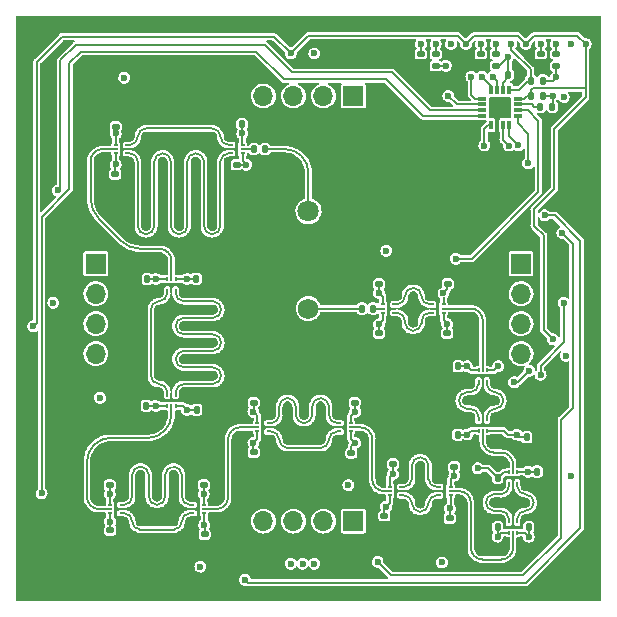
<source format=gtl>
G04 #@! TF.GenerationSoftware,KiCad,Pcbnew,(6.0.2)*
G04 #@! TF.CreationDate,2023-11-23T16:59:36-08:00*
G04 #@! TF.ProjectId,phase_shifter_v1,70686173-655f-4736-9869-667465725f76,rev?*
G04 #@! TF.SameCoordinates,Original*
G04 #@! TF.FileFunction,Copper,L1,Top*
G04 #@! TF.FilePolarity,Positive*
%FSLAX46Y46*%
G04 Gerber Fmt 4.6, Leading zero omitted, Abs format (unit mm)*
G04 Created by KiCad (PCBNEW (6.0.2)) date 2023-11-23 16:59:36*
%MOMM*%
%LPD*%
G01*
G04 APERTURE LIST*
G04 Aperture macros list*
%AMRoundRect*
0 Rectangle with rounded corners*
0 $1 Rounding radius*
0 $2 $3 $4 $5 $6 $7 $8 $9 X,Y pos of 4 corners*
0 Add a 4 corners polygon primitive as box body*
4,1,4,$2,$3,$4,$5,$6,$7,$8,$9,$2,$3,0*
0 Add four circle primitives for the rounded corners*
1,1,$1+$1,$2,$3*
1,1,$1+$1,$4,$5*
1,1,$1+$1,$6,$7*
1,1,$1+$1,$8,$9*
0 Add four rect primitives between the rounded corners*
20,1,$1+$1,$2,$3,$4,$5,0*
20,1,$1+$1,$4,$5,$6,$7,0*
20,1,$1+$1,$6,$7,$8,$9,0*
20,1,$1+$1,$8,$9,$2,$3,0*%
%AMFreePoly0*
4,1,15,0.575000,0.250000,0.605000,0.220000,0.605000,-0.220000,0.575000,-0.250000,0.575000,-0.640000,0.395000,-0.640000,0.395000,-0.210000,0.265000,-0.075000,-0.165000,-0.075000,-0.165000,0.075000,0.265000,0.075000,0.395000,0.210000,0.395000,0.640000,0.575000,0.640000,0.575000,0.250000,0.575000,0.250000,$1*%
%AMFreePoly1*
4,1,25,-1.500000,1.420000,-1.360000,1.280000,-1.205000,1.155000,-1.035000,1.045000,-0.860000,0.950000,-0.675000,0.875000,-0.480000,0.820000,-0.280000,0.780000,-0.085000,0.765000,0.085000,0.765000,0.280000,0.780000,0.480000,0.820000,0.675000,0.875000,0.860000,0.950000,1.035000,1.045000,1.205000,1.155000,1.360000,1.280000,1.500000,1.420000,1.645000,1.595000,3.555000,1.595000,
3.555000,-0.755000,-3.555000,-0.755000,-3.555000,1.595000,-1.645000,1.595000,-1.500000,1.420000,-1.500000,1.420000,$1*%
G04 Aperture macros list end*
G04 #@! TA.AperFunction,SMDPad,CuDef*
%ADD10RoundRect,0.140000X-0.170000X0.140000X-0.170000X-0.140000X0.170000X-0.140000X0.170000X0.140000X0*%
G04 #@! TD*
G04 #@! TA.AperFunction,SMDPad,CuDef*
%ADD11R,0.330000X0.150000*%
G04 #@! TD*
G04 #@! TA.AperFunction,SMDPad,CuDef*
%ADD12FreePoly0,180.000000*%
G04 #@! TD*
G04 #@! TA.AperFunction,SMDPad,CuDef*
%ADD13RoundRect,0.140000X0.140000X0.170000X-0.140000X0.170000X-0.140000X-0.170000X0.140000X-0.170000X0*%
G04 #@! TD*
G04 #@! TA.AperFunction,SMDPad,CuDef*
%ADD14R,0.150000X0.330000*%
G04 #@! TD*
G04 #@! TA.AperFunction,SMDPad,CuDef*
%ADD15FreePoly0,90.000000*%
G04 #@! TD*
G04 #@! TA.AperFunction,ComponentPad*
%ADD16R,1.700000X1.700000*%
G04 #@! TD*
G04 #@! TA.AperFunction,ComponentPad*
%ADD17O,1.700000X1.700000*%
G04 #@! TD*
G04 #@! TA.AperFunction,SMDPad,CuDef*
%ADD18RoundRect,0.140000X0.170000X-0.140000X0.170000X0.140000X-0.170000X0.140000X-0.170000X-0.140000X0*%
G04 #@! TD*
G04 #@! TA.AperFunction,SMDPad,CuDef*
%ADD19FreePoly0,0.000000*%
G04 #@! TD*
G04 #@! TA.AperFunction,SMDPad,CuDef*
%ADD20FreePoly0,270.000000*%
G04 #@! TD*
G04 #@! TA.AperFunction,SMDPad,CuDef*
%ADD21RoundRect,0.140000X-0.140000X-0.170000X0.140000X-0.170000X0.140000X0.170000X-0.140000X0.170000X0*%
G04 #@! TD*
G04 #@! TA.AperFunction,SMDPad,CuDef*
%ADD22RoundRect,0.135000X0.135000X0.185000X-0.135000X0.185000X-0.135000X-0.185000X0.135000X-0.185000X0*%
G04 #@! TD*
G04 #@! TA.AperFunction,SMDPad,CuDef*
%ADD23RoundRect,0.135000X0.185000X-0.135000X0.185000X0.135000X-0.185000X0.135000X-0.185000X-0.135000X0*%
G04 #@! TD*
G04 #@! TA.AperFunction,SMDPad,CuDef*
%ADD24R,0.800000X0.300000*%
G04 #@! TD*
G04 #@! TA.AperFunction,SMDPad,CuDef*
%ADD25R,0.300000X0.800000*%
G04 #@! TD*
G04 #@! TA.AperFunction,SMDPad,CuDef*
%ADD26R,1.750000X1.750000*%
G04 #@! TD*
G04 #@! TA.AperFunction,SMDPad,CuDef*
%ADD27C,1.730000*%
G04 #@! TD*
G04 #@! TA.AperFunction,SMDPad,CuDef*
%ADD28FreePoly1,0.000000*%
G04 #@! TD*
G04 #@! TA.AperFunction,SMDPad,CuDef*
%ADD29FreePoly1,180.000000*%
G04 #@! TD*
G04 #@! TA.AperFunction,ComponentPad*
%ADD30C,1.800000*%
G04 #@! TD*
G04 #@! TA.AperFunction,ComponentPad*
%ADD31C,2.550000*%
G04 #@! TD*
G04 #@! TA.AperFunction,ViaPad*
%ADD32C,0.600000*%
G04 #@! TD*
G04 #@! TA.AperFunction,Conductor*
%ADD33C,0.200000*%
G04 #@! TD*
G04 #@! TA.AperFunction,Conductor*
%ADD34C,0.148300*%
G04 #@! TD*
G04 #@! TA.AperFunction,Conductor*
%ADD35C,0.146300*%
G04 #@! TD*
G04 APERTURE END LIST*
D10*
X158640000Y-89220000D03*
X158640000Y-90180000D03*
X146200000Y-96095000D03*
X146200000Y-97055000D03*
X160975000Y-79070000D03*
X160975000Y-80030000D03*
D11*
X162859999Y-92810001D03*
D12*
X162859999Y-92460001D03*
D11*
X162859999Y-92110001D03*
X161889999Y-92110001D03*
X161889999Y-92460001D03*
X161889999Y-92810001D03*
D13*
X151330000Y-63500000D03*
X150370000Y-63500000D03*
D14*
X143050000Y-75485000D03*
D15*
X143400000Y-75485000D03*
D14*
X143750000Y-75485000D03*
X143750000Y-74515000D03*
X143400000Y-74515000D03*
X143050000Y-74515000D03*
D13*
X171005000Y-91340000D03*
X170045000Y-91340000D03*
D16*
X137000000Y-73200000D03*
D17*
X137000000Y-75740000D03*
X137000000Y-78280000D03*
X137000000Y-80820000D03*
D18*
X166775000Y-74930000D03*
X166775000Y-73970000D03*
D14*
X171975000Y-91825000D03*
D15*
X172325000Y-91825000D03*
D14*
X172675000Y-91825000D03*
X172675000Y-90855000D03*
X172325000Y-90855000D03*
X171975000Y-90855000D03*
D18*
X138675000Y-61605000D03*
X138675000Y-60645000D03*
D13*
X141280000Y-85225000D03*
X140320000Y-85225000D03*
D11*
X145175000Y-93625000D03*
D19*
X145175000Y-93975000D03*
D11*
X145175000Y-94325000D03*
X146145000Y-94325000D03*
X146145000Y-93975000D03*
X146145000Y-93625000D03*
X139175000Y-94325000D03*
D12*
X139175000Y-93975000D03*
D11*
X139175000Y-93625000D03*
X138205000Y-93625000D03*
X138205000Y-93975000D03*
X138205000Y-94325000D03*
D14*
X172675000Y-95025000D03*
D20*
X172325000Y-95025000D03*
D14*
X171975000Y-95025000D03*
X171975000Y-95995000D03*
X172325000Y-95995000D03*
X172675000Y-95995000D03*
D21*
X145495000Y-74475000D03*
X146455000Y-74475000D03*
D22*
X174835000Y-58975000D03*
X173815000Y-58975000D03*
D23*
X164525000Y-56460000D03*
X164525000Y-55440000D03*
D10*
X161425000Y-94545000D03*
X161425000Y-95505000D03*
D13*
X167680000Y-81900000D03*
X166720000Y-81900000D03*
D18*
X146125000Y-91950000D03*
X146125000Y-90990000D03*
D23*
X169600000Y-56460000D03*
X169600000Y-55440000D03*
D16*
X173000000Y-73200000D03*
D17*
X173000000Y-75740000D03*
X173000000Y-78280000D03*
X173000000Y-80820000D03*
D21*
X145520000Y-85575000D03*
X146480000Y-85575000D03*
D11*
X151625000Y-87405001D03*
D12*
X151625000Y-87055001D03*
D11*
X151625000Y-86705001D03*
X150655000Y-86705001D03*
X150655000Y-87055001D03*
X150655000Y-87405001D03*
D10*
X148935244Y-64820244D03*
X148935244Y-65780244D03*
D21*
X173470000Y-87900000D03*
X174430000Y-87900000D03*
D23*
X175975000Y-56460000D03*
X175975000Y-55440000D03*
D22*
X174835000Y-57700000D03*
X173815000Y-57700000D03*
D18*
X160975000Y-74930000D03*
X160975000Y-73970000D03*
D11*
X165470000Y-76650000D03*
D19*
X165470000Y-77000000D03*
D11*
X165470000Y-77350000D03*
X166440000Y-77350000D03*
X166440000Y-77000000D03*
X166440000Y-76650000D03*
D24*
X169725000Y-59225000D03*
X169725000Y-59725000D03*
X169725000Y-60225000D03*
X169725000Y-60725000D03*
D25*
X170475000Y-61475000D03*
X170975000Y-61475000D03*
X171475000Y-61475000D03*
X171975000Y-61475000D03*
D24*
X172725000Y-60725000D03*
X172725000Y-60225000D03*
X172725000Y-59725000D03*
X172725000Y-59225000D03*
D25*
X171975000Y-58475000D03*
X171475000Y-58475000D03*
X170975000Y-58475000D03*
X170475000Y-58475000D03*
D26*
X171225000Y-59975000D03*
D23*
X170875000Y-56460000D03*
X170875000Y-55440000D03*
D16*
X158800000Y-95000000D03*
D17*
X156260000Y-95000000D03*
X153720000Y-95000000D03*
X151180000Y-95000000D03*
D21*
X173645000Y-95510000D03*
X174605000Y-95510000D03*
D14*
X170100000Y-86385000D03*
D20*
X169750000Y-86385000D03*
D14*
X169400000Y-86385000D03*
X169400000Y-87355000D03*
X169750000Y-87355000D03*
X170100000Y-87355000D03*
D13*
X171005000Y-95510000D03*
X170045000Y-95510000D03*
D22*
X175660000Y-59925000D03*
X174640000Y-59925000D03*
D21*
X174345000Y-90800000D03*
X175305000Y-90800000D03*
D10*
X138650000Y-65620000D03*
X138650000Y-66580000D03*
D18*
X158900000Y-84980000D03*
X158900000Y-84020000D03*
D21*
X171920000Y-57200000D03*
X172880000Y-57200000D03*
D14*
X169400000Y-83185000D03*
D15*
X169750000Y-83185000D03*
D14*
X170100000Y-83185000D03*
X170100000Y-82215000D03*
X169750000Y-82215000D03*
X169400000Y-82215000D03*
D16*
X158800000Y-59000000D03*
D17*
X156260000Y-59000000D03*
X153720000Y-59000000D03*
X151180000Y-59000000D03*
D11*
X148450244Y-63150244D03*
D19*
X148450244Y-63500244D03*
D11*
X148450244Y-63850244D03*
X149420244Y-63850244D03*
X149420244Y-63500244D03*
X149420244Y-63150244D03*
X162270000Y-77350000D03*
D12*
X162270000Y-77000000D03*
D11*
X162270000Y-76650000D03*
X161300000Y-76650000D03*
X161300000Y-77000000D03*
X161300000Y-77350000D03*
D13*
X167655000Y-87675000D03*
X166695000Y-87675000D03*
D10*
X166750000Y-79070000D03*
X166750000Y-80030000D03*
D11*
X139650244Y-63850244D03*
D12*
X139650244Y-63500244D03*
D11*
X139650244Y-63150244D03*
X138680244Y-63150244D03*
X138680244Y-63500244D03*
X138680244Y-63850244D03*
X157625000Y-86705001D03*
D19*
X157625000Y-87055001D03*
D11*
X157625000Y-87405001D03*
X158595000Y-87405001D03*
X158595000Y-87055001D03*
X158595000Y-86705001D03*
D18*
X167350000Y-90405000D03*
X167350000Y-89445000D03*
D10*
X138225000Y-95770000D03*
X138225000Y-96730000D03*
D21*
X149370000Y-61375000D03*
X150330000Y-61375000D03*
D11*
X166059999Y-92110001D03*
D19*
X166059999Y-92460001D03*
D11*
X166059999Y-92810001D03*
X167029999Y-92810001D03*
X167029999Y-92460001D03*
X167029999Y-92110001D03*
D10*
X166950000Y-94775000D03*
X166950000Y-95735000D03*
D23*
X174675000Y-56460000D03*
X174675000Y-55440000D03*
D21*
X159520000Y-77000000D03*
X160480000Y-77000000D03*
D27*
X155000000Y-77000000D03*
D28*
X155000000Y-79800000D03*
D29*
X155000000Y-74200000D03*
D14*
X143750000Y-84285000D03*
D20*
X143400000Y-84285000D03*
D14*
X143050000Y-84285000D03*
X143050000Y-85255000D03*
X143400000Y-85255000D03*
X143750000Y-85255000D03*
D18*
X138175000Y-91955000D03*
X138175000Y-90995000D03*
D13*
X141355000Y-74500000D03*
X140395000Y-74500000D03*
D18*
X162150000Y-90155000D03*
X162150000Y-89195000D03*
X150350000Y-84980000D03*
X150350000Y-84020000D03*
D10*
X150350000Y-89145000D03*
X150350000Y-90105000D03*
D23*
X165775000Y-56460000D03*
X165775000Y-55440000D03*
D30*
X155000000Y-68750000D03*
D31*
X157540000Y-71290000D03*
X157540000Y-66210000D03*
X152460000Y-66210000D03*
X152460000Y-71290000D03*
D32*
X174650000Y-82600000D03*
X139400000Y-57450000D03*
X166300000Y-98500000D03*
X133400000Y-76500000D03*
X155500000Y-55400000D03*
X161600000Y-72100000D03*
X155500000Y-98600000D03*
X166625000Y-56450000D03*
X175675000Y-58975000D03*
X176600000Y-76500000D03*
X158375000Y-91950000D03*
X177200000Y-91150000D03*
X171910821Y-55686608D03*
X145850000Y-98850000D03*
X137350000Y-84550000D03*
X175975000Y-57425000D03*
X146093733Y-75810000D03*
X146850000Y-68191777D03*
X167800000Y-76400000D03*
X179000000Y-83000000D03*
X165780000Y-93440000D03*
X137000000Y-101000000D03*
X152971787Y-64074551D03*
X170750000Y-59500000D03*
X140775000Y-91999000D03*
X147800000Y-61600000D03*
X148125244Y-66371010D03*
X140375000Y-72500000D03*
X143575000Y-79425000D03*
X179000000Y-85000000D03*
X150000000Y-74000000D03*
X139825000Y-95900000D03*
X154425000Y-66312683D03*
X145450000Y-65460383D03*
X155000000Y-101000000D03*
X144050000Y-68191777D03*
X169175000Y-79686000D03*
X179000000Y-91000000D03*
X179000000Y-99000000D03*
X160975000Y-88055001D03*
X147800000Y-81725000D03*
X135000000Y-53000000D03*
X164475000Y-89010000D03*
X131000000Y-85000000D03*
X153000000Y-101000000D03*
X157000000Y-63000000D03*
X162259999Y-95785001D03*
X141250000Y-68191777D03*
X169325000Y-96302500D03*
X170730000Y-86100000D03*
X162560000Y-77980000D03*
X157300000Y-85275000D03*
X144850000Y-92001000D03*
X170997664Y-68975879D03*
X143300000Y-96300000D03*
X161000000Y-69000000D03*
X171050000Y-97650000D03*
X161000000Y-53000000D03*
X146050244Y-62325244D03*
X141250000Y-69102160D03*
X134000000Y-92000000D03*
X166070000Y-73675000D03*
X179000000Y-101000000D03*
X147625000Y-90515000D03*
X145500000Y-63250000D03*
X140150000Y-93975000D03*
X141250000Y-64550244D03*
X131000000Y-63000000D03*
X154625000Y-85150000D03*
X141075000Y-80285000D03*
X168175000Y-95355000D03*
X163500000Y-94375000D03*
X146121867Y-77075000D03*
X155091666Y-89380001D03*
X169750000Y-84150000D03*
X167125000Y-84750000D03*
X131000000Y-81000000D03*
X133000000Y-53000000D03*
X139825000Y-90200000D03*
X168987994Y-70985549D03*
X141075000Y-78685000D03*
X140775000Y-95150000D03*
X131000000Y-89000000D03*
X163000000Y-63000000D03*
X143000000Y-53000000D03*
X169175000Y-80529000D03*
X147625000Y-89695000D03*
X156675000Y-87050000D03*
X168700000Y-56450000D03*
X170750000Y-60450000D03*
X142650000Y-65460383D03*
X154050000Y-63150000D03*
X146850244Y-61175244D03*
X160975000Y-88906251D03*
X162000000Y-98000000D03*
X140300000Y-61600000D03*
X172325000Y-94050000D03*
X145271866Y-83960000D03*
X131000000Y-69000000D03*
X140775000Y-91075000D03*
X165200000Y-77975000D03*
X146943734Y-81275000D03*
X165000000Y-63000000D03*
X141075000Y-77885000D03*
X143975000Y-72889616D03*
X145300000Y-79875000D03*
X167000000Y-71000000D03*
X150000000Y-76000000D03*
X145450000Y-68191533D03*
X172513589Y-56286411D03*
X139975244Y-69102160D03*
X136000000Y-61000000D03*
X168625000Y-98375000D03*
X153225000Y-88230001D03*
X165000000Y-87000000D03*
X141400000Y-87375000D03*
X139825000Y-80635000D03*
X163510000Y-89420000D03*
X147625000Y-88875000D03*
X170325000Y-80529000D03*
X171725000Y-88675000D03*
X163250000Y-77000000D03*
X146850000Y-64550244D03*
X164475000Y-93600000D03*
X142050244Y-62325244D03*
X163825000Y-79475000D03*
X153675000Y-86875000D03*
X147800000Y-83625000D03*
X141250000Y-66371010D03*
X144850000Y-91077000D03*
X141250000Y-70025000D03*
X137465782Y-70418954D03*
X165000000Y-65000000D03*
X163180000Y-90290000D03*
X170325000Y-79686000D03*
X143100000Y-70900000D03*
X143575000Y-91999000D03*
X142650000Y-70012300D03*
X145450000Y-67281150D03*
X136000000Y-83000000D03*
X179000000Y-71000000D03*
X165750000Y-91410000D03*
X154158333Y-88230001D03*
X141000000Y-99000000D03*
X169750000Y-85400000D03*
X151000000Y-101000000D03*
X138250000Y-87375000D03*
X140775000Y-96300000D03*
X163875000Y-78275000D03*
X144850000Y-92925000D03*
X135000000Y-101000000D03*
X161000000Y-85000000D03*
X142458333Y-96300000D03*
X136850000Y-87775000D03*
X163000000Y-67000000D03*
X179000000Y-73000000D03*
X160600000Y-86900000D03*
X155075000Y-84400000D03*
X156950000Y-89000000D03*
X142275000Y-87075000D03*
X135975000Y-65563496D03*
X153000000Y-82000000D03*
X138696307Y-71649479D03*
X145250244Y-61175244D03*
X167675000Y-83750000D03*
X143925000Y-86575000D03*
X170650000Y-88600000D03*
X142175000Y-92923000D03*
X165000000Y-81000000D03*
X143575000Y-82225000D03*
X161000000Y-83000000D03*
X147625000Y-91335000D03*
X165420000Y-94380000D03*
X148200000Y-77075000D03*
X131000000Y-59000000D03*
X137000000Y-53000000D03*
X165000000Y-85000000D03*
X148000000Y-58000000D03*
X138000000Y-86000000D03*
X144478134Y-81275000D03*
X168175000Y-93460001D03*
X170750000Y-89775000D03*
X171000000Y-101000000D03*
X134000000Y-80000000D03*
X145000000Y-101000000D03*
X163000000Y-87000000D03*
X147775000Y-76125000D03*
X144050000Y-67281394D03*
X136825000Y-91966666D03*
X163000000Y-69000000D03*
X143300000Y-95150000D03*
X135975000Y-66626748D03*
X168900000Y-76425000D03*
X179000000Y-87000000D03*
X146121867Y-78475000D03*
X142225000Y-77885000D03*
X131000000Y-57000000D03*
X162825000Y-78925000D03*
X139300000Y-88525000D03*
X165734999Y-90290000D03*
X144050000Y-64550244D03*
X141725000Y-90200000D03*
X146943734Y-77075000D03*
X141250000Y-65460627D03*
X138000000Y-59000000D03*
X147000000Y-101000000D03*
X145300000Y-77075000D03*
X147925000Y-87125000D03*
X171700000Y-90050000D03*
X141250244Y-61175244D03*
X165425000Y-89425000D03*
X163000000Y-101000000D03*
X131000000Y-67000000D03*
X147625000Y-92975000D03*
X160000000Y-56000000D03*
X151925000Y-88050000D03*
X142650000Y-67281150D03*
X168175000Y-96300000D03*
X165000000Y-67000000D03*
X145000000Y-53000000D03*
X163000000Y-61000000D03*
X147000000Y-53000000D03*
X146121867Y-81275000D03*
X169175000Y-81372000D03*
X141475000Y-83625000D03*
X141314616Y-72525000D03*
X131000000Y-53000000D03*
X133000000Y-62000000D03*
X136000000Y-87000000D03*
X142475000Y-88300000D03*
X145000000Y-88000000D03*
X154175000Y-84400000D03*
X148125244Y-68191777D03*
X135975000Y-67690000D03*
X139500000Y-72225000D03*
X170632501Y-93425000D03*
X155575000Y-66312683D03*
X170050000Y-97650000D03*
X153225000Y-89380001D03*
X161000000Y-67000000D03*
X179000000Y-75000000D03*
X171700000Y-60450000D03*
X146850000Y-70012544D03*
X159825000Y-89757501D03*
X142225000Y-82685000D03*
X135675000Y-93250000D03*
X150000000Y-66000000D03*
X151950000Y-85280001D03*
X145250244Y-62325244D03*
X157450000Y-56250000D03*
X148125244Y-70012544D03*
X159000000Y-82000000D03*
X179000000Y-79000000D03*
X136925000Y-63000000D03*
X175971005Y-71974218D03*
X169325000Y-93460001D03*
X174675000Y-93450000D03*
X169000000Y-65000000D03*
X131000000Y-93000000D03*
X157330000Y-88030000D03*
X163850000Y-92450000D03*
X164475000Y-91420000D03*
X143650244Y-62325244D03*
X170900000Y-84775000D03*
X168800000Y-83450000D03*
X141616666Y-96300000D03*
X159000000Y-63000000D03*
X138278954Y-69605782D03*
X147775000Y-78930000D03*
X159000000Y-74000000D03*
X179000000Y-81000000D03*
X143125000Y-93800000D03*
X159825000Y-88055001D03*
X146093733Y-83960000D03*
X169000000Y-67000000D03*
X148000000Y-73000000D03*
X144225000Y-93975000D03*
X155000000Y-53000000D03*
X140775000Y-92923000D03*
X144050000Y-69102160D03*
X135000000Y-97000000D03*
X139975244Y-67281394D03*
X154400000Y-65400000D03*
X169325000Y-95355000D03*
X144900000Y-94950000D03*
X141250000Y-71300000D03*
X167000000Y-101000000D03*
X173475000Y-93425000D03*
X148125244Y-64550244D03*
X164475000Y-90300000D03*
X171325000Y-98825000D03*
X153000000Y-61000000D03*
X153950000Y-90630001D03*
X148200000Y-82675000D03*
X135000000Y-99000000D03*
X139475000Y-95000000D03*
X163000000Y-81000000D03*
X139900000Y-62550000D03*
X144478134Y-79875000D03*
X134000000Y-84000000D03*
X142225000Y-80285000D03*
X148775000Y-90515000D03*
X170975000Y-63200000D03*
X153225000Y-85280001D03*
X165000000Y-101000000D03*
X141250244Y-62325244D03*
X148775000Y-92155000D03*
X146400000Y-63650000D03*
X131000000Y-95000000D03*
X144450000Y-83960000D03*
X142650000Y-69101916D03*
X160975000Y-91460001D03*
X173330000Y-94720000D03*
X133000000Y-97000000D03*
X146943734Y-78475000D03*
X149000000Y-56000000D03*
X171700000Y-83850000D03*
X131000000Y-97000000D03*
X143575000Y-77525000D03*
X143600000Y-63650000D03*
X163170000Y-91410001D03*
X151000000Y-82000000D03*
X157000000Y-53000000D03*
X172325000Y-92800000D03*
X169750000Y-98825000D03*
X131000000Y-83000000D03*
X136825000Y-89950000D03*
X171000000Y-74000000D03*
X156025000Y-86100000D03*
X141400000Y-88525000D03*
X145450000Y-64550000D03*
X149000000Y-53000000D03*
X148125244Y-69102160D03*
X146121867Y-79875000D03*
X168775000Y-86100000D03*
X161000000Y-71000000D03*
X133000000Y-58000000D03*
X161000000Y-65000000D03*
X134000000Y-88000000D03*
X143650244Y-61175244D03*
X142400000Y-83975000D03*
X175750000Y-85750000D03*
X142225000Y-78685000D03*
X144475000Y-95950000D03*
X148000000Y-98000000D03*
X142650000Y-64550000D03*
X134000000Y-72000000D03*
X131000000Y-91000000D03*
X142458333Y-95150000D03*
X159825000Y-88906251D03*
X146000000Y-58000000D03*
X145450000Y-69101916D03*
X157000000Y-82000000D03*
X148175000Y-62525000D03*
X172900000Y-97600000D03*
X156975000Y-84400000D03*
X145900000Y-70900000D03*
X163000000Y-65000000D03*
X164450000Y-94800000D03*
X144000000Y-58000000D03*
X177000000Y-101000000D03*
X156025000Y-89380001D03*
X162950000Y-75050000D03*
X131000000Y-61000000D03*
X177000000Y-99000000D03*
X145000000Y-56000000D03*
X161000000Y-81000000D03*
X149000000Y-82000000D03*
X164500000Y-77000000D03*
X163150000Y-93425000D03*
X139000000Y-101000000D03*
X153225000Y-86100000D03*
X153225000Y-84000000D03*
X159000000Y-101000000D03*
X144525000Y-90200000D03*
X169200000Y-88550000D03*
X172750000Y-89525000D03*
X148125244Y-67281394D03*
X143000000Y-101000000D03*
X131000000Y-79000000D03*
X149725000Y-86475000D03*
X138250000Y-88525000D03*
X160975000Y-90608751D03*
X152575000Y-87050000D03*
X156025000Y-85280001D03*
X136850520Y-69803692D03*
X148475000Y-93950000D03*
X145450000Y-66370766D03*
X148000000Y-75000000D03*
X179000000Y-97000000D03*
X142375000Y-75800000D03*
X155393775Y-64554102D03*
X134000000Y-74000000D03*
X167000000Y-69000000D03*
X136000000Y-85000000D03*
X171000000Y-76000000D03*
X157425000Y-86100000D03*
X141250000Y-67281394D03*
X154896624Y-63762073D03*
X170200000Y-94600000D03*
X176000000Y-82500000D03*
X142850244Y-62325244D03*
X144050000Y-70012544D03*
X146850244Y-62325244D03*
X135675000Y-89950000D03*
X134000000Y-82000000D03*
X172325000Y-98500000D03*
X153000000Y-53000000D03*
X141000000Y-101000000D03*
X157000000Y-101000000D03*
X150000000Y-70000000D03*
X142650000Y-68191533D03*
X137125000Y-67690000D03*
X137950000Y-64100000D03*
X157000000Y-61000000D03*
X165075000Y-92450000D03*
X151000000Y-93000000D03*
X145300000Y-82675000D03*
X143575000Y-91075000D03*
X133000000Y-101000000D03*
X131000000Y-65000000D03*
X139975244Y-70012544D03*
X167000000Y-65000000D03*
X144050000Y-66371010D03*
X144050000Y-71300000D03*
X146850000Y-65460627D03*
X142225000Y-77085000D03*
X159000000Y-61000000D03*
X143400000Y-87600000D03*
X146915600Y-75810000D03*
X146850000Y-93350000D03*
X159000000Y-53000000D03*
X135975000Y-64500244D03*
X144450244Y-61175244D03*
X147625000Y-88055001D03*
X133000000Y-95000000D03*
X142175000Y-94200000D03*
X136200000Y-94175000D03*
X142225000Y-72525000D03*
X152025000Y-64075000D03*
X146850000Y-66371010D03*
X139300000Y-87375000D03*
X148725000Y-86550000D03*
X160625000Y-92850000D03*
X167600000Y-85800000D03*
X169000000Y-69000000D03*
X171580000Y-93425000D03*
X171325000Y-92125000D03*
X137000000Y-99000000D03*
X153000000Y-93000000D03*
X145300000Y-78475000D03*
X139975244Y-68191777D03*
X151750000Y-86100000D03*
X167000000Y-67000000D03*
X141075000Y-81885000D03*
X140350000Y-87375000D03*
X139975244Y-64550244D03*
X175000000Y-101000000D03*
X134000000Y-90000000D03*
X141075000Y-82685000D03*
X148775000Y-89695000D03*
X141000000Y-56000000D03*
X146850000Y-69102160D03*
X139500000Y-92925000D03*
X145000000Y-70900000D03*
X148775000Y-88055001D03*
X131000000Y-101000000D03*
X141616666Y-95150000D03*
X155575000Y-86875000D03*
X163875000Y-75850000D03*
X148210000Y-79890000D03*
X172100000Y-84800000D03*
X142800000Y-73125000D03*
X148775000Y-88875000D03*
X151000000Y-98000000D03*
X141000000Y-53000000D03*
X147500000Y-63500000D03*
X144478134Y-77075000D03*
X167232000Y-77575000D03*
X139500000Y-92001000D03*
X141500000Y-97575000D03*
X163900000Y-74650000D03*
X143000000Y-56000000D03*
X170325000Y-78000000D03*
X137500000Y-68725000D03*
X150000000Y-72000000D03*
X148775000Y-92975000D03*
X142225000Y-81885000D03*
X140775000Y-89800000D03*
X161000000Y-101000000D03*
X142050244Y-61175244D03*
X160975000Y-89757501D03*
X135950000Y-88725000D03*
X139500000Y-91077000D03*
X179000000Y-67000000D03*
X159000000Y-75994082D03*
X143175000Y-78475000D03*
X169875000Y-76900000D03*
X139000000Y-53000000D03*
X155000000Y-61000000D03*
X173000000Y-101000000D03*
X134000000Y-70000000D03*
X162540000Y-76040000D03*
X131000000Y-87000000D03*
X179000000Y-63000000D03*
X133000000Y-64000000D03*
X169825000Y-92475000D03*
X133000000Y-99000000D03*
X137125000Y-64500244D03*
X144500000Y-63650000D03*
X168425000Y-84775000D03*
X164850000Y-75050000D03*
X143575000Y-80325000D03*
X153975000Y-64475000D03*
X169775000Y-89450000D03*
X147775000Y-80850000D03*
X142625000Y-90200000D03*
X133000000Y-60000000D03*
X142175000Y-91075000D03*
X144478134Y-78475000D03*
X179000000Y-69000000D03*
X141075000Y-77085000D03*
X142700000Y-63250000D03*
X155091666Y-88230001D03*
X131000000Y-73000000D03*
X137125000Y-65563496D03*
X169000000Y-101000000D03*
X173290000Y-92100000D03*
X149000000Y-101000000D03*
X156025000Y-84000000D03*
X169000000Y-74000000D03*
X169325000Y-94407500D03*
X145271866Y-75810000D03*
X143575000Y-89800000D03*
X173825000Y-55875000D03*
X159000000Y-78000000D03*
X153000000Y-62925000D03*
X142650000Y-66370766D03*
X143400000Y-83250000D03*
X174275000Y-92500000D03*
X146000000Y-90000000D03*
X146850000Y-71300000D03*
X141075000Y-81085000D03*
X152300000Y-89000000D03*
X159000000Y-80000000D03*
X136225000Y-63600000D03*
X143425000Y-59874744D03*
X169325000Y-97250000D03*
X135675000Y-91966666D03*
X146915600Y-83960000D03*
X154625000Y-87300000D03*
X131000000Y-75000000D03*
X170710000Y-83460000D03*
X142225000Y-79485000D03*
X140675000Y-63500000D03*
X165000000Y-83000000D03*
X155575000Y-67125122D03*
X170325000Y-78843000D03*
X136200000Y-68850000D03*
X144450000Y-75810000D03*
X139975244Y-65460627D03*
X147800000Y-78050000D03*
X131000000Y-55000000D03*
X152275000Y-84400000D03*
X179000000Y-65000000D03*
X168175000Y-97250000D03*
X140300000Y-70900000D03*
X148775000Y-91335000D03*
X146850000Y-67281394D03*
X164875000Y-79000000D03*
X165175000Y-76025000D03*
X154625000Y-86005001D03*
X136825000Y-90958333D03*
X136950000Y-93200000D03*
X174275000Y-94400000D03*
X136000000Y-58000000D03*
X150000000Y-78000000D03*
X140350000Y-88525000D03*
X141225000Y-93800000D03*
X159900000Y-92050000D03*
X144450244Y-62325244D03*
X147000000Y-56000000D03*
X147475000Y-94550000D03*
X138000000Y-56000000D03*
X179000000Y-77000000D03*
X139975244Y-66371010D03*
X148125244Y-65460627D03*
X156025000Y-88230001D03*
X168225000Y-77575000D03*
X152025000Y-62925000D03*
X138894216Y-70221044D03*
X146943734Y-79875000D03*
X146121867Y-82675000D03*
X146000000Y-73000000D03*
X154158333Y-89380001D03*
X145450000Y-70012300D03*
X131000000Y-71000000D03*
X155574307Y-65472030D03*
X155000000Y-82000000D03*
X151000000Y-53000000D03*
X142175000Y-91999000D03*
X175650000Y-95625000D03*
X171725000Y-96875000D03*
X179000000Y-95000000D03*
X131000000Y-77000000D03*
X154425000Y-67125122D03*
X139000000Y-99000000D03*
X147625000Y-92155000D03*
X141075000Y-79485000D03*
X143575000Y-92923000D03*
X137125000Y-66626748D03*
X144050000Y-65460627D03*
X165000000Y-69000000D03*
X163675000Y-56475000D03*
X163000000Y-85000000D03*
X142850244Y-61175244D03*
X171700000Y-59500000D03*
X146943734Y-82675000D03*
X146050244Y-61175244D03*
X144478134Y-82675000D03*
X159525000Y-86450000D03*
X161000000Y-61000000D03*
X143400000Y-76425000D03*
X163000000Y-53000000D03*
X171700000Y-85750000D03*
X143975000Y-73800000D03*
X147800000Y-70900000D03*
X168175000Y-94407500D03*
X141700000Y-63650000D03*
X138081044Y-71034216D03*
X141450000Y-76175000D03*
X157974218Y-98000000D03*
X163000000Y-83000000D03*
X176000000Y-74000000D03*
X137250000Y-88975000D03*
X142225000Y-81085000D03*
X145300000Y-81275000D03*
X143175000Y-81275000D03*
X161000000Y-63000000D03*
X169175000Y-78843000D03*
X179000000Y-89000000D03*
X134000000Y-86000000D03*
X150000000Y-68000000D03*
X150000000Y-80000000D03*
X135675000Y-90958333D03*
X167000000Y-63000000D03*
X171340000Y-94725000D03*
X160003212Y-98000000D03*
X142200000Y-70900000D03*
X173075000Y-86985000D03*
X169100000Y-77775000D03*
X131000000Y-99000000D03*
X160970000Y-78320000D03*
X166755000Y-78320000D03*
X167470000Y-72775000D03*
X168800000Y-57375000D03*
X144720000Y-85585000D03*
X133800500Y-67000000D03*
X144725000Y-74500000D03*
X132400000Y-92650000D03*
X138175000Y-92700000D03*
X146125000Y-92700000D03*
X150340000Y-85735001D03*
X175000000Y-69100000D03*
X149625000Y-99975000D03*
X169900000Y-63200000D03*
X158925000Y-85735001D03*
X160850000Y-98450000D03*
X171952178Y-63197823D03*
X162150000Y-91000000D03*
X167359999Y-91140001D03*
X176500000Y-70600000D03*
X172776337Y-63174160D03*
X171005000Y-96310000D03*
X169325000Y-90525000D03*
X173600000Y-64700000D03*
X173690000Y-82260000D03*
X172417933Y-83249501D03*
X168430000Y-87670000D03*
X168430000Y-81885000D03*
X173400000Y-54600000D03*
X178475000Y-54600000D03*
X153500000Y-55400000D03*
X153500000Y-98600000D03*
X131700000Y-78500000D03*
X175700000Y-79600000D03*
X168325000Y-54600000D03*
X176600000Y-59100000D03*
X177225000Y-54600000D03*
X154500000Y-98600000D03*
X167075000Y-54600000D03*
X176800000Y-81000000D03*
X172150000Y-54600000D03*
X170625000Y-57375000D03*
X169700000Y-57375000D03*
X164525000Y-54600000D03*
X165775000Y-54600000D03*
X169600000Y-54600000D03*
X170875000Y-54600000D03*
X174675000Y-54600000D03*
X175950000Y-54600000D03*
X166430000Y-75710000D03*
X160970000Y-75680000D03*
X171070000Y-81885000D03*
X172625000Y-87670000D03*
X173600000Y-90825000D03*
X173645000Y-96310000D03*
X166975000Y-93925000D03*
X161574999Y-93780001D03*
X150340000Y-88375001D03*
X158925000Y-88375001D03*
X146175000Y-95325000D03*
X138200000Y-95050000D03*
X142075000Y-85250000D03*
X142075000Y-74500000D03*
X149400000Y-62175000D03*
X138675000Y-62180244D03*
X149735244Y-64820244D03*
X166850000Y-59000000D03*
X138675000Y-64800000D03*
D33*
X171137429Y-56460000D02*
X171910821Y-55686608D01*
X170875000Y-56460000D02*
X171137429Y-56460000D01*
D34*
X159520000Y-77000000D02*
X155000000Y-77000000D01*
X161300000Y-77000000D02*
X160480000Y-77000000D01*
D33*
X171914078Y-55689865D02*
X171910821Y-55686608D01*
X174650000Y-81825000D02*
X176600000Y-79875000D01*
X171920000Y-57430000D02*
X171920000Y-57200000D01*
X166615000Y-56460000D02*
X166625000Y-56450000D01*
X170875000Y-56460000D02*
X170875000Y-56400000D01*
X175700000Y-57700000D02*
X175975000Y-57425000D01*
X170940000Y-56525000D02*
X170875000Y-56460000D01*
X171914078Y-57194078D02*
X171914078Y-55689865D01*
X174835000Y-58975000D02*
X175675000Y-58975000D01*
X171920000Y-57200000D02*
X171914078Y-57194078D01*
X176600000Y-79875000D02*
X176600000Y-76500000D01*
X175675000Y-59910000D02*
X175660000Y-59925000D01*
X165775000Y-56460000D02*
X166615000Y-56460000D01*
X175975000Y-56460000D02*
X175975000Y-57425000D01*
X171475000Y-57875000D02*
X171475000Y-58475000D01*
X171475000Y-57875000D02*
X171920000Y-57430000D01*
X175675000Y-58975000D02*
X175675000Y-59910000D01*
X174835000Y-57700000D02*
X175700000Y-57700000D01*
X174650000Y-82600000D02*
X174650000Y-81825000D01*
X170975000Y-61475000D02*
X170975000Y-63200000D01*
X172880000Y-57200000D02*
X172880000Y-56652822D01*
X172880000Y-56652822D02*
X172513589Y-56286411D01*
X172725000Y-60225000D02*
X173575000Y-60225000D01*
X174450000Y-67150000D02*
X168825000Y-72775000D01*
X166755000Y-78320000D02*
X166755000Y-79095000D01*
X161300000Y-77990000D02*
X161300000Y-77374511D01*
X174450000Y-61100000D02*
X174450000Y-67150000D01*
X160970000Y-78320000D02*
X160970000Y-79140000D01*
X166440000Y-78005000D02*
X166755000Y-78320000D01*
X173575000Y-60225000D02*
X174450000Y-61100000D01*
X160970000Y-79140000D02*
X160975000Y-79145000D01*
X161300000Y-77990000D02*
X160970000Y-78320000D01*
X166755000Y-79095000D02*
X166775000Y-79115000D01*
X168825000Y-72775000D02*
X167470000Y-72775000D01*
X166440000Y-78005000D02*
X166440000Y-77374511D01*
X169125000Y-59225000D02*
X168800000Y-58900000D01*
X169725000Y-59225000D02*
X169125000Y-59225000D01*
X168800000Y-58900000D02*
X168800000Y-57375000D01*
X145470000Y-74500000D02*
X145495000Y-74475000D01*
X144725000Y-74500000D02*
X145470000Y-74500000D01*
X144390000Y-85255000D02*
X144720000Y-85585000D01*
X165275000Y-60225000D02*
X169725000Y-60225000D01*
X133800500Y-67000000D02*
X134000000Y-66800500D01*
X153600000Y-57000000D02*
X162050000Y-57000000D01*
X151300000Y-54700000D02*
X153600000Y-57000000D01*
X162050000Y-57000000D02*
X165275000Y-60225000D01*
X135300000Y-54700000D02*
X151300000Y-54700000D01*
X145520000Y-85575000D02*
X144730000Y-85575000D01*
X144725000Y-74500000D02*
X143774511Y-74500000D01*
X143774511Y-74500000D02*
X143774511Y-74515000D01*
X134000000Y-56000000D02*
X135300000Y-54700000D01*
X144390000Y-85255000D02*
X143774511Y-85255000D01*
X134000000Y-66800500D02*
X134000000Y-56000000D01*
X144730000Y-85575000D02*
X144720000Y-85585000D01*
X132400000Y-69248338D02*
X132400000Y-92650000D01*
X138180489Y-93600489D02*
X138205000Y-93600489D01*
X135750000Y-55250000D02*
X134750000Y-56250000D01*
X150550000Y-55250000D02*
X135750000Y-55250000D01*
X152900000Y-57600000D02*
X150550000Y-55250000D01*
X134750000Y-66898338D02*
X132400000Y-69248338D01*
X146125000Y-92700000D02*
X146125000Y-93600489D01*
X161600000Y-57600000D02*
X152900000Y-57600000D01*
X138175000Y-92700000D02*
X138175000Y-93595000D01*
X146125000Y-91950000D02*
X146125000Y-92700000D01*
X146125000Y-93600489D02*
X146145000Y-93600489D01*
X164725000Y-60725000D02*
X161600000Y-57600000D01*
X138175000Y-93595000D02*
X138180489Y-93600489D01*
X138175000Y-91955000D02*
X138175000Y-92700000D01*
X169725000Y-60725000D02*
X164725000Y-60725000D01*
X134750000Y-56250000D02*
X134750000Y-66898338D01*
X158900000Y-84980000D02*
X158900000Y-85710001D01*
X158900000Y-85710001D02*
X158925000Y-85735001D01*
X175000000Y-69100000D02*
X175847838Y-69100000D01*
X149850000Y-100200000D02*
X149625000Y-99975000D01*
X150350000Y-84980000D02*
X150350000Y-85725001D01*
X150655000Y-86050001D02*
X150655000Y-86680490D01*
X173400000Y-100200000D02*
X149850000Y-100200000D01*
X170475000Y-61475000D02*
X170225000Y-61475000D01*
X150655000Y-86050001D02*
X150340000Y-85735001D01*
X169900000Y-61800000D02*
X169900000Y-63200000D01*
X178000000Y-95600000D02*
X173400000Y-100200000D01*
X178000000Y-71252162D02*
X178000000Y-95600000D01*
X158595000Y-86065001D02*
X158925000Y-85735001D01*
X158595000Y-86065001D02*
X158595000Y-86680490D01*
X175847838Y-69100000D02*
X178000000Y-71252162D01*
X150350000Y-85725001D02*
X150340000Y-85735001D01*
X170225000Y-61475000D02*
X169900000Y-61800000D01*
X176400000Y-96400000D02*
X173200000Y-99600000D01*
X173200000Y-99600000D02*
X162000000Y-99600000D01*
X176500000Y-70600000D02*
X177400000Y-71500000D01*
X171952178Y-63197823D02*
X171475000Y-62720645D01*
X162150000Y-91000000D02*
X161889999Y-91260001D01*
X162150000Y-90155000D02*
X162150000Y-91000000D01*
X167350000Y-90405000D02*
X167350000Y-91130002D01*
X176400000Y-86400000D02*
X176400000Y-96400000D01*
X177400000Y-85400000D02*
X176400000Y-86400000D01*
X167029999Y-91470001D02*
X167359999Y-91140001D01*
X167029999Y-91470001D02*
X167029999Y-92085490D01*
X171475000Y-62720645D02*
X171475000Y-61475000D01*
X177400000Y-71500000D02*
X177400000Y-85400000D01*
X167350000Y-91130002D02*
X167359999Y-91140001D01*
X161889999Y-91260001D02*
X161889999Y-92085490D01*
X162000000Y-99600000D02*
X160850000Y-98450000D01*
X171070000Y-91340000D02*
X171555000Y-90855000D01*
X171005000Y-95510000D02*
X171005000Y-96310000D01*
X169325000Y-90525000D02*
X170190000Y-90525000D01*
X171320000Y-95995000D02*
X171005000Y-96310000D01*
X171555000Y-90855000D02*
X171950489Y-90855000D01*
X171005000Y-91340000D02*
X171070000Y-91340000D01*
X171975000Y-62372823D02*
X171975000Y-61475000D01*
X170190000Y-90525000D02*
X171005000Y-91340000D01*
X171320000Y-95995000D02*
X171950489Y-95995000D01*
X172776337Y-63174160D02*
X171975000Y-62372823D01*
X172725000Y-61325000D02*
X172725000Y-60725000D01*
X172700499Y-83249501D02*
X173690000Y-82260000D01*
X168760000Y-82215000D02*
X168430000Y-81885000D01*
X168430000Y-81885000D02*
X167695000Y-81885000D01*
X168425000Y-87675000D02*
X168430000Y-87670000D01*
X168745000Y-87355000D02*
X169375489Y-87355000D01*
X167695000Y-81885000D02*
X167680000Y-81900000D01*
X173600000Y-64700000D02*
X173600000Y-62200000D01*
X168745000Y-87355000D02*
X168430000Y-87670000D01*
X172417933Y-83249501D02*
X172700499Y-83249501D01*
X168760000Y-82215000D02*
X169375489Y-82215000D01*
X173600000Y-62200000D02*
X172725000Y-61325000D01*
X167655000Y-87675000D02*
X168425000Y-87675000D01*
X173925000Y-59725000D02*
X174125000Y-59925000D01*
X174125000Y-59925000D02*
X174790000Y-59925000D01*
X172725000Y-59725000D02*
X173925000Y-59725000D01*
X173475000Y-58975000D02*
X173815000Y-58975000D01*
X132000000Y-56100000D02*
X132000000Y-78200000D01*
X174900000Y-78800000D02*
X174900000Y-70800000D01*
X132000000Y-78200000D02*
X131700000Y-78500000D01*
X169025000Y-53900000D02*
X168325000Y-54600000D01*
X134100000Y-54000000D02*
X132000000Y-56100000D01*
X174100000Y-70000000D02*
X174100000Y-68600000D01*
X167625000Y-53900000D02*
X168325000Y-54600000D01*
X173815000Y-58510000D02*
X173975000Y-58350000D01*
X175800000Y-66900000D02*
X175800000Y-61800000D01*
X174100000Y-68600000D02*
X175800000Y-66900000D01*
X174900000Y-70800000D02*
X174100000Y-70000000D01*
X172700000Y-53900000D02*
X169025000Y-53900000D01*
X153500000Y-55400000D02*
X152100000Y-54000000D01*
X174100000Y-53900000D02*
X173400000Y-54600000D01*
X178475000Y-58350000D02*
X178475000Y-54600000D01*
X178475000Y-59125000D02*
X178475000Y-58350000D01*
X153500000Y-55400000D02*
X155000000Y-53900000D01*
X173400000Y-54600000D02*
X172700000Y-53900000D01*
X172725000Y-59225000D02*
X173225000Y-59225000D01*
X173815000Y-58975000D02*
X173815000Y-58510000D01*
X175800000Y-61800000D02*
X178475000Y-59125000D01*
X177775000Y-53900000D02*
X174100000Y-53900000D01*
X175700000Y-79600000D02*
X174900000Y-78800000D01*
X173975000Y-58350000D02*
X178475000Y-58350000D01*
X173225000Y-59225000D02*
X173475000Y-58975000D01*
X155000000Y-53900000D02*
X167625000Y-53900000D01*
X152100000Y-54000000D02*
X134100000Y-54000000D01*
X178475000Y-54600000D02*
X177775000Y-53900000D01*
X172150000Y-55075000D02*
X172150000Y-54600000D01*
X173815000Y-57700000D02*
X173815000Y-56740000D01*
X173600000Y-57700000D02*
X172825000Y-58475000D01*
X173815000Y-57700000D02*
X173600000Y-57700000D01*
X173815000Y-56740000D02*
X172150000Y-55075000D01*
X172825000Y-58475000D02*
X171975000Y-58475000D01*
X170975000Y-58475000D02*
X170975000Y-57725000D01*
X170975000Y-57725000D02*
X170625000Y-57375000D01*
X170475000Y-58475000D02*
X170475000Y-58150000D01*
X170475000Y-58150000D02*
X169700000Y-57375000D01*
X164525000Y-54600000D02*
X164525000Y-55440000D01*
X165775000Y-54600000D02*
X165775000Y-55440000D01*
X169600000Y-54600000D02*
X169600000Y-55440000D01*
X170875000Y-54600000D02*
X170875000Y-55440000D01*
X174675000Y-54600000D02*
X174675000Y-55440000D01*
X175950000Y-55415000D02*
X175975000Y-55440000D01*
X175950000Y-54600000D02*
X175950000Y-55415000D01*
D34*
X168750000Y-77000000D02*
X166440000Y-77000000D01*
X169750000Y-78000000D02*
X169750000Y-82215000D01*
X168750000Y-77000000D02*
G75*
G02*
X169750000Y-78000000I-1J-1000001D01*
G01*
X149420244Y-63500244D02*
X150369756Y-63500244D01*
X150369756Y-63500244D02*
X150370000Y-63500000D01*
D33*
X166440000Y-75995000D02*
X166440000Y-76625489D01*
X166760000Y-75380000D02*
X166760000Y-74945000D01*
X161300000Y-76010000D02*
X161300000Y-76625489D01*
X166760000Y-74945000D02*
X166775000Y-74930000D01*
X166430000Y-75710000D02*
X166760000Y-75380000D01*
X160975000Y-75675000D02*
X160970000Y-75680000D01*
X161300000Y-76010000D02*
X160970000Y-75680000D01*
X160975000Y-74855000D02*
X160975000Y-75675000D01*
D34*
X165270000Y-77350000D02*
X165470000Y-77350000D01*
X164570000Y-78050000D02*
X164570000Y-78190000D01*
X163170000Y-78050000D02*
X163170000Y-78190000D01*
X162270000Y-77350000D02*
X162470000Y-77350000D01*
X164570000Y-78050000D02*
G75*
G02*
X165270000Y-77350000I700001J-1D01*
G01*
X164570000Y-78190000D02*
G75*
G02*
X163870000Y-78890000I-700001J1D01*
G01*
X163870000Y-78890000D02*
G75*
G02*
X163170000Y-78190000I1J700001D01*
G01*
X162470000Y-77350000D02*
G75*
G02*
X163170000Y-78050000I-1J-700001D01*
G01*
X162270000Y-76650000D02*
X162470000Y-76650000D01*
X165470000Y-76650000D02*
X165270000Y-76650000D01*
X163170000Y-75950000D02*
G75*
G02*
X162470000Y-76650000I-700001J1D01*
G01*
X163870000Y-75250000D02*
G75*
G02*
X164570000Y-75950000I-1J-700001D01*
G01*
X163170000Y-75950000D02*
G75*
G02*
X163870000Y-75250000I700001J-1D01*
G01*
X165270000Y-76650000D02*
G75*
G02*
X164570000Y-75950000I1J700001D01*
G01*
D33*
X170740000Y-82215000D02*
X171070000Y-81885000D01*
X173470000Y-87900000D02*
X172855000Y-87900000D01*
X170740000Y-82215000D02*
X170124511Y-82215000D01*
X171870000Y-87670000D02*
X172625000Y-87670000D01*
X171555000Y-87355000D02*
X171870000Y-87670000D01*
X172855000Y-87900000D02*
X172625000Y-87670000D01*
X171555000Y-87355000D02*
X170124511Y-87355000D01*
X172705000Y-90825000D02*
X172699511Y-90830489D01*
X172699511Y-90830489D02*
X172699511Y-90855000D01*
X173600000Y-90825000D02*
X172705000Y-90825000D01*
X173625000Y-90800000D02*
X173600000Y-90825000D01*
X173645000Y-96310000D02*
X173645000Y-95510000D01*
X173330000Y-95995000D02*
X172699511Y-95995000D01*
X174345000Y-90800000D02*
X173625000Y-90800000D01*
X173645000Y-96310000D02*
X173330000Y-95995000D01*
X161425000Y-94545000D02*
X161425000Y-93930000D01*
X161889999Y-93465001D02*
X161889999Y-92834512D01*
X166975000Y-93925000D02*
X167029999Y-93870001D01*
X161574999Y-93780001D02*
X161889999Y-93465001D01*
X167029999Y-93870001D02*
X167029999Y-92834512D01*
X166950000Y-93950000D02*
X166975000Y-93925000D01*
X166950000Y-94775000D02*
X166950000Y-93950000D01*
X161425000Y-93930000D02*
X161574999Y-93780001D01*
X150340000Y-89135000D02*
X150350000Y-89145000D01*
X158640000Y-89220000D02*
X158640000Y-88660001D01*
X150340000Y-88375001D02*
X150655000Y-88060001D01*
X150655000Y-88060001D02*
X150655000Y-87429512D01*
X150340000Y-88375001D02*
X150340000Y-89135000D01*
X158595000Y-88045001D02*
X158925000Y-88375001D01*
X158595000Y-88045001D02*
X158595000Y-87429512D01*
X158640000Y-88660001D02*
X158925000Y-88375001D01*
X138200000Y-95745000D02*
X138225000Y-95770000D01*
X146175000Y-94355000D02*
X146169511Y-94349511D01*
X138200000Y-95050000D02*
X138200000Y-94349511D01*
X146175000Y-95325000D02*
X146175000Y-94355000D01*
X146169511Y-94349511D02*
X146145000Y-94349511D01*
X146200000Y-96095000D02*
X146200000Y-95350000D01*
X138200000Y-95050000D02*
X138200000Y-95745000D01*
X146200000Y-95350000D02*
X146175000Y-95325000D01*
X138200000Y-94349511D02*
X138205000Y-94349511D01*
X142050000Y-85225000D02*
X142075000Y-85250000D01*
X141280000Y-85225000D02*
X142050000Y-85225000D01*
X142075000Y-85250000D02*
X143025489Y-85250000D01*
X143025489Y-74500000D02*
X143025489Y-74515000D01*
X143025489Y-85250000D02*
X143025489Y-85255000D01*
X142075000Y-74500000D02*
X143025489Y-74500000D01*
X141355000Y-74500000D02*
X142075000Y-74500000D01*
X149400000Y-62175000D02*
X149400000Y-63125733D01*
X149400000Y-63125733D02*
X149420244Y-63125733D01*
X138675000Y-63125733D02*
X138680244Y-63125733D01*
X149375000Y-61400000D02*
X149375000Y-62150000D01*
X149375000Y-62150000D02*
X149400000Y-62175000D01*
X138675000Y-61605000D02*
X138675000Y-62180244D01*
X138675000Y-62180244D02*
X138675000Y-63125733D01*
X148935244Y-64820244D02*
X149735244Y-64820244D01*
X149420244Y-64505244D02*
X149735244Y-64820244D01*
X149420244Y-64505244D02*
X149420244Y-63874755D01*
X138650000Y-64825000D02*
X138675000Y-64800000D01*
X138650000Y-65620000D02*
X138650000Y-64825000D01*
X169725000Y-59725000D02*
X167575000Y-59725000D01*
X138675000Y-64435488D02*
X138680244Y-64430244D01*
X138680244Y-64490244D02*
X138680244Y-64430244D01*
X138675000Y-64800000D02*
X138675000Y-64435488D01*
X167575000Y-59725000D02*
X166850000Y-59000000D01*
X138680244Y-64430244D02*
X138680244Y-63874755D01*
D34*
X168700000Y-84085000D02*
X168420000Y-84085000D01*
X169400000Y-86185000D02*
X169400000Y-86385000D01*
X168700000Y-85485000D02*
X168420000Y-85485000D01*
X169400000Y-83185000D02*
X169400000Y-83385000D01*
X168420000Y-85485000D02*
G75*
G02*
X167720000Y-84785000I1J700001D01*
G01*
X168700000Y-85485000D02*
G75*
G02*
X169400000Y-86185000I-1J-700001D01*
G01*
X167720000Y-84785000D02*
G75*
G02*
X168420000Y-84085000I700001J-1D01*
G01*
X169400000Y-83385000D02*
G75*
G02*
X168700000Y-84085000I-700001J1D01*
G01*
X170100000Y-86385000D02*
X170100000Y-86185000D01*
X170100000Y-83185000D02*
X170100000Y-83385000D01*
X171500000Y-84785000D02*
G75*
G02*
X170800000Y-85485000I-700001J1D01*
G01*
X170100000Y-86185000D02*
G75*
G02*
X170800000Y-85485000I700001J-1D01*
G01*
X170800000Y-84085000D02*
G75*
G02*
X170100000Y-83385000I1J700001D01*
G01*
X170800000Y-84085000D02*
G75*
G02*
X171500000Y-84785000I-1J-700001D01*
G01*
X170750000Y-89200000D02*
X171325000Y-89200000D01*
X172325000Y-90200000D02*
X172325000Y-90855000D01*
X169750000Y-88200000D02*
X169750000Y-87355000D01*
X172325000Y-90200000D02*
G75*
G03*
X171325000Y-89200000I-1000001J-1D01*
G01*
X169750000Y-88200000D02*
G75*
G03*
X170750000Y-89200000I1000001J1D01*
G01*
X171975000Y-91825000D02*
X171975000Y-92025000D01*
X171975000Y-94825000D02*
X171975000Y-95025000D01*
X171275000Y-92725000D02*
X170715000Y-92725000D01*
X171275000Y-94125000D02*
X170715000Y-94125000D01*
X170015000Y-93425000D02*
G75*
G02*
X170715000Y-92725000I700001J-1D01*
G01*
X171975000Y-92025000D02*
G75*
G02*
X171275000Y-92725000I-700001J1D01*
G01*
X171275000Y-94125000D02*
G75*
G02*
X171975000Y-94825000I-1J-700001D01*
G01*
X170715000Y-94125000D02*
G75*
G02*
X170015000Y-93425000I1J700001D01*
G01*
X172675000Y-95025000D02*
X172675000Y-94825000D01*
X172675000Y-91825000D02*
X172675000Y-92025000D01*
X174075000Y-93425000D02*
G75*
G02*
X173375000Y-94125000I-700001J1D01*
G01*
X173375000Y-92725000D02*
G75*
G02*
X174075000Y-93425000I-1J-700001D01*
G01*
X172675000Y-94825000D02*
G75*
G02*
X173375000Y-94125000I700001J-1D01*
G01*
X173375000Y-92725000D02*
G75*
G02*
X172675000Y-92025000I1J700001D01*
G01*
X171325000Y-98250000D02*
X169750000Y-98250000D01*
X168750000Y-97250000D02*
X168750000Y-93460001D01*
X167750000Y-92460001D02*
X167029999Y-92460001D01*
X172325000Y-97250000D02*
X172325000Y-95995000D01*
X172325000Y-97250000D02*
G75*
G02*
X171325000Y-98250000I-1000003J3D01*
G01*
X167750000Y-92460001D02*
G75*
G02*
X168750000Y-93460001I-1J-1000001D01*
G01*
X169750000Y-98250000D02*
G75*
G02*
X168750000Y-97250000I1J1000001D01*
G01*
X166059999Y-92110001D02*
X165859999Y-92110001D01*
X163759999Y-91410001D02*
X163759999Y-90290001D01*
X165159999Y-91410001D02*
X165159999Y-90290001D01*
X163059999Y-92110001D02*
X162859999Y-92110001D01*
X163759999Y-90290001D02*
G75*
G02*
X164459999Y-89590001I700001J-1D01*
G01*
X165859999Y-92110001D02*
G75*
G02*
X165159999Y-91410001I1J700001D01*
G01*
X163759999Y-91410001D02*
G75*
G02*
X163059999Y-92110001I-700001J1D01*
G01*
X164459999Y-89590001D02*
G75*
G02*
X165159999Y-90290001I-1J-700001D01*
G01*
X162859999Y-92810001D02*
X163059999Y-92810001D01*
X166059999Y-92810001D02*
X165859999Y-92810001D01*
X165159999Y-93510001D02*
G75*
G02*
X164459999Y-94210001I-700001J1D01*
G01*
X164459999Y-94210001D02*
G75*
G02*
X163759999Y-93510001I1J700001D01*
G01*
X165159999Y-93510001D02*
G75*
G02*
X165859999Y-92810001I700001J-1D01*
G01*
X163059999Y-92810001D02*
G75*
G02*
X163759999Y-93510001I-1J-700001D01*
G01*
X159400000Y-87055001D02*
X158595000Y-87055001D01*
X160400000Y-88055001D02*
X160400000Y-91460001D01*
X161400000Y-92460001D02*
X161889999Y-92460001D01*
X159400000Y-87055001D02*
G75*
G02*
X160400000Y-88055001I-1J-1000001D01*
G01*
X161400000Y-92460001D02*
G75*
G02*
X160400000Y-91460001I1J1000001D01*
G01*
X157625000Y-86705001D02*
X157425000Y-86705001D01*
X152525000Y-86005001D02*
X152525000Y-85280001D01*
X156725000Y-86005001D02*
X156725000Y-85280001D01*
X155325000Y-86005001D02*
X155325000Y-85280001D01*
X151825000Y-86705001D02*
X151625000Y-86705001D01*
X153925000Y-86005001D02*
X153925000Y-85280001D01*
X153925000Y-86005001D02*
G75*
G03*
X154625000Y-86705001I700001J1D01*
G01*
X153225000Y-84580001D02*
G75*
G02*
X153925000Y-85280001I-1J-700001D01*
G01*
X154625000Y-86705001D02*
G75*
G03*
X155325000Y-86005001I-1J700001D01*
G01*
X156725000Y-86005001D02*
G75*
G03*
X157425000Y-86705001I700001J1D01*
G01*
X152525000Y-85280001D02*
G75*
G02*
X153225000Y-84580001I700001J-1D01*
G01*
X155325000Y-85280001D02*
G75*
G02*
X156025000Y-84580001I700001J-1D01*
G01*
X151825000Y-86705001D02*
G75*
G03*
X152525000Y-86005001I-1J700001D01*
G01*
X156025000Y-84580001D02*
G75*
G02*
X156725000Y-85280001I-1J-700001D01*
G01*
X157625000Y-87405001D02*
X157425000Y-87405001D01*
X151625000Y-87405001D02*
X151825000Y-87405001D01*
X156025000Y-88805001D02*
X153225000Y-88805001D01*
X156725000Y-88105001D02*
G75*
G02*
X156025000Y-88805001I-700001J1D01*
G01*
X153225000Y-88805001D02*
G75*
G02*
X152525000Y-88105001I1J700001D01*
G01*
X156725000Y-88105001D02*
G75*
G02*
X157425000Y-87405001I700001J-1D01*
G01*
X151825000Y-87405001D02*
G75*
G02*
X152525000Y-88105001I-1J-700001D01*
G01*
X148200000Y-88055001D02*
X148200000Y-92975000D01*
X149200000Y-87055001D02*
X150655000Y-87055001D01*
X147200000Y-93975000D02*
X146145000Y-93975000D01*
X147200000Y-93975000D02*
G75*
G03*
X148200000Y-92975000I-3J1000003D01*
G01*
X149200000Y-87055001D02*
G75*
G03*
X148200000Y-88055001I-1J-999999D01*
G01*
X141475000Y-92925000D02*
X141475000Y-91077000D01*
X144975000Y-93625000D02*
X145175000Y-93625000D01*
X140075000Y-92925000D02*
X140075000Y-91077000D01*
X144275000Y-92925000D02*
X144275000Y-91077000D01*
X139175000Y-93625000D02*
X139375000Y-93625000D01*
X142875000Y-92925000D02*
X142875000Y-91077000D01*
X143575000Y-90377000D02*
G75*
G03*
X142875000Y-91077000I1J-700001D01*
G01*
X141475000Y-91077000D02*
G75*
G03*
X140775000Y-90377000I-700001J-1D01*
G01*
X140775000Y-90377000D02*
G75*
G03*
X140075000Y-91077000I1J-700001D01*
G01*
X142875000Y-92925000D02*
G75*
G02*
X142175000Y-93625000I-700001J1D01*
G01*
X144275000Y-91077000D02*
G75*
G03*
X143575000Y-90377000I-700001J-1D01*
G01*
X144975000Y-93625000D02*
G75*
G02*
X144275000Y-92925000I1J700001D01*
G01*
X142175000Y-93625000D02*
G75*
G02*
X141475000Y-92925000I1J700001D01*
G01*
X140075000Y-92925000D02*
G75*
G02*
X139375000Y-93625000I-700001J1D01*
G01*
X144975000Y-94325000D02*
X145175000Y-94325000D01*
X139175000Y-94325000D02*
X139375000Y-94325000D01*
X143300000Y-95725000D02*
X143575000Y-95725000D01*
X140775000Y-95725000D02*
X143300000Y-95725000D01*
X140075000Y-95025000D02*
G75*
G03*
X139375000Y-94325000I-700001J-1D01*
G01*
X140775000Y-95725000D02*
G75*
G02*
X140075000Y-95025000I1J700001D01*
G01*
X144975000Y-94325000D02*
G75*
G03*
X144275000Y-95025000I1J-700001D01*
G01*
X144275000Y-95025000D02*
G75*
G02*
X143575000Y-95725000I-700001J1D01*
G01*
X143400000Y-85950000D02*
X143400000Y-85255000D01*
X136250000Y-92975000D02*
X136250000Y-89950000D01*
X138250000Y-87950000D02*
X141400000Y-87950000D01*
X137250000Y-93975000D02*
X138205000Y-93975000D01*
X143400000Y-85950000D02*
G75*
G02*
X141400000Y-87950000I-2000002J2D01*
G01*
X136250000Y-89950000D02*
G75*
G02*
X138250000Y-87950000I1999999J1D01*
G01*
X137250000Y-93975000D02*
G75*
G02*
X136250000Y-92975000I1J1000001D01*
G01*
X144450000Y-83385000D02*
X146915600Y-83385000D01*
X143750000Y-75485000D02*
X143750000Y-75685000D01*
X144450000Y-81985000D02*
X146915600Y-81985000D01*
X144450000Y-79185000D02*
X146915600Y-79185000D01*
X143750000Y-84085000D02*
X143750000Y-84285000D01*
X144450000Y-80585000D02*
X146915600Y-80585000D01*
X144450000Y-76385000D02*
X146915600Y-76385000D01*
X144450000Y-77785000D02*
X146915600Y-77785000D01*
X143750000Y-84085000D02*
G75*
G02*
X144450000Y-83385000I700001J-1D01*
G01*
X144450000Y-79185000D02*
G75*
G02*
X143750000Y-78485000I1J700001D01*
G01*
X147615600Y-79885000D02*
G75*
G03*
X146915600Y-79185000I-700001J-1D01*
G01*
X143750000Y-81285000D02*
G75*
G02*
X144450000Y-80585000I700001J-1D01*
G01*
X146915600Y-77785000D02*
G75*
G03*
X147615600Y-77085000I-1J700001D01*
G01*
X144450000Y-76385000D02*
G75*
G02*
X143750000Y-75685000I1J700001D01*
G01*
X147615600Y-82685000D02*
G75*
G03*
X146915600Y-81985000I-700001J-1D01*
G01*
X146915600Y-80585000D02*
G75*
G03*
X147615600Y-79885000I-1J700001D01*
G01*
X143750000Y-78485000D02*
G75*
G02*
X144450000Y-77785000I700001J-1D01*
G01*
X147615600Y-77085000D02*
G75*
G03*
X146915600Y-76385000I-700001J-1D01*
G01*
X144450000Y-81985000D02*
G75*
G02*
X143750000Y-81285000I1J700001D01*
G01*
X146915600Y-83385000D02*
G75*
G03*
X147615600Y-82685000I-1J700001D01*
G01*
X143050000Y-75685000D02*
X143050000Y-75485000D01*
X141650000Y-82685000D02*
X141650000Y-81425000D01*
X141650000Y-81425000D02*
X141650000Y-77085000D01*
X143050000Y-84285000D02*
X143050000Y-84085000D01*
X141650000Y-82685000D02*
G75*
G03*
X142350000Y-83385000I700001J1D01*
G01*
X142350000Y-83385000D02*
G75*
G02*
X143050000Y-84085000I-1J-700001D01*
G01*
X143050000Y-75685000D02*
G75*
G02*
X142350000Y-76385000I-700001J1D01*
G01*
X142350000Y-76385000D02*
G75*
G03*
X141650000Y-77085000I1J-700001D01*
G01*
X136550000Y-67690000D02*
X136550000Y-64500244D01*
X139102893Y-71242893D02*
X137257106Y-69397106D01*
X143400000Y-74515000D02*
X143400000Y-72950000D01*
X140810000Y-71950000D02*
X142400000Y-71950000D01*
X137550000Y-63500244D02*
X138680244Y-63500244D01*
X136549999Y-67690000D02*
G75*
G03*
X137257106Y-69397106I2414211J0D01*
G01*
X137550000Y-63500244D02*
G75*
G03*
X136550000Y-64500244I-1J-999999D01*
G01*
X142400000Y-71950000D02*
G75*
G02*
X143400000Y-72950000I-1J-1000001D01*
G01*
X140810000Y-71949999D02*
G75*
G02*
X139102893Y-71242893I0J2414215D01*
G01*
X141950244Y-64550244D02*
X141950244Y-70012544D01*
X146150244Y-64550244D02*
X146150244Y-70012544D01*
X147550244Y-64550244D02*
X147550244Y-70012544D01*
X148250244Y-63850244D02*
X148450244Y-63850244D01*
X143350244Y-64550244D02*
X143350244Y-70012544D01*
X139650244Y-63850244D02*
X139850244Y-63850244D01*
X140550244Y-64550244D02*
X140550244Y-70012544D01*
X144750244Y-64550244D02*
X144750244Y-70012544D01*
X147550244Y-70012544D02*
G75*
G02*
X146850244Y-70712544I-700001J1D01*
G01*
X144050244Y-70712544D02*
G75*
G02*
X143350244Y-70012544I1J700001D01*
G01*
X141250244Y-70712544D02*
G75*
G02*
X140550244Y-70012544I1J700001D01*
G01*
X146850244Y-70712544D02*
G75*
G02*
X146150244Y-70012544I1J700001D01*
G01*
X144750244Y-70012544D02*
G75*
G02*
X144050244Y-70712544I-700001J1D01*
G01*
X142650244Y-63850244D02*
G75*
G03*
X141950244Y-64550244I1J-700001D01*
G01*
X140550244Y-64550244D02*
G75*
G03*
X139850244Y-63850244I-700001J-1D01*
G01*
X148250244Y-63850244D02*
G75*
G03*
X147550244Y-64550244I1J-700001D01*
G01*
X143350244Y-64550244D02*
G75*
G03*
X142650244Y-63850244I-700001J-1D01*
G01*
X146150244Y-64550244D02*
G75*
G03*
X145450244Y-63850244I-700001J-1D01*
G01*
X141950244Y-70012544D02*
G75*
G02*
X141250244Y-70712544I-700001J1D01*
G01*
X145450244Y-63850244D02*
G75*
G03*
X144750244Y-64550244I1J-700001D01*
G01*
X139650244Y-63150244D02*
X139850244Y-63150244D01*
X148450244Y-63150244D02*
X148250244Y-63150244D01*
X141250244Y-61750244D02*
X146850244Y-61750244D01*
X148250244Y-63150244D02*
G75*
G02*
X147550244Y-62450244I1J700001D01*
G01*
X140550244Y-62450244D02*
G75*
G02*
X141250244Y-61750244I700001J-1D01*
G01*
X140550244Y-62450244D02*
G75*
G02*
X139850244Y-63150244I-700001J1D01*
G01*
X146850244Y-61750244D02*
G75*
G02*
X147550244Y-62450244I-1J-700001D01*
G01*
D35*
X155000000Y-65500244D02*
X155000000Y-68750000D01*
X153000000Y-63500244D02*
X151330244Y-63500244D01*
X151330244Y-63500244D02*
X151330000Y-63500000D01*
X155000000Y-65500244D02*
G75*
G03*
X153000000Y-63500244I-2000000J0D01*
G01*
G04 #@! TA.AperFunction,Conductor*
G36*
X179779014Y-52220986D02*
G01*
X179800000Y-52271650D01*
X179800000Y-101728350D01*
X179779014Y-101779014D01*
X179728350Y-101800000D01*
X130271650Y-101800000D01*
X130220986Y-101779014D01*
X130200000Y-101728350D01*
X130200000Y-98843823D01*
X145344391Y-98843823D01*
X145345053Y-98848886D01*
X145345053Y-98848888D01*
X145352772Y-98907913D01*
X145362980Y-98985979D01*
X145365036Y-98990651D01*
X145365036Y-98990652D01*
X145394632Y-99057913D01*
X145420720Y-99117203D01*
X145512970Y-99226948D01*
X145517217Y-99229775D01*
X145628062Y-99303561D01*
X145628066Y-99303563D01*
X145632313Y-99306390D01*
X145769157Y-99349142D01*
X145774256Y-99349235D01*
X145774259Y-99349236D01*
X145846577Y-99350561D01*
X145912499Y-99351770D01*
X145917423Y-99350427D01*
X145917427Y-99350427D01*
X146045891Y-99315403D01*
X146050817Y-99314060D01*
X146055165Y-99311390D01*
X146055168Y-99311389D01*
X146111904Y-99276552D01*
X146172991Y-99239045D01*
X146187474Y-99223044D01*
X146265773Y-99136541D01*
X146265775Y-99136538D01*
X146269200Y-99132754D01*
X146331710Y-99003733D01*
X146350556Y-98891716D01*
X146355038Y-98865078D01*
X146355038Y-98865074D01*
X146355496Y-98862354D01*
X146355647Y-98850000D01*
X146335323Y-98708082D01*
X146291798Y-98612354D01*
X146283373Y-98593823D01*
X152994391Y-98593823D01*
X152995053Y-98598886D01*
X152995053Y-98598888D01*
X153000611Y-98641389D01*
X153012980Y-98735979D01*
X153015036Y-98740651D01*
X153015036Y-98740652D01*
X153067372Y-98859594D01*
X153070720Y-98867203D01*
X153101282Y-98903561D01*
X153152137Y-98964060D01*
X153162970Y-98976948D01*
X153167217Y-98979775D01*
X153278062Y-99053561D01*
X153278066Y-99053563D01*
X153282313Y-99056390D01*
X153419157Y-99099142D01*
X153424256Y-99099235D01*
X153424259Y-99099236D01*
X153496577Y-99100561D01*
X153562499Y-99101770D01*
X153567423Y-99100427D01*
X153567427Y-99100427D01*
X153695891Y-99065403D01*
X153700817Y-99064060D01*
X153705165Y-99061390D01*
X153705168Y-99061389D01*
X153802419Y-99001676D01*
X153822991Y-98989045D01*
X153837984Y-98972481D01*
X153915773Y-98886541D01*
X153915775Y-98886538D01*
X153919200Y-98882754D01*
X153921425Y-98878161D01*
X153921428Y-98878157D01*
X153934580Y-98851010D01*
X153975556Y-98814565D01*
X154030301Y-98817769D01*
X154064642Y-98853391D01*
X154067372Y-98859594D01*
X154070720Y-98867203D01*
X154101282Y-98903561D01*
X154152137Y-98964060D01*
X154162970Y-98976948D01*
X154167217Y-98979775D01*
X154278062Y-99053561D01*
X154278066Y-99053563D01*
X154282313Y-99056390D01*
X154419157Y-99099142D01*
X154424256Y-99099235D01*
X154424259Y-99099236D01*
X154496577Y-99100561D01*
X154562499Y-99101770D01*
X154567423Y-99100427D01*
X154567427Y-99100427D01*
X154695891Y-99065403D01*
X154700817Y-99064060D01*
X154705165Y-99061390D01*
X154705168Y-99061389D01*
X154802419Y-99001676D01*
X154822991Y-98989045D01*
X154837984Y-98972481D01*
X154915773Y-98886541D01*
X154915775Y-98886538D01*
X154919200Y-98882754D01*
X154921425Y-98878161D01*
X154921428Y-98878157D01*
X154934580Y-98851010D01*
X154975556Y-98814565D01*
X155030301Y-98817769D01*
X155064642Y-98853391D01*
X155067372Y-98859594D01*
X155070720Y-98867203D01*
X155101282Y-98903561D01*
X155152137Y-98964060D01*
X155162970Y-98976948D01*
X155167217Y-98979775D01*
X155278062Y-99053561D01*
X155278066Y-99053563D01*
X155282313Y-99056390D01*
X155419157Y-99099142D01*
X155424256Y-99099235D01*
X155424259Y-99099236D01*
X155496577Y-99100561D01*
X155562499Y-99101770D01*
X155567423Y-99100427D01*
X155567427Y-99100427D01*
X155695891Y-99065403D01*
X155700817Y-99064060D01*
X155705165Y-99061390D01*
X155705168Y-99061389D01*
X155802419Y-99001676D01*
X155822991Y-98989045D01*
X155837984Y-98972481D01*
X155915773Y-98886541D01*
X155915775Y-98886538D01*
X155919200Y-98882754D01*
X155981710Y-98753733D01*
X155991164Y-98697542D01*
X156005038Y-98615078D01*
X156005038Y-98615074D01*
X156005496Y-98612354D01*
X156005647Y-98600000D01*
X155994292Y-98520707D01*
X155986459Y-98466012D01*
X155985323Y-98458082D01*
X155925984Y-98327572D01*
X155922652Y-98323705D01*
X155922650Y-98323702D01*
X155835734Y-98222832D01*
X155835733Y-98222831D01*
X155832400Y-98218963D01*
X155760544Y-98172388D01*
X155716380Y-98143762D01*
X155716378Y-98143761D01*
X155712095Y-98140985D01*
X155574739Y-98099907D01*
X155500811Y-98099455D01*
X155436478Y-98099062D01*
X155436477Y-98099062D01*
X155431376Y-98099031D01*
X155426470Y-98100433D01*
X155426471Y-98100433D01*
X155298433Y-98137026D01*
X155298430Y-98137027D01*
X155293529Y-98138428D01*
X155172280Y-98214930D01*
X155077377Y-98322388D01*
X155075208Y-98327008D01*
X155065169Y-98348390D01*
X155024640Y-98385331D01*
X154969860Y-98382795D01*
X154935087Y-98347593D01*
X154928098Y-98332221D01*
X154928097Y-98332219D01*
X154925984Y-98327572D01*
X154922652Y-98323705D01*
X154922650Y-98323702D01*
X154835734Y-98222832D01*
X154835733Y-98222831D01*
X154832400Y-98218963D01*
X154760544Y-98172388D01*
X154716380Y-98143762D01*
X154716378Y-98143761D01*
X154712095Y-98140985D01*
X154574739Y-98099907D01*
X154500811Y-98099455D01*
X154436478Y-98099062D01*
X154436477Y-98099062D01*
X154431376Y-98099031D01*
X154426470Y-98100433D01*
X154426471Y-98100433D01*
X154298433Y-98137026D01*
X154298430Y-98137027D01*
X154293529Y-98138428D01*
X154172280Y-98214930D01*
X154077377Y-98322388D01*
X154075208Y-98327008D01*
X154065169Y-98348390D01*
X154024640Y-98385331D01*
X153969860Y-98382795D01*
X153935087Y-98347593D01*
X153928098Y-98332221D01*
X153928097Y-98332219D01*
X153925984Y-98327572D01*
X153922652Y-98323705D01*
X153922650Y-98323702D01*
X153835734Y-98222832D01*
X153835733Y-98222831D01*
X153832400Y-98218963D01*
X153760544Y-98172388D01*
X153716380Y-98143762D01*
X153716378Y-98143761D01*
X153712095Y-98140985D01*
X153574739Y-98099907D01*
X153500811Y-98099455D01*
X153436478Y-98099062D01*
X153436477Y-98099062D01*
X153431376Y-98099031D01*
X153426470Y-98100433D01*
X153426471Y-98100433D01*
X153298433Y-98137026D01*
X153298430Y-98137027D01*
X153293529Y-98138428D01*
X153172280Y-98214930D01*
X153077377Y-98322388D01*
X153016447Y-98452163D01*
X152994391Y-98593823D01*
X146283373Y-98593823D01*
X146278097Y-98582219D01*
X146278096Y-98582218D01*
X146275984Y-98577572D01*
X146272652Y-98573705D01*
X146272650Y-98573702D01*
X146185734Y-98472832D01*
X146185733Y-98472831D01*
X146182400Y-98468963D01*
X146135829Y-98438777D01*
X146066380Y-98393762D01*
X146066378Y-98393761D01*
X146062095Y-98390985D01*
X145924739Y-98349907D01*
X145850811Y-98349455D01*
X145786478Y-98349062D01*
X145786477Y-98349062D01*
X145781376Y-98349031D01*
X145765967Y-98353435D01*
X145648433Y-98387026D01*
X145648430Y-98387027D01*
X145643529Y-98388428D01*
X145522280Y-98464930D01*
X145427377Y-98572388D01*
X145366447Y-98702163D01*
X145344391Y-98843823D01*
X130200000Y-98843823D01*
X130200000Y-78493823D01*
X131194391Y-78493823D01*
X131195053Y-78498886D01*
X131195053Y-78498888D01*
X131208943Y-78605108D01*
X131212980Y-78635979D01*
X131215036Y-78640651D01*
X131215036Y-78640652D01*
X131268665Y-78762533D01*
X131270720Y-78767203D01*
X131316025Y-78821100D01*
X131354783Y-78867208D01*
X131362970Y-78876948D01*
X131367217Y-78879775D01*
X131478062Y-78953561D01*
X131478066Y-78953563D01*
X131482313Y-78956390D01*
X131619157Y-78999142D01*
X131624256Y-78999235D01*
X131624259Y-78999236D01*
X131696577Y-79000561D01*
X131762499Y-79001770D01*
X131767423Y-79000427D01*
X131767427Y-79000427D01*
X131895891Y-78965403D01*
X131900817Y-78964060D01*
X131990361Y-78909080D01*
X132044515Y-78900454D01*
X132088909Y-78932648D01*
X132099500Y-78970139D01*
X132099500Y-92209607D01*
X132078514Y-92260271D01*
X132076028Y-92262565D01*
X132072280Y-92264930D01*
X131977377Y-92372388D01*
X131916447Y-92502163D01*
X131894391Y-92643823D01*
X131895053Y-92648886D01*
X131895053Y-92648888D01*
X131909012Y-92755637D01*
X131912980Y-92785979D01*
X131915036Y-92790651D01*
X131915036Y-92790652D01*
X131963690Y-92901227D01*
X131970720Y-92917203D01*
X132019303Y-92975000D01*
X132057815Y-93020815D01*
X132062970Y-93026948D01*
X132067217Y-93029775D01*
X132178062Y-93103561D01*
X132178066Y-93103563D01*
X132182313Y-93106390D01*
X132319157Y-93149142D01*
X132324256Y-93149235D01*
X132324259Y-93149236D01*
X132396577Y-93150561D01*
X132462499Y-93151770D01*
X132467423Y-93150427D01*
X132467427Y-93150427D01*
X132595891Y-93115403D01*
X132600817Y-93114060D01*
X132605165Y-93111390D01*
X132605168Y-93111389D01*
X132672665Y-93069945D01*
X132722991Y-93039045D01*
X132739492Y-93020815D01*
X132780962Y-92975000D01*
X135969969Y-92975000D01*
X135971346Y-92981921D01*
X135971346Y-92981922D01*
X135971527Y-92982832D01*
X135972683Y-92991187D01*
X135987151Y-93175016D01*
X136033988Y-93370106D01*
X136068046Y-93452330D01*
X136099713Y-93528780D01*
X136110767Y-93555468D01*
X136124640Y-93578106D01*
X136214129Y-93724141D01*
X136214134Y-93724147D01*
X136215598Y-93726537D01*
X136345900Y-93879100D01*
X136498463Y-94009402D01*
X136500853Y-94010866D01*
X136500859Y-94010871D01*
X136611601Y-94078733D01*
X136669532Y-94114233D01*
X136672132Y-94115310D01*
X136672134Y-94115311D01*
X136716708Y-94133774D01*
X136854894Y-94191012D01*
X137049984Y-94237849D01*
X137233813Y-94252317D01*
X137242169Y-94253473D01*
X137250000Y-94255031D01*
X137270131Y-94251027D01*
X137284107Y-94249650D01*
X137767850Y-94249650D01*
X137818514Y-94270636D01*
X137839500Y-94321300D01*
X137839500Y-94419748D01*
X137851133Y-94478231D01*
X137881871Y-94524232D01*
X137887424Y-94532543D01*
X137899500Y-94572350D01*
X137899500Y-94609607D01*
X137878514Y-94660271D01*
X137876028Y-94662565D01*
X137872280Y-94664930D01*
X137777377Y-94772388D01*
X137716447Y-94902163D01*
X137694391Y-95043823D01*
X137695053Y-95048886D01*
X137695053Y-95048888D01*
X137703478Y-95113316D01*
X137712980Y-95185979D01*
X137770720Y-95317203D01*
X137774002Y-95321108D01*
X137774003Y-95321109D01*
X137781204Y-95329676D01*
X137797737Y-95381963D01*
X137779222Y-95421711D01*
X137779803Y-95422118D01*
X137777502Y-95425404D01*
X137777019Y-95426441D01*
X137771776Y-95431684D01*
X137751331Y-95475529D01*
X137733305Y-95514186D01*
X137721028Y-95540513D01*
X137720313Y-95545947D01*
X137720312Y-95545949D01*
X137715912Y-95579370D01*
X137714500Y-95590099D01*
X137714501Y-95949900D01*
X137714808Y-95952230D01*
X137714808Y-95952235D01*
X137717953Y-95976122D01*
X137721028Y-95999487D01*
X137771776Y-96108316D01*
X137856684Y-96193224D01*
X137965513Y-96243972D01*
X137970947Y-96244687D01*
X137970949Y-96244688D01*
X138012759Y-96250192D01*
X138015099Y-96250500D01*
X138224955Y-96250500D01*
X138434900Y-96250499D01*
X138437230Y-96250192D01*
X138437235Y-96250192D01*
X138461122Y-96247047D01*
X138484487Y-96243972D01*
X138593316Y-96193224D01*
X138678224Y-96108316D01*
X138712438Y-96034944D01*
X138726655Y-96004456D01*
X138726656Y-96004453D01*
X138728972Y-95999487D01*
X138730382Y-95988782D01*
X138735193Y-95952233D01*
X138735500Y-95949901D01*
X138735499Y-95590100D01*
X138734720Y-95584176D01*
X138732047Y-95563878D01*
X138728972Y-95540513D01*
X138678224Y-95431684D01*
X138642215Y-95395675D01*
X138621229Y-95345011D01*
X138628398Y-95313771D01*
X138679483Y-95208330D01*
X138679483Y-95208329D01*
X138681710Y-95203733D01*
X138696922Y-95113316D01*
X138705038Y-95065078D01*
X138705038Y-95065074D01*
X138705496Y-95062354D01*
X138705647Y-95050000D01*
X138702708Y-95029474D01*
X138686047Y-94913138D01*
X138685323Y-94908082D01*
X138625984Y-94777572D01*
X138622652Y-94773705D01*
X138622650Y-94773702D01*
X138564483Y-94706197D01*
X138532400Y-94668963D01*
X138528114Y-94666185D01*
X138525048Y-94663510D01*
X138500500Y-94609518D01*
X138500500Y-94586335D01*
X138517102Y-94546256D01*
X138514552Y-94544552D01*
X138552645Y-94487543D01*
X138558867Y-94478231D01*
X138570500Y-94419748D01*
X138809500Y-94419748D01*
X138821133Y-94478231D01*
X138865448Y-94544552D01*
X138871316Y-94548473D01*
X138879499Y-94553941D01*
X138931769Y-94588867D01*
X138960842Y-94594650D01*
X138986796Y-94599813D01*
X138986800Y-94599813D01*
X138990252Y-94600500D01*
X139345166Y-94600500D01*
X139359144Y-94601877D01*
X139368077Y-94603654D01*
X139375000Y-94605031D01*
X139381922Y-94603654D01*
X139388979Y-94603654D01*
X139388979Y-94603797D01*
X139403005Y-94603337D01*
X139415872Y-94605031D01*
X139475737Y-94612913D01*
X139493803Y-94617754D01*
X139578959Y-94653026D01*
X139595158Y-94662378D01*
X139668284Y-94718490D01*
X139681510Y-94731716D01*
X139737622Y-94804842D01*
X139746974Y-94821041D01*
X139782246Y-94906197D01*
X139787087Y-94924263D01*
X139796663Y-94996994D01*
X139796203Y-95011021D01*
X139796346Y-95011021D01*
X139796346Y-95018078D01*
X139794969Y-95025000D01*
X139796346Y-95031922D01*
X139796346Y-95031924D01*
X139797166Y-95036046D01*
X139798270Y-95043779D01*
X139810458Y-95183082D01*
X139811491Y-95194893D01*
X139855630Y-95359623D01*
X139927704Y-95514186D01*
X139949943Y-95545947D01*
X140008448Y-95629500D01*
X140025523Y-95653886D01*
X140146114Y-95774477D01*
X140148674Y-95776270D01*
X140148677Y-95776272D01*
X140193718Y-95807810D01*
X140285814Y-95872296D01*
X140440377Y-95944370D01*
X140605107Y-95988509D01*
X140608219Y-95988781D01*
X140608223Y-95988782D01*
X140756221Y-96001730D01*
X140763954Y-96002834D01*
X140768076Y-96003654D01*
X140768078Y-96003654D01*
X140775000Y-96005031D01*
X140795131Y-96001027D01*
X140809107Y-95999650D01*
X143540893Y-95999650D01*
X143554869Y-96001027D01*
X143575000Y-96005031D01*
X143581922Y-96003654D01*
X143581924Y-96003654D01*
X143586046Y-96002834D01*
X143593779Y-96001730D01*
X143741777Y-95988782D01*
X143741781Y-95988781D01*
X143744893Y-95988509D01*
X143909623Y-95944370D01*
X144064186Y-95872296D01*
X144156282Y-95807810D01*
X144201323Y-95776272D01*
X144201326Y-95776270D01*
X144203886Y-95774477D01*
X144324477Y-95653886D01*
X144341553Y-95629500D01*
X144400057Y-95545947D01*
X144422296Y-95514186D01*
X144494370Y-95359623D01*
X144538509Y-95194893D01*
X144539543Y-95183082D01*
X144551730Y-95043779D01*
X144552834Y-95036046D01*
X144553654Y-95031924D01*
X144553654Y-95031922D01*
X144555031Y-95025000D01*
X144553654Y-95018078D01*
X144553654Y-95011021D01*
X144553797Y-95011021D01*
X144553337Y-94996994D01*
X144562913Y-94924263D01*
X144567754Y-94906197D01*
X144603026Y-94821041D01*
X144612378Y-94804842D01*
X144668490Y-94731716D01*
X144681716Y-94718490D01*
X144754842Y-94662378D01*
X144771041Y-94653026D01*
X144856197Y-94617754D01*
X144874263Y-94612913D01*
X144934128Y-94605031D01*
X144946995Y-94603337D01*
X144961021Y-94603797D01*
X144961021Y-94603654D01*
X144968078Y-94603654D01*
X144975000Y-94605031D01*
X144983517Y-94603337D01*
X144990856Y-94601877D01*
X145004834Y-94600500D01*
X145359748Y-94600500D01*
X145363200Y-94599813D01*
X145363204Y-94599813D01*
X145389158Y-94594650D01*
X145418231Y-94588867D01*
X145470501Y-94553941D01*
X145478684Y-94548473D01*
X145484552Y-94544552D01*
X145528867Y-94478231D01*
X145540500Y-94419748D01*
X145540500Y-94230252D01*
X145528867Y-94171769D01*
X145495462Y-94121776D01*
X145488473Y-94111316D01*
X145484552Y-94105448D01*
X145418231Y-94061133D01*
X145381798Y-94053886D01*
X145363204Y-94050187D01*
X145363200Y-94050187D01*
X145359748Y-94049500D01*
X145004834Y-94049500D01*
X144990856Y-94048123D01*
X144976528Y-94045273D01*
X144975358Y-94044491D01*
X144973471Y-94045273D01*
X144963954Y-94047166D01*
X144956221Y-94048270D01*
X144808223Y-94061218D01*
X144808219Y-94061219D01*
X144805107Y-94061491D01*
X144640377Y-94105630D01*
X144485814Y-94177704D01*
X144444426Y-94206684D01*
X144348677Y-94273728D01*
X144348674Y-94273730D01*
X144346114Y-94275523D01*
X144225523Y-94396114D01*
X144223730Y-94398674D01*
X144223728Y-94398677D01*
X144193139Y-94442363D01*
X144127704Y-94535814D01*
X144126381Y-94538650D01*
X144126381Y-94538651D01*
X144121383Y-94549370D01*
X144055630Y-94690377D01*
X144011491Y-94855107D01*
X144011219Y-94858219D01*
X144011218Y-94858223D01*
X144004477Y-94935271D01*
X143998350Y-95005313D01*
X143998270Y-95006223D01*
X143997167Y-95013949D01*
X143994969Y-95025000D01*
X143996346Y-95031922D01*
X143996346Y-95038979D01*
X143996203Y-95038979D01*
X143996663Y-95053005D01*
X143992714Y-95082997D01*
X143987087Y-95125737D01*
X143982246Y-95143803D01*
X143946974Y-95228959D01*
X143937622Y-95245158D01*
X143881510Y-95318284D01*
X143868284Y-95331510D01*
X143795158Y-95387622D01*
X143778959Y-95396974D01*
X143693803Y-95432246D01*
X143675737Y-95437087D01*
X143632997Y-95442714D01*
X143603005Y-95446663D01*
X143588979Y-95446203D01*
X143588979Y-95446346D01*
X143581922Y-95446346D01*
X143575000Y-95444969D01*
X143554869Y-95448973D01*
X143540893Y-95450350D01*
X140809107Y-95450350D01*
X140795131Y-95448973D01*
X140775000Y-95444969D01*
X140768078Y-95446346D01*
X140761021Y-95446346D01*
X140761021Y-95446203D01*
X140746995Y-95446663D01*
X140717003Y-95442714D01*
X140674263Y-95437087D01*
X140656197Y-95432246D01*
X140571041Y-95396974D01*
X140554842Y-95387622D01*
X140481716Y-95331510D01*
X140468490Y-95318284D01*
X140412378Y-95245158D01*
X140403026Y-95228959D01*
X140367754Y-95143803D01*
X140362913Y-95125737D01*
X140357286Y-95082997D01*
X140353337Y-95053005D01*
X140353797Y-95038979D01*
X140353654Y-95038979D01*
X140353654Y-95031922D01*
X140355031Y-95025000D01*
X140352833Y-95013949D01*
X140351730Y-95006223D01*
X140351651Y-95005313D01*
X140345523Y-94935271D01*
X140338782Y-94858223D01*
X140338781Y-94858219D01*
X140338509Y-94855107D01*
X140294370Y-94690377D01*
X140228617Y-94549370D01*
X140223619Y-94538651D01*
X140223619Y-94538650D01*
X140222296Y-94535814D01*
X140156861Y-94442363D01*
X140126272Y-94398677D01*
X140126270Y-94398674D01*
X140124477Y-94396114D01*
X140003886Y-94275523D01*
X140001326Y-94273730D01*
X140001323Y-94273728D01*
X139905574Y-94206684D01*
X139864186Y-94177704D01*
X139709623Y-94105630D01*
X139544893Y-94061491D01*
X139541781Y-94061219D01*
X139541777Y-94061218D01*
X139393779Y-94048270D01*
X139386046Y-94047166D01*
X139376529Y-94045273D01*
X139375359Y-94044491D01*
X139373472Y-94045273D01*
X139359144Y-94048123D01*
X139345166Y-94049500D01*
X138990252Y-94049500D01*
X138986800Y-94050187D01*
X138986796Y-94050187D01*
X138968202Y-94053886D01*
X138931769Y-94061133D01*
X138865448Y-94105448D01*
X138861527Y-94111316D01*
X138854538Y-94121776D01*
X138821133Y-94171769D01*
X138809500Y-94230252D01*
X138809500Y-94419748D01*
X138570500Y-94419748D01*
X138570500Y-94230252D01*
X138566942Y-94212363D01*
X138560244Y-94178689D01*
X138560243Y-94178687D01*
X138558867Y-94171769D01*
X138559717Y-94171600D01*
X138559717Y-94128400D01*
X138558867Y-94128231D01*
X138559717Y-94123958D01*
X138560243Y-94121313D01*
X138560244Y-94121311D01*
X138569813Y-94073204D01*
X138569813Y-94073200D01*
X138570500Y-94069748D01*
X138570500Y-93880252D01*
X138569813Y-93876796D01*
X138560244Y-93828689D01*
X138560243Y-93828687D01*
X138558867Y-93821769D01*
X138559717Y-93821600D01*
X138559717Y-93778400D01*
X138558867Y-93778231D01*
X138559717Y-93773958D01*
X138560243Y-93771313D01*
X138560244Y-93771311D01*
X138569813Y-93723204D01*
X138569813Y-93723200D01*
X138570500Y-93719748D01*
X138809500Y-93719748D01*
X138810187Y-93723200D01*
X138810187Y-93723204D01*
X138814670Y-93745737D01*
X138821133Y-93778231D01*
X138825056Y-93784102D01*
X138854849Y-93828689D01*
X138865448Y-93844552D01*
X138931769Y-93888867D01*
X138963471Y-93895173D01*
X138986796Y-93899813D01*
X138986800Y-93899813D01*
X138990252Y-93900500D01*
X139345166Y-93900500D01*
X139359143Y-93901877D01*
X139368078Y-93903654D01*
X139373472Y-93904727D01*
X139374642Y-93905509D01*
X139376529Y-93904727D01*
X139386046Y-93902834D01*
X139393779Y-93901730D01*
X139541777Y-93888782D01*
X139541781Y-93888781D01*
X139544893Y-93888509D01*
X139709623Y-93844370D01*
X139864186Y-93772296D01*
X139930635Y-93725768D01*
X140001323Y-93676272D01*
X140001326Y-93676270D01*
X140003886Y-93674477D01*
X140124477Y-93553886D01*
X140126514Y-93550978D01*
X140204934Y-93438981D01*
X140222296Y-93414186D01*
X140223771Y-93411024D01*
X140252139Y-93350187D01*
X140294370Y-93259623D01*
X140338509Y-93094893D01*
X140338935Y-93090032D01*
X140351730Y-92943779D01*
X140352834Y-92936046D01*
X140353654Y-92931924D01*
X140353654Y-92931922D01*
X140355031Y-92925000D01*
X140351027Y-92904869D01*
X140349650Y-92890893D01*
X140349650Y-91111107D01*
X140351027Y-91097128D01*
X140351123Y-91096647D01*
X140355031Y-91077000D01*
X140353654Y-91070076D01*
X140353654Y-91063021D01*
X140353797Y-91063021D01*
X140353337Y-91048994D01*
X140362913Y-90976263D01*
X140367754Y-90958197D01*
X140403026Y-90873041D01*
X140412378Y-90856842D01*
X140468490Y-90783716D01*
X140481716Y-90770490D01*
X140554842Y-90714378D01*
X140571041Y-90705026D01*
X140656197Y-90669754D01*
X140674263Y-90664913D01*
X140717003Y-90659286D01*
X140746995Y-90655337D01*
X140761021Y-90655797D01*
X140761021Y-90655654D01*
X140768078Y-90655654D01*
X140775000Y-90657031D01*
X140781922Y-90655654D01*
X140788979Y-90655654D01*
X140788979Y-90655797D01*
X140803005Y-90655337D01*
X140832997Y-90659286D01*
X140875737Y-90664913D01*
X140893803Y-90669754D01*
X140978959Y-90705026D01*
X140995158Y-90714378D01*
X141068284Y-90770490D01*
X141081510Y-90783716D01*
X141137622Y-90856842D01*
X141146974Y-90873041D01*
X141182246Y-90958197D01*
X141187087Y-90976263D01*
X141196663Y-91048994D01*
X141196203Y-91063021D01*
X141196346Y-91063021D01*
X141196346Y-91070076D01*
X141194969Y-91077000D01*
X141198877Y-91096647D01*
X141198973Y-91097128D01*
X141200350Y-91111107D01*
X141200350Y-92890893D01*
X141198973Y-92904869D01*
X141194969Y-92925000D01*
X141196346Y-92931922D01*
X141196346Y-92931924D01*
X141197166Y-92936046D01*
X141198270Y-92943779D01*
X141211066Y-93090032D01*
X141211491Y-93094893D01*
X141255630Y-93259623D01*
X141297861Y-93350187D01*
X141326230Y-93411024D01*
X141327704Y-93414186D01*
X141345066Y-93438981D01*
X141423487Y-93550978D01*
X141425523Y-93553886D01*
X141546114Y-93674477D01*
X141548674Y-93676270D01*
X141548677Y-93676272D01*
X141619365Y-93725768D01*
X141685814Y-93772296D01*
X141840377Y-93844370D01*
X142005107Y-93888509D01*
X142008219Y-93888781D01*
X142008223Y-93888782D01*
X142101243Y-93896920D01*
X142156227Y-93901731D01*
X142163949Y-93902833D01*
X142175000Y-93905031D01*
X142186051Y-93902833D01*
X142193773Y-93901731D01*
X142248757Y-93896920D01*
X142341777Y-93888782D01*
X142341781Y-93888781D01*
X142344893Y-93888509D01*
X142509623Y-93844370D01*
X142664186Y-93772296D01*
X142730635Y-93725768D01*
X142801323Y-93676272D01*
X142801326Y-93676270D01*
X142803886Y-93674477D01*
X142924477Y-93553886D01*
X142926514Y-93550978D01*
X143004934Y-93438981D01*
X143022296Y-93414186D01*
X143023771Y-93411024D01*
X143052139Y-93350187D01*
X143094370Y-93259623D01*
X143138509Y-93094893D01*
X143138935Y-93090032D01*
X143151730Y-92943779D01*
X143152834Y-92936046D01*
X143153654Y-92931924D01*
X143153654Y-92931922D01*
X143155031Y-92925000D01*
X143151027Y-92904869D01*
X143149650Y-92890893D01*
X143149650Y-91111107D01*
X143151027Y-91097128D01*
X143151123Y-91096647D01*
X143155031Y-91077000D01*
X143153654Y-91070076D01*
X143153654Y-91063021D01*
X143153797Y-91063021D01*
X143153337Y-91048994D01*
X143162913Y-90976263D01*
X143167754Y-90958197D01*
X143203026Y-90873041D01*
X143212378Y-90856842D01*
X143268490Y-90783716D01*
X143281716Y-90770490D01*
X143354842Y-90714378D01*
X143371041Y-90705026D01*
X143456197Y-90669754D01*
X143474263Y-90664913D01*
X143517003Y-90659286D01*
X143546995Y-90655337D01*
X143561021Y-90655797D01*
X143561021Y-90655654D01*
X143568078Y-90655654D01*
X143575000Y-90657031D01*
X143581922Y-90655654D01*
X143588979Y-90655654D01*
X143588979Y-90655797D01*
X143603005Y-90655337D01*
X143632997Y-90659286D01*
X143675737Y-90664913D01*
X143693803Y-90669754D01*
X143778959Y-90705026D01*
X143795158Y-90714378D01*
X143868284Y-90770490D01*
X143881510Y-90783716D01*
X143937622Y-90856842D01*
X143946974Y-90873041D01*
X143982246Y-90958197D01*
X143987087Y-90976263D01*
X143996663Y-91048994D01*
X143996203Y-91063021D01*
X143996346Y-91063021D01*
X143996346Y-91070076D01*
X143994969Y-91077000D01*
X143998877Y-91096647D01*
X143998973Y-91097128D01*
X144000350Y-91111107D01*
X144000350Y-92890893D01*
X143998973Y-92904869D01*
X143994969Y-92925000D01*
X143996346Y-92931922D01*
X143996346Y-92931924D01*
X143997166Y-92936046D01*
X143998270Y-92943779D01*
X144011066Y-93090032D01*
X144011491Y-93094893D01*
X144055630Y-93259623D01*
X144097861Y-93350187D01*
X144126230Y-93411024D01*
X144127704Y-93414186D01*
X144145066Y-93438981D01*
X144223487Y-93550978D01*
X144225523Y-93553886D01*
X144346114Y-93674477D01*
X144348674Y-93676270D01*
X144348677Y-93676272D01*
X144419365Y-93725768D01*
X144485814Y-93772296D01*
X144640377Y-93844370D01*
X144805107Y-93888509D01*
X144808219Y-93888781D01*
X144808223Y-93888782D01*
X144956221Y-93901730D01*
X144963954Y-93902834D01*
X144973471Y-93904727D01*
X144974641Y-93905509D01*
X144976528Y-93904727D01*
X144981923Y-93903654D01*
X144990857Y-93901877D01*
X145004834Y-93900500D01*
X145359748Y-93900500D01*
X145363200Y-93899813D01*
X145363204Y-93899813D01*
X145386529Y-93895173D01*
X145418231Y-93888867D01*
X145484552Y-93844552D01*
X145495152Y-93828689D01*
X145524944Y-93784102D01*
X145528867Y-93778231D01*
X145535330Y-93745737D01*
X145539813Y-93723204D01*
X145539813Y-93723200D01*
X145540500Y-93719748D01*
X145540500Y-93530252D01*
X145539648Y-93525965D01*
X145533512Y-93495121D01*
X145528867Y-93471769D01*
X145484552Y-93405448D01*
X145478683Y-93401526D01*
X145424102Y-93365056D01*
X145418231Y-93361133D01*
X145386529Y-93354827D01*
X145363204Y-93350187D01*
X145363200Y-93350187D01*
X145359748Y-93349500D01*
X145004834Y-93349500D01*
X144990856Y-93348123D01*
X144981923Y-93346346D01*
X144975000Y-93344969D01*
X144968078Y-93346346D01*
X144961021Y-93346346D01*
X144961021Y-93346203D01*
X144946995Y-93346663D01*
X144904408Y-93341056D01*
X144874263Y-93337087D01*
X144856197Y-93332246D01*
X144771041Y-93296974D01*
X144754842Y-93287622D01*
X144681716Y-93231510D01*
X144668490Y-93218284D01*
X144612378Y-93145158D01*
X144603026Y-93128959D01*
X144567754Y-93043803D01*
X144562913Y-93025737D01*
X144553337Y-92953006D01*
X144553797Y-92938979D01*
X144553654Y-92938979D01*
X144553654Y-92931922D01*
X144555031Y-92925000D01*
X144551027Y-92904869D01*
X144549650Y-92890893D01*
X144549650Y-91770099D01*
X145614500Y-91770099D01*
X145614501Y-92129900D01*
X145614808Y-92132230D01*
X145614808Y-92132235D01*
X145615159Y-92134900D01*
X145621028Y-92179487D01*
X145671776Y-92288316D01*
X145703284Y-92319824D01*
X145724270Y-92370488D01*
X145707869Y-92413842D01*
X145708559Y-92414295D01*
X145706528Y-92417387D01*
X145706329Y-92417913D01*
X145702377Y-92422388D01*
X145641447Y-92552163D01*
X145619391Y-92693823D01*
X145620053Y-92698886D01*
X145620053Y-92698888D01*
X145626462Y-92747897D01*
X145637980Y-92835979D01*
X145640036Y-92840651D01*
X145640036Y-92840652D01*
X145693665Y-92962533D01*
X145695720Y-92967203D01*
X145742659Y-93023044D01*
X145776446Y-93063238D01*
X145787970Y-93076948D01*
X145792216Y-93079774D01*
X145792221Y-93079779D01*
X145792555Y-93080001D01*
X145792683Y-93080192D01*
X145796023Y-93083178D01*
X145795259Y-93084033D01*
X145823099Y-93125545D01*
X145824500Y-93139643D01*
X145824500Y-93400099D01*
X145812425Y-93439904D01*
X145791133Y-93471769D01*
X145786488Y-93495121D01*
X145780353Y-93525965D01*
X145779500Y-93530252D01*
X145779500Y-93719748D01*
X145780187Y-93723200D01*
X145780187Y-93723204D01*
X145789756Y-93771311D01*
X145789757Y-93771313D01*
X145790283Y-93773958D01*
X145791133Y-93778231D01*
X145790283Y-93778400D01*
X145790283Y-93821600D01*
X145791133Y-93821769D01*
X145789757Y-93828687D01*
X145789756Y-93828689D01*
X145780187Y-93876796D01*
X145779500Y-93880252D01*
X145779500Y-94069748D01*
X145780187Y-94073200D01*
X145780187Y-94073204D01*
X145789756Y-94121311D01*
X145789757Y-94121313D01*
X145790283Y-94123958D01*
X145791133Y-94128231D01*
X145790283Y-94128400D01*
X145790283Y-94171600D01*
X145791133Y-94171769D01*
X145789757Y-94178687D01*
X145789756Y-94178689D01*
X145783058Y-94212363D01*
X145779500Y-94230252D01*
X145779500Y-94419748D01*
X145791133Y-94478231D01*
X145835448Y-94544552D01*
X145841316Y-94548473D01*
X145841317Y-94548474D01*
X145842657Y-94549370D01*
X145843553Y-94550711D01*
X145846306Y-94553464D01*
X145845758Y-94554012D01*
X145873123Y-94594966D01*
X145874500Y-94608944D01*
X145874500Y-94884607D01*
X145853514Y-94935271D01*
X145851028Y-94937565D01*
X145847280Y-94939930D01*
X145752377Y-95047388D01*
X145691447Y-95177163D01*
X145669391Y-95318823D01*
X145670053Y-95323886D01*
X145670053Y-95323888D01*
X145679610Y-95396974D01*
X145687980Y-95460979D01*
X145690036Y-95465651D01*
X145690036Y-95465652D01*
X145737957Y-95574561D01*
X145745720Y-95592203D01*
X145777649Y-95630187D01*
X145779037Y-95631838D01*
X145795573Y-95684124D01*
X145774854Y-95728606D01*
X145746776Y-95756684D01*
X145696028Y-95865513D01*
X145695313Y-95870947D01*
X145695312Y-95870949D01*
X145691057Y-95903273D01*
X145689500Y-95915099D01*
X145689501Y-96274900D01*
X145689808Y-96277230D01*
X145689808Y-96277235D01*
X145692346Y-96296515D01*
X145696028Y-96324487D01*
X145746776Y-96433316D01*
X145831684Y-96518224D01*
X145940513Y-96568972D01*
X145945947Y-96569687D01*
X145945949Y-96569688D01*
X145987759Y-96575192D01*
X145990099Y-96575500D01*
X146199955Y-96575500D01*
X146409900Y-96575499D01*
X146412230Y-96575192D01*
X146412235Y-96575192D01*
X146436122Y-96572047D01*
X146459487Y-96568972D01*
X146568316Y-96518224D01*
X146653224Y-96433316D01*
X146703972Y-96324487D01*
X146705026Y-96316486D01*
X146710193Y-96277233D01*
X146710500Y-96274901D01*
X146710499Y-95915100D01*
X146703972Y-95865513D01*
X146653224Y-95756684D01*
X146599228Y-95702688D01*
X146578242Y-95652024D01*
X146590493Y-95611955D01*
X146590772Y-95611541D01*
X146594200Y-95607754D01*
X146599843Y-95596108D01*
X146654484Y-95483327D01*
X146656710Y-95478733D01*
X146676273Y-95362457D01*
X146680038Y-95340078D01*
X146680038Y-95340074D01*
X146680496Y-95337354D01*
X146680531Y-95334552D01*
X146680613Y-95327761D01*
X146680647Y-95325000D01*
X146660323Y-95183082D01*
X146600984Y-95052572D01*
X146597652Y-95048705D01*
X146597650Y-95048702D01*
X146542985Y-94985262D01*
X150124520Y-94985262D01*
X150124813Y-94988751D01*
X150124813Y-94988753D01*
X150140741Y-95178435D01*
X150141759Y-95190553D01*
X150142725Y-95193922D01*
X150196075Y-95379975D01*
X150198544Y-95388586D01*
X150292712Y-95571818D01*
X150420677Y-95733270D01*
X150423343Y-95735539D01*
X150423345Y-95735541D01*
X150484476Y-95787567D01*
X150577564Y-95866791D01*
X150580622Y-95868500D01*
X150726272Y-95949901D01*
X150757398Y-95967297D01*
X150953329Y-96030959D01*
X151157894Y-96055351D01*
X151354229Y-96040244D01*
X151359805Y-96039815D01*
X151359806Y-96039815D01*
X151363300Y-96039546D01*
X151366670Y-96038605D01*
X151366676Y-96038604D01*
X151526238Y-95994053D01*
X151561725Y-95984145D01*
X151564857Y-95982563D01*
X151742483Y-95892838D01*
X151742486Y-95892836D01*
X151745610Y-95891258D01*
X151771605Y-95870949D01*
X151826781Y-95827841D01*
X151907951Y-95764424D01*
X151914632Y-95756684D01*
X152040272Y-95611128D01*
X152040275Y-95611124D01*
X152042564Y-95608472D01*
X152144323Y-95429344D01*
X152157882Y-95388586D01*
X152179404Y-95323888D01*
X152209351Y-95233863D01*
X152212398Y-95209748D01*
X152234921Y-95031453D01*
X152235171Y-95029474D01*
X152235583Y-95000000D01*
X152234138Y-94985262D01*
X152664520Y-94985262D01*
X152664813Y-94988751D01*
X152664813Y-94988753D01*
X152680741Y-95178435D01*
X152681759Y-95190553D01*
X152682725Y-95193922D01*
X152736075Y-95379975D01*
X152738544Y-95388586D01*
X152832712Y-95571818D01*
X152960677Y-95733270D01*
X152963343Y-95735539D01*
X152963345Y-95735541D01*
X153024476Y-95787567D01*
X153117564Y-95866791D01*
X153120622Y-95868500D01*
X153266272Y-95949901D01*
X153297398Y-95967297D01*
X153493329Y-96030959D01*
X153697894Y-96055351D01*
X153894229Y-96040244D01*
X153899805Y-96039815D01*
X153899806Y-96039815D01*
X153903300Y-96039546D01*
X153906670Y-96038605D01*
X153906676Y-96038604D01*
X154066238Y-95994053D01*
X154101725Y-95984145D01*
X154104857Y-95982563D01*
X154282483Y-95892838D01*
X154282486Y-95892836D01*
X154285610Y-95891258D01*
X154311605Y-95870949D01*
X154366781Y-95827841D01*
X154447951Y-95764424D01*
X154454632Y-95756684D01*
X154580272Y-95611128D01*
X154580275Y-95611124D01*
X154582564Y-95608472D01*
X154684323Y-95429344D01*
X154697882Y-95388586D01*
X154719404Y-95323888D01*
X154749351Y-95233863D01*
X154752398Y-95209748D01*
X154774921Y-95031453D01*
X154775171Y-95029474D01*
X154775583Y-95000000D01*
X154774138Y-94985262D01*
X155204520Y-94985262D01*
X155204813Y-94988751D01*
X155204813Y-94988753D01*
X155220741Y-95178435D01*
X155221759Y-95190553D01*
X155222725Y-95193922D01*
X155276075Y-95379975D01*
X155278544Y-95388586D01*
X155372712Y-95571818D01*
X155500677Y-95733270D01*
X155503343Y-95735539D01*
X155503345Y-95735541D01*
X155564476Y-95787567D01*
X155657564Y-95866791D01*
X155660622Y-95868500D01*
X155806272Y-95949901D01*
X155837398Y-95967297D01*
X156033329Y-96030959D01*
X156237894Y-96055351D01*
X156434229Y-96040244D01*
X156439805Y-96039815D01*
X156439806Y-96039815D01*
X156443300Y-96039546D01*
X156446670Y-96038605D01*
X156446676Y-96038604D01*
X156606238Y-95994053D01*
X156641725Y-95984145D01*
X156644857Y-95982563D01*
X156822483Y-95892838D01*
X156822486Y-95892836D01*
X156825610Y-95891258D01*
X156851605Y-95870949D01*
X156853142Y-95869748D01*
X157749500Y-95869748D01*
X157750187Y-95873200D01*
X157750187Y-95873204D01*
X157753779Y-95891258D01*
X157761133Y-95928231D01*
X157805448Y-95994552D01*
X157811316Y-95998473D01*
X157815007Y-96000939D01*
X157871769Y-96038867D01*
X157903471Y-96045173D01*
X157926796Y-96049813D01*
X157926800Y-96049813D01*
X157930252Y-96050500D01*
X159669748Y-96050500D01*
X159673200Y-96049813D01*
X159673204Y-96049813D01*
X159696529Y-96045173D01*
X159728231Y-96038867D01*
X159784993Y-96000939D01*
X159788684Y-95998473D01*
X159794552Y-95994552D01*
X159838867Y-95928231D01*
X159846221Y-95891258D01*
X159849813Y-95873204D01*
X159849813Y-95873200D01*
X159850500Y-95869748D01*
X159850500Y-94130252D01*
X159848975Y-94122582D01*
X159840244Y-94078694D01*
X159838867Y-94071769D01*
X159794552Y-94005448D01*
X159728231Y-93961133D01*
X159696529Y-93954827D01*
X159673204Y-93950187D01*
X159673200Y-93950187D01*
X159669748Y-93949500D01*
X157930252Y-93949500D01*
X157926800Y-93950187D01*
X157926796Y-93950187D01*
X157903471Y-93954827D01*
X157871769Y-93961133D01*
X157805448Y-94005448D01*
X157761133Y-94071769D01*
X157759756Y-94078694D01*
X157751026Y-94122582D01*
X157749500Y-94130252D01*
X157749500Y-95869748D01*
X156853142Y-95869748D01*
X156906781Y-95827841D01*
X156987951Y-95764424D01*
X156994632Y-95756684D01*
X157120272Y-95611128D01*
X157120275Y-95611124D01*
X157122564Y-95608472D01*
X157224323Y-95429344D01*
X157237882Y-95388586D01*
X157259404Y-95323888D01*
X157289351Y-95233863D01*
X157292398Y-95209748D01*
X157314921Y-95031453D01*
X157315171Y-95029474D01*
X157315583Y-95000000D01*
X157312727Y-94970872D01*
X157295822Y-94798453D01*
X157295821Y-94798448D01*
X157295480Y-94794970D01*
X157235935Y-94597749D01*
X157139218Y-94415849D01*
X157009011Y-94256200D01*
X156987096Y-94238070D01*
X156852983Y-94127122D01*
X156852981Y-94127121D01*
X156850275Y-94124882D01*
X156758987Y-94075523D01*
X156672135Y-94028562D01*
X156672132Y-94028561D01*
X156669055Y-94026897D01*
X156578870Y-93998980D01*
X156475595Y-93967011D01*
X156475593Y-93967011D01*
X156472254Y-93965977D01*
X156267369Y-93944443D01*
X156263885Y-93944760D01*
X156263882Y-93944760D01*
X156164786Y-93953779D01*
X156062203Y-93963114D01*
X156058848Y-93964101D01*
X156058845Y-93964102D01*
X155963388Y-93992197D01*
X155864572Y-94021280D01*
X155802203Y-94053886D01*
X155686771Y-94114233D01*
X155682002Y-94116726D01*
X155640617Y-94150000D01*
X155586017Y-94193900D01*
X155521447Y-94245815D01*
X155515021Y-94253473D01*
X155392364Y-94399650D01*
X155389024Y-94403630D01*
X155387339Y-94406696D01*
X155387335Y-94406701D01*
X155308903Y-94549370D01*
X155289776Y-94584162D01*
X155283216Y-94604842D01*
X155229402Y-94774487D01*
X155227484Y-94780532D01*
X155204520Y-94985262D01*
X154774138Y-94985262D01*
X154772727Y-94970872D01*
X154755822Y-94798453D01*
X154755821Y-94798448D01*
X154755480Y-94794970D01*
X154695935Y-94597749D01*
X154599218Y-94415849D01*
X154469011Y-94256200D01*
X154447096Y-94238070D01*
X154312983Y-94127122D01*
X154312981Y-94127121D01*
X154310275Y-94124882D01*
X154218987Y-94075523D01*
X154132135Y-94028562D01*
X154132132Y-94028561D01*
X154129055Y-94026897D01*
X154038870Y-93998980D01*
X153935595Y-93967011D01*
X153935593Y-93967011D01*
X153932254Y-93965977D01*
X153727369Y-93944443D01*
X153723885Y-93944760D01*
X153723882Y-93944760D01*
X153624786Y-93953779D01*
X153522203Y-93963114D01*
X153518848Y-93964101D01*
X153518845Y-93964102D01*
X153423388Y-93992197D01*
X153324572Y-94021280D01*
X153262203Y-94053886D01*
X153146771Y-94114233D01*
X153142002Y-94116726D01*
X153100617Y-94150000D01*
X153046017Y-94193900D01*
X152981447Y-94245815D01*
X152975021Y-94253473D01*
X152852364Y-94399650D01*
X152849024Y-94403630D01*
X152847339Y-94406696D01*
X152847335Y-94406701D01*
X152768903Y-94549370D01*
X152749776Y-94584162D01*
X152743216Y-94604842D01*
X152689402Y-94774487D01*
X152687484Y-94780532D01*
X152664520Y-94985262D01*
X152234138Y-94985262D01*
X152232727Y-94970872D01*
X152215822Y-94798453D01*
X152215821Y-94798448D01*
X152215480Y-94794970D01*
X152155935Y-94597749D01*
X152059218Y-94415849D01*
X151929011Y-94256200D01*
X151907096Y-94238070D01*
X151772983Y-94127122D01*
X151772981Y-94127121D01*
X151770275Y-94124882D01*
X151678987Y-94075523D01*
X151592135Y-94028562D01*
X151592132Y-94028561D01*
X151589055Y-94026897D01*
X151498870Y-93998980D01*
X151395595Y-93967011D01*
X151395593Y-93967011D01*
X151392254Y-93965977D01*
X151187369Y-93944443D01*
X151183885Y-93944760D01*
X151183882Y-93944760D01*
X151084786Y-93953779D01*
X150982203Y-93963114D01*
X150978848Y-93964101D01*
X150978845Y-93964102D01*
X150883388Y-93992197D01*
X150784572Y-94021280D01*
X150722203Y-94053886D01*
X150606771Y-94114233D01*
X150602002Y-94116726D01*
X150560617Y-94150000D01*
X150506017Y-94193900D01*
X150441447Y-94245815D01*
X150435021Y-94253473D01*
X150312364Y-94399650D01*
X150309024Y-94403630D01*
X150307339Y-94406696D01*
X150307335Y-94406701D01*
X150228903Y-94549370D01*
X150209776Y-94584162D01*
X150203216Y-94604842D01*
X150149402Y-94774487D01*
X150147484Y-94780532D01*
X150124520Y-94985262D01*
X146542985Y-94985262D01*
X146530586Y-94970872D01*
X146507400Y-94943963D01*
X146503114Y-94941185D01*
X146500048Y-94938510D01*
X146475500Y-94884518D01*
X146475500Y-94534938D01*
X146487575Y-94495132D01*
X146494944Y-94484103D01*
X146494945Y-94484101D01*
X146498867Y-94478231D01*
X146510500Y-94419748D01*
X146510500Y-94321300D01*
X146531486Y-94270636D01*
X146582150Y-94249650D01*
X147165894Y-94249650D01*
X147179870Y-94251027D01*
X147200001Y-94255031D01*
X147206923Y-94253654D01*
X147207833Y-94253473D01*
X147216188Y-94252317D01*
X147400016Y-94237849D01*
X147402754Y-94237192D01*
X147402758Y-94237191D01*
X147592370Y-94191668D01*
X147592372Y-94191668D01*
X147595106Y-94191011D01*
X147750136Y-94126796D01*
X147777866Y-94115310D01*
X147777868Y-94115309D01*
X147780468Y-94114232D01*
X147782861Y-94112766D01*
X147782868Y-94112762D01*
X147949139Y-94010870D01*
X147949140Y-94010869D01*
X147951536Y-94009401D01*
X148104099Y-93879099D01*
X148234401Y-93726536D01*
X148236443Y-93723204D01*
X148337762Y-93557868D01*
X148337766Y-93557861D01*
X148339232Y-93555468D01*
X148350287Y-93528780D01*
X148378775Y-93460001D01*
X148416011Y-93370106D01*
X148416670Y-93367363D01*
X148462191Y-93177758D01*
X148462192Y-93177754D01*
X148462849Y-93175016D01*
X148477317Y-92991188D01*
X148478473Y-92982833D01*
X148478654Y-92981923D01*
X148478654Y-92981921D01*
X148480031Y-92975001D01*
X148476027Y-92954870D01*
X148474650Y-92940894D01*
X148474650Y-91943823D01*
X157869391Y-91943823D01*
X157870053Y-91948886D01*
X157870053Y-91948888D01*
X157882135Y-92041278D01*
X157887980Y-92085979D01*
X157890036Y-92090651D01*
X157890036Y-92090652D01*
X157942378Y-92209607D01*
X157945720Y-92217203D01*
X157981922Y-92260271D01*
X158034012Y-92322239D01*
X158037970Y-92326948D01*
X158042217Y-92329775D01*
X158153062Y-92403561D01*
X158153066Y-92403563D01*
X158157313Y-92406390D01*
X158294157Y-92449142D01*
X158299256Y-92449235D01*
X158299259Y-92449236D01*
X158371577Y-92450561D01*
X158437499Y-92451770D01*
X158442423Y-92450427D01*
X158442427Y-92450427D01*
X158570891Y-92415403D01*
X158575817Y-92414060D01*
X158580165Y-92411390D01*
X158580168Y-92411389D01*
X158643177Y-92372701D01*
X158697991Y-92339045D01*
X158713203Y-92322239D01*
X158790773Y-92236541D01*
X158790775Y-92236538D01*
X158794200Y-92232754D01*
X158856710Y-92103733D01*
X158867620Y-92038887D01*
X158880038Y-91965078D01*
X158880038Y-91965074D01*
X158880496Y-91962354D01*
X158880647Y-91950000D01*
X158860323Y-91808082D01*
X158822781Y-91725513D01*
X158803097Y-91682219D01*
X158803096Y-91682218D01*
X158800984Y-91677572D01*
X158797652Y-91673705D01*
X158797650Y-91673702D01*
X158710734Y-91572832D01*
X158710733Y-91572831D01*
X158707400Y-91568963D01*
X158661242Y-91539045D01*
X158591380Y-91493762D01*
X158591378Y-91493761D01*
X158587095Y-91490985D01*
X158449739Y-91449907D01*
X158375811Y-91449455D01*
X158311478Y-91449062D01*
X158311477Y-91449062D01*
X158306376Y-91449031D01*
X158301470Y-91450433D01*
X158301471Y-91450433D01*
X158173433Y-91487026D01*
X158173430Y-91487027D01*
X158168529Y-91488428D01*
X158047280Y-91564930D01*
X157952377Y-91672388D01*
X157891447Y-91802163D01*
X157869391Y-91943823D01*
X148474650Y-91943823D01*
X148474650Y-88089108D01*
X148476027Y-88075129D01*
X148477117Y-88069650D01*
X148480031Y-88055001D01*
X148478505Y-88047329D01*
X148477474Y-88026332D01*
X148487895Y-87920517D01*
X148490635Y-87906740D01*
X148527816Y-87784173D01*
X148533191Y-87771197D01*
X148593567Y-87658241D01*
X148601371Y-87646562D01*
X148669043Y-87564103D01*
X148682624Y-87547555D01*
X148692555Y-87537624D01*
X148791561Y-87456372D01*
X148803240Y-87448568D01*
X148916196Y-87388192D01*
X148929172Y-87382817D01*
X149011845Y-87357738D01*
X149051741Y-87345636D01*
X149065515Y-87342896D01*
X149090630Y-87340423D01*
X149171331Y-87332475D01*
X149192328Y-87333506D01*
X149200000Y-87335032D01*
X149220131Y-87331028D01*
X149234107Y-87329651D01*
X150217850Y-87329651D01*
X150268514Y-87350637D01*
X150289500Y-87401301D01*
X150289500Y-87499749D01*
X150301133Y-87558232D01*
X150339610Y-87615815D01*
X150342424Y-87620027D01*
X150354500Y-87659834D01*
X150354500Y-87802450D01*
X150333514Y-87853114D01*
X150282415Y-87874099D01*
X150276479Y-87874063D01*
X150276478Y-87874063D01*
X150271376Y-87874032D01*
X150266470Y-87875434D01*
X150266471Y-87875434D01*
X150138433Y-87912027D01*
X150138430Y-87912028D01*
X150133529Y-87913429D01*
X150129214Y-87916152D01*
X150129213Y-87916152D01*
X150109800Y-87928401D01*
X150012280Y-87989931D01*
X149917377Y-88097389D01*
X149856447Y-88227164D01*
X149834391Y-88368824D01*
X149835053Y-88373887D01*
X149835053Y-88373889D01*
X149839973Y-88411511D01*
X149852980Y-88510980D01*
X149855036Y-88515652D01*
X149855036Y-88515653D01*
X149878568Y-88569134D01*
X149910720Y-88642204D01*
X149930531Y-88665772D01*
X149937186Y-88673689D01*
X149953722Y-88725975D01*
X149933003Y-88770457D01*
X149896776Y-88806684D01*
X149846028Y-88915513D01*
X149845313Y-88920947D01*
X149845312Y-88920949D01*
X149841601Y-88949141D01*
X149839500Y-88965099D01*
X149839501Y-89324900D01*
X149839808Y-89327230D01*
X149839808Y-89327235D01*
X149842953Y-89351122D01*
X149846028Y-89374487D01*
X149896776Y-89483316D01*
X149981684Y-89568224D01*
X150090513Y-89618972D01*
X150095947Y-89619687D01*
X150095949Y-89619688D01*
X150137759Y-89625192D01*
X150140099Y-89625500D01*
X150349955Y-89625500D01*
X150559900Y-89625499D01*
X150562230Y-89625192D01*
X150562235Y-89625192D01*
X150586122Y-89622047D01*
X150609487Y-89618972D01*
X150718316Y-89568224D01*
X150803224Y-89483316D01*
X150853972Y-89374487D01*
X150860500Y-89324901D01*
X150860499Y-88965100D01*
X150858996Y-88953676D01*
X150855267Y-88925350D01*
X150853972Y-88915513D01*
X150803224Y-88806684D01*
X150757564Y-88761024D01*
X150736578Y-88710360D01*
X150753587Y-88666222D01*
X150752920Y-88665772D01*
X150754881Y-88662865D01*
X150755107Y-88662278D01*
X150755773Y-88661542D01*
X150755775Y-88661538D01*
X150759200Y-88657755D01*
X150763107Y-88649692D01*
X150819484Y-88533328D01*
X150821710Y-88528734D01*
X150828379Y-88489095D01*
X150845038Y-88390079D01*
X150845038Y-88390075D01*
X150845496Y-88387355D01*
X150845647Y-88375001D01*
X150840740Y-88340737D01*
X150854331Y-88287610D01*
X150859137Y-88281852D01*
X150871253Y-88268791D01*
X150873118Y-88266855D01*
X150887248Y-88252725D01*
X150889118Y-88249999D01*
X150891225Y-88247463D01*
X150891352Y-88247568D01*
X150893925Y-88244350D01*
X150908903Y-88228204D01*
X150908903Y-88228203D01*
X150913401Y-88223355D01*
X150918793Y-88209839D01*
X150926260Y-88195855D01*
X150930751Y-88189308D01*
X150934492Y-88183855D01*
X150941105Y-88155988D01*
X150944266Y-88145989D01*
X150954883Y-88119379D01*
X150955500Y-88113086D01*
X150955500Y-88103716D01*
X150957436Y-88087172D01*
X150958287Y-88083585D01*
X150960340Y-88074935D01*
X150958178Y-88059045D01*
X150956154Y-88044177D01*
X150955500Y-88034515D01*
X150955500Y-87659834D01*
X150967576Y-87620027D01*
X150970391Y-87615815D01*
X151008867Y-87558232D01*
X151020500Y-87499749D01*
X151259500Y-87499749D01*
X151271133Y-87558232D01*
X151315448Y-87624553D01*
X151381769Y-87668868D01*
X151407434Y-87673973D01*
X151436796Y-87679814D01*
X151436800Y-87679814D01*
X151440252Y-87680501D01*
X151795166Y-87680501D01*
X151809144Y-87681878D01*
X151818077Y-87683655D01*
X151825000Y-87685032D01*
X151831922Y-87683655D01*
X151838979Y-87683655D01*
X151838979Y-87683798D01*
X151853005Y-87683338D01*
X151865872Y-87685032D01*
X151925737Y-87692914D01*
X151943803Y-87697755D01*
X152028959Y-87733027D01*
X152045158Y-87742379D01*
X152118284Y-87798491D01*
X152131510Y-87811717D01*
X152187622Y-87884843D01*
X152196974Y-87901042D01*
X152232246Y-87986198D01*
X152237087Y-88004264D01*
X152246198Y-88073459D01*
X152246663Y-88076994D01*
X152246204Y-88091022D01*
X152246345Y-88091022D01*
X152246345Y-88098080D01*
X152246005Y-88099791D01*
X152244969Y-88105001D01*
X152245944Y-88109900D01*
X152246346Y-88111921D01*
X152246346Y-88111927D01*
X152247167Y-88116054D01*
X152248270Y-88123782D01*
X152260788Y-88266855D01*
X152261491Y-88274894D01*
X152305630Y-88439624D01*
X152377704Y-88594187D01*
X152393178Y-88616286D01*
X152468594Y-88723991D01*
X152475523Y-88733887D01*
X152596114Y-88854478D01*
X152598674Y-88856271D01*
X152598677Y-88856273D01*
X152645611Y-88889136D01*
X152735814Y-88952297D01*
X152890377Y-89024371D01*
X153055107Y-89068510D01*
X153058219Y-89068782D01*
X153058223Y-89068783D01*
X153206221Y-89081731D01*
X153213954Y-89082835D01*
X153218076Y-89083655D01*
X153218078Y-89083655D01*
X153225000Y-89085032D01*
X153245131Y-89081028D01*
X153259107Y-89079651D01*
X155990893Y-89079651D01*
X156004869Y-89081028D01*
X156025000Y-89085032D01*
X156031922Y-89083655D01*
X156031924Y-89083655D01*
X156036046Y-89082835D01*
X156043779Y-89081731D01*
X156191777Y-89068783D01*
X156191781Y-89068782D01*
X156194893Y-89068510D01*
X156300925Y-89040099D01*
X158129500Y-89040099D01*
X158129501Y-89399900D01*
X158129808Y-89402230D01*
X158129808Y-89402235D01*
X158130406Y-89406777D01*
X158136028Y-89449487D01*
X158186776Y-89558316D01*
X158271684Y-89643224D01*
X158380513Y-89693972D01*
X158385947Y-89694687D01*
X158385949Y-89694688D01*
X158427759Y-89700192D01*
X158430099Y-89700500D01*
X158639955Y-89700500D01*
X158849900Y-89700499D01*
X158852230Y-89700192D01*
X158852235Y-89700192D01*
X158876122Y-89697047D01*
X158899487Y-89693972D01*
X159008316Y-89643224D01*
X159093224Y-89558316D01*
X159137741Y-89462849D01*
X159141655Y-89454456D01*
X159141656Y-89454453D01*
X159143972Y-89449487D01*
X159150500Y-89399901D01*
X159150499Y-89040100D01*
X159143972Y-88990513D01*
X159112030Y-88922013D01*
X159109638Y-88867228D01*
X159139477Y-88830674D01*
X159178963Y-88806429D01*
X159247991Y-88764046D01*
X159251417Y-88760261D01*
X159340773Y-88661542D01*
X159340775Y-88661539D01*
X159344200Y-88657755D01*
X159406710Y-88528734D01*
X159413379Y-88489095D01*
X159430038Y-88390079D01*
X159430038Y-88390075D01*
X159430496Y-88387355D01*
X159430647Y-88375001D01*
X159426818Y-88348260D01*
X159411989Y-88244718D01*
X159410323Y-88233083D01*
X159361445Y-88125581D01*
X159353097Y-88107220D01*
X159353096Y-88107219D01*
X159350984Y-88102573D01*
X159347652Y-88098706D01*
X159347650Y-88098703D01*
X159260734Y-87997833D01*
X159260733Y-87997832D01*
X159257400Y-87993964D01*
X159217009Y-87967784D01*
X159141380Y-87918763D01*
X159141378Y-87918762D01*
X159137095Y-87915986D01*
X158999739Y-87874908D01*
X158980025Y-87874788D01*
X158966712Y-87874706D01*
X158916177Y-87853410D01*
X158895500Y-87803057D01*
X158895500Y-87659834D01*
X158907576Y-87620027D01*
X158910391Y-87615815D01*
X158948867Y-87558232D01*
X158960500Y-87499749D01*
X158960500Y-87401301D01*
X158981486Y-87350637D01*
X159032150Y-87329651D01*
X159365893Y-87329651D01*
X159379869Y-87331028D01*
X159400000Y-87335032D01*
X159407672Y-87333506D01*
X159428670Y-87332475D01*
X159487587Y-87338278D01*
X159534486Y-87342897D01*
X159548258Y-87345637D01*
X159670827Y-87382817D01*
X159683802Y-87388192D01*
X159796763Y-87448572D01*
X159808438Y-87456372D01*
X159907452Y-87537630D01*
X159917371Y-87547549D01*
X159983784Y-87628474D01*
X159998627Y-87646560D01*
X160006429Y-87658238D01*
X160066809Y-87771199D01*
X160072184Y-87784173D01*
X160102025Y-87882547D01*
X160109364Y-87906741D01*
X160112104Y-87920515D01*
X160114958Y-87949492D01*
X160122526Y-88026331D01*
X160121495Y-88047329D01*
X160119969Y-88055001D01*
X160122883Y-88069650D01*
X160123973Y-88075129D01*
X160125350Y-88089108D01*
X160125350Y-91425894D01*
X160123973Y-91439870D01*
X160119969Y-91460001D01*
X160121346Y-91466923D01*
X160121527Y-91467833D01*
X160122683Y-91476188D01*
X160137151Y-91660017D01*
X160183988Y-91855107D01*
X160218645Y-91938777D01*
X160254360Y-92025000D01*
X160260767Y-92040469D01*
X160268450Y-92053006D01*
X160364129Y-92209142D01*
X160364134Y-92209148D01*
X160365598Y-92211538D01*
X160495900Y-92364101D01*
X160648463Y-92494403D01*
X160650853Y-92495867D01*
X160650859Y-92495872D01*
X160771006Y-92569497D01*
X160819532Y-92599234D01*
X160822132Y-92600311D01*
X160822134Y-92600312D01*
X160839688Y-92607583D01*
X161004894Y-92676013D01*
X161199984Y-92722850D01*
X161383813Y-92737318D01*
X161392169Y-92738474D01*
X161400000Y-92740032D01*
X161420131Y-92736028D01*
X161434107Y-92734651D01*
X161452849Y-92734651D01*
X161503513Y-92755637D01*
X161524499Y-92806301D01*
X161524499Y-92904749D01*
X161525186Y-92908201D01*
X161525186Y-92908205D01*
X161529826Y-92931530D01*
X161536132Y-92963232D01*
X161574609Y-93020815D01*
X161577423Y-93025027D01*
X161589499Y-93064834D01*
X161589499Y-93207450D01*
X161568513Y-93258114D01*
X161517414Y-93279099D01*
X161511478Y-93279063D01*
X161511477Y-93279063D01*
X161506375Y-93279032D01*
X161501469Y-93280434D01*
X161501470Y-93280434D01*
X161373432Y-93317027D01*
X161373429Y-93317028D01*
X161368528Y-93318429D01*
X161364213Y-93321152D01*
X161364212Y-93321152D01*
X161357294Y-93325517D01*
X161247279Y-93394931D01*
X161152376Y-93502389D01*
X161091446Y-93632164D01*
X161069390Y-93773824D01*
X161070052Y-93778887D01*
X161070052Y-93778889D01*
X161082309Y-93872623D01*
X161087979Y-93915980D01*
X161090035Y-93920652D01*
X161090035Y-93920653D01*
X161118432Y-93985189D01*
X161124500Y-94014046D01*
X161124500Y-94044507D01*
X161103514Y-94095171D01*
X161083130Y-94109444D01*
X161056684Y-94121776D01*
X160971776Y-94206684D01*
X160941020Y-94272640D01*
X160923775Y-94309623D01*
X160921028Y-94315513D01*
X160920313Y-94320947D01*
X160920312Y-94320949D01*
X160915527Y-94357297D01*
X160914500Y-94365099D01*
X160914501Y-94724900D01*
X160921028Y-94774487D01*
X160971776Y-94883316D01*
X161056684Y-94968224D01*
X161118381Y-94996994D01*
X161146526Y-95010118D01*
X161165513Y-95018972D01*
X161170947Y-95019687D01*
X161170949Y-95019688D01*
X161211301Y-95025000D01*
X161215099Y-95025500D01*
X161424955Y-95025500D01*
X161634900Y-95025499D01*
X161637230Y-95025192D01*
X161637235Y-95025192D01*
X161661122Y-95022047D01*
X161684487Y-95018972D01*
X161793316Y-94968224D01*
X161878224Y-94883316D01*
X161924526Y-94784021D01*
X161926655Y-94779456D01*
X161926656Y-94779453D01*
X161928972Y-94774487D01*
X161929753Y-94768561D01*
X161935193Y-94727233D01*
X161935500Y-94724901D01*
X161935500Y-94595099D01*
X166439500Y-94595099D01*
X166439501Y-94954900D01*
X166446028Y-95004487D01*
X166496776Y-95113316D01*
X166581684Y-95198224D01*
X166606397Y-95209748D01*
X166683162Y-95245544D01*
X166690513Y-95248972D01*
X166695947Y-95249687D01*
X166695949Y-95249688D01*
X166737759Y-95255192D01*
X166740099Y-95255500D01*
X166949955Y-95255500D01*
X167159900Y-95255499D01*
X167162230Y-95255192D01*
X167162235Y-95255192D01*
X167186122Y-95252047D01*
X167209487Y-95248972D01*
X167318316Y-95198224D01*
X167403224Y-95113316D01*
X167441178Y-95031924D01*
X167451655Y-95009456D01*
X167451656Y-95009453D01*
X167453972Y-95004487D01*
X167454959Y-94996994D01*
X167460193Y-94957233D01*
X167460500Y-94954901D01*
X167460499Y-94595100D01*
X167459346Y-94586335D01*
X167457047Y-94568878D01*
X167453972Y-94545513D01*
X167403224Y-94436684D01*
X167337926Y-94371386D01*
X167316940Y-94320722D01*
X167335469Y-94272640D01*
X167390772Y-94211541D01*
X167394200Y-94207754D01*
X167456710Y-94078733D01*
X167467593Y-94014046D01*
X167480038Y-93940078D01*
X167480038Y-93940074D01*
X167480496Y-93937354D01*
X167480647Y-93925000D01*
X167480025Y-93920653D01*
X167461047Y-93788138D01*
X167460323Y-93783082D01*
X167414779Y-93682912D01*
X167403096Y-93657217D01*
X167400984Y-93652572D01*
X167396341Y-93647183D01*
X167356421Y-93600855D01*
X167347870Y-93590931D01*
X167330499Y-93544160D01*
X167330499Y-93064834D01*
X167342575Y-93025027D01*
X167345390Y-93020815D01*
X167383866Y-92963232D01*
X167390172Y-92931530D01*
X167394812Y-92908205D01*
X167394812Y-92908201D01*
X167395499Y-92904749D01*
X167395499Y-92806301D01*
X167416485Y-92755637D01*
X167467149Y-92734651D01*
X167715893Y-92734651D01*
X167729869Y-92736028D01*
X167750000Y-92740032D01*
X167757672Y-92738506D01*
X167778670Y-92737475D01*
X167837587Y-92743278D01*
X167884486Y-92747897D01*
X167898258Y-92750637D01*
X168020827Y-92787817D01*
X168033802Y-92793192D01*
X168146763Y-92853572D01*
X168158439Y-92861373D01*
X168257452Y-92942630D01*
X168267371Y-92952549D01*
X168333784Y-93033474D01*
X168348627Y-93051560D01*
X168356429Y-93063238D01*
X168416809Y-93176199D01*
X168422184Y-93189174D01*
X168454991Y-93297326D01*
X168459364Y-93311741D01*
X168462104Y-93325515D01*
X168464339Y-93348207D01*
X168472526Y-93431331D01*
X168471495Y-93452329D01*
X168469969Y-93460001D01*
X168473934Y-93479935D01*
X168473973Y-93480129D01*
X168475350Y-93494108D01*
X168475350Y-97215893D01*
X168473973Y-97229869D01*
X168469969Y-97250000D01*
X168471346Y-97256921D01*
X168471346Y-97256922D01*
X168471527Y-97257832D01*
X168472683Y-97266187D01*
X168487151Y-97450016D01*
X168533988Y-97645106D01*
X168610767Y-97830468D01*
X168624640Y-97853106D01*
X168714129Y-97999141D01*
X168714134Y-97999147D01*
X168715598Y-98001537D01*
X168845900Y-98154100D01*
X168998463Y-98284402D01*
X169000853Y-98285866D01*
X169000859Y-98285871D01*
X169102882Y-98348390D01*
X169169532Y-98389233D01*
X169172132Y-98390310D01*
X169172134Y-98390311D01*
X169174162Y-98391151D01*
X169354894Y-98466012D01*
X169549984Y-98512849D01*
X169733813Y-98527317D01*
X169742169Y-98528473D01*
X169750000Y-98530031D01*
X169770131Y-98526027D01*
X169784107Y-98524650D01*
X171290894Y-98524650D01*
X171304870Y-98526027D01*
X171325001Y-98530031D01*
X171331923Y-98528654D01*
X171332833Y-98528473D01*
X171341188Y-98527317D01*
X171525016Y-98512849D01*
X171527754Y-98512192D01*
X171527758Y-98512191D01*
X171717370Y-98466668D01*
X171717372Y-98466668D01*
X171720106Y-98466011D01*
X171894532Y-98393762D01*
X171902866Y-98390310D01*
X171902868Y-98390309D01*
X171905468Y-98389232D01*
X171907861Y-98387766D01*
X171907868Y-98387762D01*
X172074139Y-98285870D01*
X172074140Y-98285869D01*
X172076536Y-98284401D01*
X172229099Y-98154099D01*
X172359401Y-98001536D01*
X172376540Y-97973568D01*
X172462762Y-97832868D01*
X172462766Y-97832861D01*
X172464232Y-97830468D01*
X172541011Y-97645106D01*
X172567733Y-97533803D01*
X172587191Y-97452758D01*
X172587192Y-97452754D01*
X172587849Y-97450016D01*
X172602317Y-97266188D01*
X172603473Y-97257833D01*
X172603654Y-97256923D01*
X172603654Y-97256921D01*
X172605031Y-97250001D01*
X172601027Y-97229870D01*
X172599650Y-97215894D01*
X172599650Y-96432150D01*
X172620636Y-96381486D01*
X172671300Y-96360500D01*
X172769748Y-96360500D01*
X172773200Y-96359813D01*
X172773204Y-96359813D01*
X172796529Y-96355173D01*
X172828231Y-96348867D01*
X172890027Y-96307576D01*
X172929833Y-96295500D01*
X173075412Y-96295500D01*
X173126076Y-96316486D01*
X173146457Y-96357860D01*
X173146802Y-96360500D01*
X173157980Y-96445979D01*
X173160036Y-96450651D01*
X173160036Y-96450652D01*
X173190934Y-96520872D01*
X173215720Y-96577203D01*
X173307970Y-96686948D01*
X173312217Y-96689775D01*
X173423062Y-96763561D01*
X173423066Y-96763563D01*
X173427313Y-96766390D01*
X173564157Y-96809142D01*
X173569256Y-96809235D01*
X173569259Y-96809236D01*
X173641577Y-96810561D01*
X173707499Y-96811770D01*
X173712423Y-96810427D01*
X173712427Y-96810427D01*
X173840891Y-96775403D01*
X173845817Y-96774060D01*
X173850165Y-96771390D01*
X173850168Y-96771389D01*
X173906904Y-96736553D01*
X173967991Y-96699045D01*
X173982474Y-96683044D01*
X174060773Y-96596541D01*
X174060775Y-96596538D01*
X174064200Y-96592754D01*
X174126710Y-96463733D01*
X174134920Y-96414934D01*
X174150038Y-96325078D01*
X174150038Y-96325074D01*
X174150496Y-96322354D01*
X174150537Y-96319053D01*
X174150613Y-96312761D01*
X174150647Y-96310000D01*
X174148571Y-96295500D01*
X174131047Y-96173138D01*
X174130323Y-96168082D01*
X174070984Y-96037572D01*
X174039419Y-96000939D01*
X174022246Y-95948859D01*
X174043035Y-95903505D01*
X174068224Y-95878316D01*
X174118972Y-95769487D01*
X174119780Y-95763354D01*
X174125193Y-95722233D01*
X174125500Y-95719901D01*
X174125499Y-95300100D01*
X174118972Y-95250513D01*
X174068224Y-95141684D01*
X173983316Y-95056776D01*
X173891489Y-95013956D01*
X173879456Y-95008345D01*
X173879455Y-95008345D01*
X173874487Y-95006028D01*
X173869053Y-95005313D01*
X173869051Y-95005312D01*
X173827233Y-94999807D01*
X173824901Y-94999500D01*
X173645039Y-94999500D01*
X173465100Y-94999501D01*
X173462770Y-94999808D01*
X173462765Y-94999808D01*
X173438878Y-95002953D01*
X173415513Y-95006028D01*
X173306684Y-95056776D01*
X173221776Y-95141684D01*
X173219128Y-95147363D01*
X173180412Y-95230390D01*
X173171028Y-95250513D01*
X173170313Y-95255947D01*
X173170312Y-95255949D01*
X173164807Y-95297765D01*
X173164500Y-95300099D01*
X173164501Y-95496515D01*
X173164501Y-95622850D01*
X173143515Y-95673514D01*
X173092851Y-95694500D01*
X172929833Y-95694500D01*
X172890026Y-95682424D01*
X172874091Y-95671776D01*
X172828231Y-95641133D01*
X172796529Y-95634827D01*
X172773204Y-95630187D01*
X172773200Y-95630187D01*
X172769748Y-95629500D01*
X172580252Y-95629500D01*
X172576800Y-95630187D01*
X172576796Y-95630187D01*
X172528689Y-95639756D01*
X172528687Y-95639757D01*
X172521769Y-95641133D01*
X172521600Y-95640283D01*
X172478400Y-95640283D01*
X172478231Y-95641133D01*
X172473958Y-95640283D01*
X172471313Y-95639757D01*
X172471311Y-95639756D01*
X172423204Y-95630187D01*
X172423200Y-95630187D01*
X172419748Y-95629500D01*
X172230252Y-95629500D01*
X172226800Y-95630187D01*
X172226796Y-95630187D01*
X172178689Y-95639756D01*
X172178687Y-95639757D01*
X172171769Y-95641133D01*
X172171600Y-95640283D01*
X172128400Y-95640283D01*
X172128231Y-95641133D01*
X172123958Y-95640283D01*
X172121313Y-95639757D01*
X172121311Y-95639756D01*
X172073204Y-95630187D01*
X172073200Y-95630187D01*
X172069748Y-95629500D01*
X171880252Y-95629500D01*
X171876800Y-95630187D01*
X171876796Y-95630187D01*
X171853471Y-95634827D01*
X171821769Y-95641133D01*
X171775910Y-95671776D01*
X171759974Y-95682424D01*
X171720167Y-95694500D01*
X171557150Y-95694500D01*
X171506486Y-95673514D01*
X171485500Y-95622850D01*
X171485499Y-95302453D01*
X171485499Y-95300100D01*
X171478972Y-95250513D01*
X171428224Y-95141684D01*
X171343316Y-95056776D01*
X171251489Y-95013956D01*
X171239456Y-95008345D01*
X171239455Y-95008345D01*
X171234487Y-95006028D01*
X171229053Y-95005313D01*
X171229051Y-95005312D01*
X171187233Y-94999807D01*
X171184901Y-94999500D01*
X171005039Y-94999500D01*
X170825100Y-94999501D01*
X170822770Y-94999808D01*
X170822765Y-94999808D01*
X170798878Y-95002953D01*
X170775513Y-95006028D01*
X170666684Y-95056776D01*
X170581776Y-95141684D01*
X170579128Y-95147363D01*
X170540412Y-95230390D01*
X170531028Y-95250513D01*
X170530313Y-95255947D01*
X170530312Y-95255949D01*
X170524807Y-95297765D01*
X170524500Y-95300099D01*
X170524501Y-95719900D01*
X170531028Y-95769487D01*
X170581776Y-95878316D01*
X170606733Y-95903273D01*
X170627719Y-95953937D01*
X170609774Y-96001366D01*
X170585756Y-96028562D01*
X170582377Y-96032388D01*
X170521447Y-96162163D01*
X170499391Y-96303823D01*
X170500053Y-96308886D01*
X170500053Y-96308888D01*
X170513920Y-96414934D01*
X170517980Y-96445979D01*
X170520036Y-96450651D01*
X170520036Y-96450652D01*
X170550934Y-96520872D01*
X170575720Y-96577203D01*
X170667970Y-96686948D01*
X170672217Y-96689775D01*
X170783062Y-96763561D01*
X170783066Y-96763563D01*
X170787313Y-96766390D01*
X170924157Y-96809142D01*
X170929256Y-96809235D01*
X170929259Y-96809236D01*
X171001577Y-96810561D01*
X171067499Y-96811770D01*
X171072423Y-96810427D01*
X171072427Y-96810427D01*
X171200891Y-96775403D01*
X171205817Y-96774060D01*
X171210165Y-96771390D01*
X171210168Y-96771389D01*
X171266904Y-96736553D01*
X171327991Y-96699045D01*
X171342474Y-96683044D01*
X171420773Y-96596541D01*
X171420775Y-96596538D01*
X171424200Y-96592754D01*
X171486710Y-96463733D01*
X171504959Y-96355262D01*
X171534059Y-96308782D01*
X171575616Y-96295500D01*
X171720167Y-96295500D01*
X171759973Y-96307576D01*
X171821769Y-96348867D01*
X171853471Y-96355173D01*
X171876796Y-96359813D01*
X171876800Y-96359813D01*
X171880252Y-96360500D01*
X171978700Y-96360500D01*
X172029364Y-96381486D01*
X172050350Y-96432150D01*
X172050350Y-97215892D01*
X172048973Y-97229868D01*
X172044969Y-97249999D01*
X172046346Y-97256921D01*
X172046495Y-97257670D01*
X172047526Y-97278669D01*
X172037104Y-97384484D01*
X172034364Y-97398260D01*
X171997183Y-97520827D01*
X171991808Y-97533803D01*
X171931432Y-97646759D01*
X171923628Y-97658438D01*
X171842376Y-97757444D01*
X171832445Y-97767375D01*
X171799718Y-97794234D01*
X171733438Y-97848628D01*
X171721759Y-97856432D01*
X171608803Y-97916808D01*
X171595827Y-97922183D01*
X171534544Y-97940773D01*
X171473258Y-97959364D01*
X171459486Y-97962104D01*
X171412765Y-97966706D01*
X171353669Y-97972526D01*
X171332671Y-97971495D01*
X171324999Y-97969969D01*
X171304868Y-97973973D01*
X171290892Y-97975350D01*
X169784107Y-97975350D01*
X169770131Y-97973973D01*
X169750000Y-97969969D01*
X169742328Y-97971495D01*
X169721330Y-97972526D01*
X169662413Y-97966723D01*
X169615514Y-97962104D01*
X169601742Y-97959364D01*
X169479173Y-97922184D01*
X169466198Y-97916809D01*
X169353237Y-97856429D01*
X169341561Y-97848628D01*
X169242548Y-97767371D01*
X169232629Y-97757452D01*
X169151371Y-97658438D01*
X169143571Y-97646763D01*
X169083191Y-97533802D01*
X169077815Y-97520825D01*
X169057169Y-97452761D01*
X169040636Y-97398258D01*
X169037896Y-97384484D01*
X169027474Y-97278670D01*
X169028505Y-97257671D01*
X169028654Y-97256922D01*
X169028654Y-97256921D01*
X169030031Y-97250000D01*
X169026027Y-97229869D01*
X169024650Y-97215893D01*
X169024650Y-93494108D01*
X169026027Y-93480129D01*
X169026066Y-93479935D01*
X169030031Y-93460001D01*
X169028473Y-93452169D01*
X169027316Y-93443808D01*
X169027314Y-93443779D01*
X169025836Y-93425000D01*
X169734969Y-93425000D01*
X169736049Y-93430427D01*
X169736347Y-93431925D01*
X169736347Y-93431929D01*
X169737167Y-93436054D01*
X169738270Y-93443781D01*
X169750963Y-93588855D01*
X169751491Y-93594893D01*
X169795630Y-93759623D01*
X169867704Y-93914186D01*
X169900577Y-93961133D01*
X169961591Y-94048270D01*
X169965523Y-94053886D01*
X170086114Y-94174477D01*
X170088674Y-94176270D01*
X170088677Y-94176272D01*
X170109727Y-94191011D01*
X170225814Y-94272296D01*
X170380377Y-94344370D01*
X170545107Y-94388509D01*
X170548219Y-94388781D01*
X170548223Y-94388782D01*
X170696221Y-94401730D01*
X170703954Y-94402834D01*
X170708076Y-94403654D01*
X170708078Y-94403654D01*
X170715000Y-94405031D01*
X170735131Y-94401027D01*
X170749107Y-94399650D01*
X171240893Y-94399650D01*
X171254869Y-94401027D01*
X171275000Y-94405031D01*
X171281922Y-94403654D01*
X171288979Y-94403654D01*
X171288979Y-94403797D01*
X171303005Y-94403337D01*
X171315872Y-94405031D01*
X171375737Y-94412913D01*
X171393803Y-94417754D01*
X171478959Y-94453026D01*
X171495158Y-94462378D01*
X171568284Y-94518490D01*
X171581510Y-94531716D01*
X171637622Y-94604842D01*
X171646974Y-94621041D01*
X171682246Y-94706197D01*
X171687087Y-94724263D01*
X171696397Y-94794970D01*
X171696663Y-94796994D01*
X171696203Y-94811021D01*
X171696346Y-94811021D01*
X171696346Y-94818078D01*
X171694969Y-94825000D01*
X171696346Y-94831923D01*
X171698123Y-94840856D01*
X171699500Y-94854834D01*
X171699500Y-95209748D01*
X171711133Y-95268231D01*
X171715056Y-95274102D01*
X171746466Y-95321109D01*
X171755448Y-95334552D01*
X171821769Y-95378867D01*
X171853471Y-95385173D01*
X171876796Y-95389813D01*
X171876800Y-95389813D01*
X171880252Y-95390500D01*
X172069748Y-95390500D01*
X172073200Y-95389813D01*
X172073204Y-95389813D01*
X172096529Y-95385173D01*
X172128231Y-95378867D01*
X172194552Y-95334552D01*
X172203535Y-95321109D01*
X172234944Y-95274102D01*
X172238867Y-95268231D01*
X172250500Y-95209748D01*
X172250500Y-94854834D01*
X172251877Y-94840856D01*
X172254727Y-94826528D01*
X172255509Y-94825358D01*
X172255212Y-94824641D01*
X172394491Y-94824641D01*
X172395273Y-94826528D01*
X172398123Y-94840856D01*
X172399500Y-94854834D01*
X172399500Y-95209748D01*
X172411133Y-95268231D01*
X172415056Y-95274102D01*
X172446466Y-95321109D01*
X172455448Y-95334552D01*
X172521769Y-95378867D01*
X172553471Y-95385173D01*
X172576796Y-95389813D01*
X172576800Y-95389813D01*
X172580252Y-95390500D01*
X172769748Y-95390500D01*
X172773200Y-95389813D01*
X172773204Y-95389813D01*
X172796529Y-95385173D01*
X172828231Y-95378867D01*
X172894552Y-95334552D01*
X172903535Y-95321109D01*
X172934944Y-95274102D01*
X172938867Y-95268231D01*
X172950500Y-95209748D01*
X172950500Y-94854834D01*
X172951877Y-94840856D01*
X172953654Y-94831923D01*
X172955031Y-94825000D01*
X172953654Y-94818078D01*
X172953654Y-94811021D01*
X172953797Y-94811021D01*
X172953337Y-94796994D01*
X172953604Y-94794970D01*
X172962913Y-94724263D01*
X172967754Y-94706197D01*
X173003026Y-94621041D01*
X173012378Y-94604842D01*
X173068490Y-94531716D01*
X173081716Y-94518490D01*
X173154842Y-94462378D01*
X173171041Y-94453026D01*
X173256197Y-94417754D01*
X173274263Y-94412913D01*
X173334128Y-94405031D01*
X173346995Y-94403337D01*
X173361021Y-94403797D01*
X173361021Y-94403654D01*
X173368078Y-94403654D01*
X173375000Y-94405031D01*
X173386051Y-94402833D01*
X173393773Y-94401731D01*
X173448757Y-94396920D01*
X173541777Y-94388782D01*
X173541781Y-94388781D01*
X173544893Y-94388509D01*
X173709623Y-94344370D01*
X173864186Y-94272296D01*
X173980273Y-94191011D01*
X174001323Y-94176272D01*
X174001326Y-94176270D01*
X174003886Y-94174477D01*
X174124477Y-94053886D01*
X174128410Y-94048270D01*
X174189423Y-93961133D01*
X174222296Y-93914186D01*
X174294370Y-93759623D01*
X174338509Y-93594893D01*
X174339038Y-93588855D01*
X174351730Y-93443779D01*
X174352832Y-93436054D01*
X174353952Y-93430427D01*
X174355031Y-93425000D01*
X174352833Y-93413949D01*
X174351730Y-93406223D01*
X174351124Y-93399289D01*
X174346828Y-93350187D01*
X174338782Y-93258223D01*
X174338781Y-93258219D01*
X174338509Y-93255107D01*
X174294370Y-93090377D01*
X174222296Y-92935814D01*
X174129812Y-92803733D01*
X174126272Y-92798677D01*
X174126270Y-92798674D01*
X174124477Y-92796114D01*
X174003886Y-92675523D01*
X174001326Y-92673730D01*
X174001323Y-92673728D01*
X173905042Y-92606312D01*
X173864186Y-92577704D01*
X173709623Y-92505630D01*
X173544893Y-92461491D01*
X173541781Y-92461219D01*
X173541777Y-92461218D01*
X173448757Y-92453080D01*
X173393773Y-92448269D01*
X173386051Y-92447167D01*
X173375000Y-92444969D01*
X173368078Y-92446346D01*
X173361021Y-92446346D01*
X173361021Y-92446203D01*
X173346995Y-92446663D01*
X173317003Y-92442714D01*
X173274263Y-92437087D01*
X173256197Y-92432246D01*
X173171041Y-92396974D01*
X173154842Y-92387622D01*
X173081716Y-92331510D01*
X173068490Y-92318284D01*
X173012378Y-92245158D01*
X173003026Y-92228959D01*
X172967754Y-92143803D01*
X172962913Y-92125737D01*
X172957012Y-92080916D01*
X172953337Y-92053005D01*
X172953797Y-92038979D01*
X172953654Y-92038979D01*
X172953654Y-92031922D01*
X172955031Y-92025000D01*
X172951877Y-92009143D01*
X172950500Y-91995166D01*
X172950500Y-91640252D01*
X172948493Y-91630159D01*
X172944759Y-91611389D01*
X172938867Y-91581769D01*
X172894552Y-91515448D01*
X172828231Y-91471133D01*
X172792673Y-91464060D01*
X172773204Y-91460187D01*
X172773200Y-91460187D01*
X172769748Y-91459500D01*
X172580252Y-91459500D01*
X172576800Y-91460187D01*
X172576796Y-91460187D01*
X172557327Y-91464060D01*
X172521769Y-91471133D01*
X172455448Y-91515448D01*
X172411133Y-91581769D01*
X172405241Y-91611389D01*
X172401508Y-91630159D01*
X172399500Y-91640252D01*
X172399500Y-91995166D01*
X172398123Y-92009144D01*
X172395273Y-92023472D01*
X172394491Y-92024642D01*
X172395273Y-92026529D01*
X172397166Y-92036046D01*
X172398270Y-92043779D01*
X172410581Y-92184487D01*
X172411491Y-92194893D01*
X172455630Y-92359623D01*
X172527704Y-92514186D01*
X172561981Y-92563138D01*
X172620885Y-92647262D01*
X172625523Y-92653886D01*
X172746114Y-92774477D01*
X172748674Y-92776270D01*
X172748677Y-92776272D01*
X172773853Y-92793900D01*
X172885814Y-92872296D01*
X173040377Y-92944370D01*
X173205107Y-92988509D01*
X173208219Y-92988781D01*
X173208223Y-92988782D01*
X173301243Y-92996920D01*
X173356227Y-93001731D01*
X173363949Y-93002833D01*
X173375000Y-93005031D01*
X173381922Y-93003654D01*
X173388979Y-93003654D01*
X173388979Y-93003797D01*
X173403005Y-93003337D01*
X173415872Y-93005031D01*
X173475737Y-93012913D01*
X173493803Y-93017754D01*
X173578959Y-93053026D01*
X173595158Y-93062378D01*
X173668284Y-93118490D01*
X173681510Y-93131716D01*
X173737622Y-93204842D01*
X173746974Y-93221041D01*
X173782246Y-93306197D01*
X173787087Y-93324263D01*
X173790240Y-93348207D01*
X173796531Y-93395988D01*
X173796663Y-93396994D01*
X173796203Y-93411018D01*
X173796346Y-93411018D01*
X173796346Y-93418076D01*
X173794969Y-93425000D01*
X173796049Y-93430427D01*
X173796347Y-93431924D01*
X173796347Y-93438981D01*
X173796203Y-93438981D01*
X173796663Y-93453005D01*
X173787087Y-93525737D01*
X173782246Y-93543803D01*
X173746974Y-93628959D01*
X173737622Y-93645158D01*
X173681510Y-93718284D01*
X173668284Y-93731510D01*
X173595158Y-93787622D01*
X173578959Y-93796974D01*
X173493803Y-93832246D01*
X173475737Y-93837087D01*
X173463608Y-93838684D01*
X173403005Y-93846663D01*
X173388979Y-93846203D01*
X173388979Y-93846346D01*
X173381922Y-93846346D01*
X173375000Y-93844969D01*
X173363949Y-93847167D01*
X173356227Y-93848269D01*
X173301243Y-93853080D01*
X173208223Y-93861218D01*
X173208219Y-93861219D01*
X173205107Y-93861491D01*
X173040377Y-93905630D01*
X172885814Y-93977704D01*
X172843155Y-94007574D01*
X172748677Y-94073728D01*
X172748674Y-94073730D01*
X172746114Y-94075523D01*
X172625523Y-94196114D01*
X172623730Y-94198674D01*
X172623728Y-94198677D01*
X172581155Y-94259478D01*
X172527704Y-94335814D01*
X172455630Y-94490377D01*
X172411491Y-94655107D01*
X172411219Y-94658219D01*
X172411218Y-94658223D01*
X172398270Y-94806221D01*
X172397166Y-94813954D01*
X172395273Y-94823471D01*
X172394491Y-94824641D01*
X172255212Y-94824641D01*
X172254727Y-94823471D01*
X172252834Y-94813954D01*
X172251730Y-94806221D01*
X172238782Y-94658223D01*
X172238781Y-94658219D01*
X172238509Y-94655107D01*
X172194370Y-94490377D01*
X172122296Y-94335814D01*
X172068845Y-94259478D01*
X172026272Y-94198677D01*
X172026270Y-94198674D01*
X172024477Y-94196114D01*
X171903886Y-94075523D01*
X171901326Y-94073730D01*
X171901323Y-94073728D01*
X171806845Y-94007574D01*
X171764186Y-93977704D01*
X171609623Y-93905630D01*
X171444893Y-93861491D01*
X171441781Y-93861219D01*
X171441777Y-93861218D01*
X171293779Y-93848270D01*
X171286046Y-93847166D01*
X171281924Y-93846346D01*
X171281922Y-93846346D01*
X171275000Y-93844969D01*
X171254869Y-93848973D01*
X171240893Y-93850350D01*
X170749107Y-93850350D01*
X170735131Y-93848973D01*
X170715000Y-93844969D01*
X170708078Y-93846346D01*
X170701021Y-93846346D01*
X170701021Y-93846203D01*
X170686995Y-93846663D01*
X170626392Y-93838684D01*
X170614263Y-93837087D01*
X170596197Y-93832246D01*
X170511041Y-93796974D01*
X170494842Y-93787622D01*
X170421716Y-93731510D01*
X170408490Y-93718284D01*
X170352378Y-93645158D01*
X170343026Y-93628959D01*
X170307754Y-93543803D01*
X170302913Y-93525737D01*
X170298369Y-93491222D01*
X170293337Y-93453005D01*
X170293796Y-93438975D01*
X170293655Y-93438975D01*
X170293655Y-93431921D01*
X170293952Y-93430427D01*
X170295031Y-93425000D01*
X170293654Y-93418077D01*
X170293654Y-93411024D01*
X170293797Y-93411024D01*
X170293337Y-93396994D01*
X170293470Y-93395988D01*
X170299760Y-93348207D01*
X170302913Y-93324263D01*
X170307754Y-93306197D01*
X170343026Y-93221041D01*
X170352378Y-93204842D01*
X170408490Y-93131716D01*
X170421716Y-93118490D01*
X170494842Y-93062378D01*
X170511041Y-93053026D01*
X170596197Y-93017754D01*
X170614263Y-93012913D01*
X170674128Y-93005031D01*
X170686995Y-93003337D01*
X170701021Y-93003797D01*
X170701021Y-93003654D01*
X170708078Y-93003654D01*
X170715000Y-93005031D01*
X170735131Y-93001027D01*
X170749107Y-92999650D01*
X171240893Y-92999650D01*
X171254869Y-93001027D01*
X171275000Y-93005031D01*
X171281922Y-93003654D01*
X171281924Y-93003654D01*
X171286046Y-93002834D01*
X171293779Y-93001730D01*
X171441777Y-92988782D01*
X171441781Y-92988781D01*
X171444893Y-92988509D01*
X171609623Y-92944370D01*
X171764186Y-92872296D01*
X171876147Y-92793900D01*
X171901323Y-92776272D01*
X171901326Y-92776270D01*
X171903886Y-92774477D01*
X172024477Y-92653886D01*
X172029116Y-92647262D01*
X172088019Y-92563138D01*
X172122296Y-92514186D01*
X172194370Y-92359623D01*
X172238509Y-92194893D01*
X172239420Y-92184487D01*
X172251730Y-92043779D01*
X172252834Y-92036046D01*
X172254727Y-92026529D01*
X172255509Y-92025359D01*
X172254727Y-92023472D01*
X172251877Y-92009144D01*
X172250500Y-91995166D01*
X172250500Y-91640252D01*
X172248493Y-91630159D01*
X172244759Y-91611389D01*
X172238867Y-91581769D01*
X172194552Y-91515448D01*
X172128231Y-91471133D01*
X172092673Y-91464060D01*
X172073204Y-91460187D01*
X172073200Y-91460187D01*
X172069748Y-91459500D01*
X171880252Y-91459500D01*
X171876800Y-91460187D01*
X171876796Y-91460187D01*
X171857327Y-91464060D01*
X171821769Y-91471133D01*
X171755448Y-91515448D01*
X171711133Y-91581769D01*
X171705241Y-91611389D01*
X171701508Y-91630159D01*
X171699500Y-91640252D01*
X171699500Y-91995166D01*
X171698123Y-92009143D01*
X171694969Y-92025000D01*
X171696346Y-92031922D01*
X171696346Y-92038979D01*
X171696203Y-92038979D01*
X171696663Y-92053005D01*
X171692988Y-92080916D01*
X171687087Y-92125737D01*
X171682246Y-92143803D01*
X171646974Y-92228959D01*
X171637622Y-92245158D01*
X171581510Y-92318284D01*
X171568284Y-92331510D01*
X171495158Y-92387622D01*
X171478959Y-92396974D01*
X171393803Y-92432246D01*
X171375737Y-92437087D01*
X171332997Y-92442714D01*
X171303005Y-92446663D01*
X171288979Y-92446203D01*
X171288979Y-92446346D01*
X171281922Y-92446346D01*
X171275000Y-92444969D01*
X171254869Y-92448973D01*
X171240893Y-92450350D01*
X170749107Y-92450350D01*
X170735131Y-92448973D01*
X170715000Y-92444969D01*
X170708078Y-92446346D01*
X170708076Y-92446346D01*
X170703954Y-92447166D01*
X170696221Y-92448270D01*
X170548223Y-92461218D01*
X170548219Y-92461219D01*
X170545107Y-92461491D01*
X170380377Y-92505630D01*
X170225814Y-92577704D01*
X170184958Y-92606312D01*
X170088677Y-92673728D01*
X170088674Y-92673730D01*
X170086114Y-92675523D01*
X169965523Y-92796114D01*
X169963730Y-92798674D01*
X169963728Y-92798677D01*
X169960188Y-92803733D01*
X169867704Y-92935814D01*
X169795630Y-93090377D01*
X169751491Y-93255107D01*
X169751219Y-93258219D01*
X169751218Y-93258223D01*
X169743172Y-93350187D01*
X169738877Y-93399289D01*
X169738270Y-93406223D01*
X169737167Y-93413949D01*
X169734969Y-93425000D01*
X169025836Y-93425000D01*
X169012849Y-93259985D01*
X168966012Y-93064895D01*
X168896861Y-92897948D01*
X168890311Y-92882135D01*
X168890310Y-92882133D01*
X168889233Y-92879533D01*
X168845598Y-92808327D01*
X168785871Y-92710860D01*
X168785866Y-92710854D01*
X168784402Y-92708464D01*
X168654100Y-92555901D01*
X168501537Y-92425599D01*
X168499147Y-92424135D01*
X168499141Y-92424130D01*
X168344507Y-92329371D01*
X168330468Y-92320768D01*
X168327868Y-92319691D01*
X168327866Y-92319690D01*
X168214742Y-92272833D01*
X168145106Y-92243989D01*
X167958479Y-92199184D01*
X167952761Y-92197811D01*
X167950016Y-92197152D01*
X167766187Y-92182684D01*
X167757832Y-92181528D01*
X167756922Y-92181347D01*
X167750000Y-92179970D01*
X167729869Y-92183974D01*
X167715893Y-92185351D01*
X167467149Y-92185351D01*
X167416485Y-92164365D01*
X167395499Y-92113701D01*
X167395499Y-92015253D01*
X167391504Y-91995166D01*
X167387965Y-91977379D01*
X167383866Y-91956770D01*
X167342575Y-91894974D01*
X167330499Y-91855168D01*
X167330499Y-91713060D01*
X167351485Y-91662396D01*
X167403462Y-91641422D01*
X167405663Y-91641462D01*
X167422498Y-91641771D01*
X167427422Y-91640428D01*
X167427426Y-91640428D01*
X167555890Y-91605404D01*
X167560816Y-91604061D01*
X167565164Y-91601391D01*
X167565167Y-91601390D01*
X167649026Y-91549900D01*
X167682990Y-91529046D01*
X167695298Y-91515448D01*
X167775772Y-91426542D01*
X167775774Y-91426539D01*
X167779199Y-91422755D01*
X167841709Y-91293734D01*
X167850979Y-91238634D01*
X167865037Y-91155079D01*
X167865037Y-91155075D01*
X167865495Y-91152355D01*
X167865646Y-91140001D01*
X167861374Y-91110167D01*
X167846046Y-91003139D01*
X167845322Y-90998083D01*
X167785983Y-90867573D01*
X167779877Y-90860487D01*
X167762701Y-90808408D01*
X167783490Y-90763050D01*
X167803224Y-90743316D01*
X167843460Y-90657031D01*
X167851655Y-90639456D01*
X167851656Y-90639453D01*
X167853972Y-90634487D01*
X167855625Y-90621935D01*
X167860193Y-90587233D01*
X167860500Y-90584901D01*
X167860499Y-90225100D01*
X167860166Y-90222564D01*
X167855618Y-90188021D01*
X167853972Y-90175513D01*
X167803224Y-90066684D01*
X167718316Y-89981776D01*
X167609487Y-89931028D01*
X167604053Y-89930313D01*
X167604051Y-89930312D01*
X167562233Y-89924807D01*
X167559901Y-89924500D01*
X167350045Y-89924500D01*
X167140100Y-89924501D01*
X167137770Y-89924808D01*
X167137765Y-89924808D01*
X167118235Y-89927379D01*
X167090513Y-89931028D01*
X166981684Y-89981776D01*
X166896776Y-90066684D01*
X166874572Y-90114300D01*
X166853751Y-90158952D01*
X166846028Y-90175513D01*
X166845313Y-90180947D01*
X166845312Y-90180949D01*
X166842854Y-90199620D01*
X166839500Y-90225099D01*
X166839501Y-90584900D01*
X166839808Y-90587230D01*
X166839808Y-90587235D01*
X166840127Y-90589658D01*
X166846028Y-90634487D01*
X166896776Y-90743316D01*
X166927763Y-90774303D01*
X166948749Y-90824967D01*
X166937648Y-90862081D01*
X166937376Y-90862389D01*
X166876446Y-90992164D01*
X166854390Y-91133824D01*
X166859607Y-91173715D01*
X166845369Y-91226671D01*
X166841091Y-91231733D01*
X166813734Y-91261224D01*
X166811869Y-91263160D01*
X166797751Y-91277278D01*
X166795885Y-91279997D01*
X166793773Y-91282539D01*
X166793648Y-91282435D01*
X166791076Y-91285649D01*
X166771598Y-91306647D01*
X166769147Y-91312789D01*
X166769147Y-91312790D01*
X166766204Y-91320167D01*
X166758742Y-91334143D01*
X166750507Y-91346147D01*
X166748979Y-91352584D01*
X166748979Y-91352585D01*
X166743894Y-91374014D01*
X166740733Y-91384013D01*
X166730116Y-91410623D01*
X166729499Y-91416916D01*
X166729499Y-91426286D01*
X166727563Y-91442830D01*
X166724659Y-91455067D01*
X166725550Y-91461615D01*
X166725550Y-91461617D01*
X166728845Y-91485825D01*
X166729499Y-91495487D01*
X166729499Y-91855168D01*
X166717423Y-91894974D01*
X166676132Y-91956770D01*
X166672033Y-91977379D01*
X166668495Y-91995166D01*
X166664499Y-92015253D01*
X166664499Y-92204749D01*
X166665186Y-92208201D01*
X166665186Y-92208205D01*
X166674755Y-92256312D01*
X166674756Y-92256314D01*
X166675282Y-92258959D01*
X166676132Y-92263232D01*
X166675282Y-92263401D01*
X166675282Y-92306601D01*
X166676132Y-92306770D01*
X166674756Y-92313688D01*
X166674755Y-92313690D01*
X166665186Y-92361797D01*
X166664499Y-92365253D01*
X166664499Y-92554749D01*
X166665186Y-92558201D01*
X166665186Y-92558205D01*
X166674755Y-92606312D01*
X166674756Y-92606314D01*
X166675282Y-92608959D01*
X166676132Y-92613232D01*
X166675282Y-92613401D01*
X166675282Y-92656601D01*
X166676132Y-92656770D01*
X166674756Y-92663688D01*
X166674755Y-92663690D01*
X166665186Y-92711797D01*
X166664499Y-92715253D01*
X166664499Y-92904749D01*
X166665186Y-92908201D01*
X166665186Y-92908205D01*
X166669826Y-92931530D01*
X166676132Y-92963232D01*
X166714609Y-93020815D01*
X166717423Y-93025027D01*
X166729499Y-93064834D01*
X166729499Y-93448541D01*
X166708513Y-93499205D01*
X166696083Y-93509137D01*
X166651598Y-93537205D01*
X166651595Y-93537207D01*
X166647280Y-93539930D01*
X166552377Y-93647388D01*
X166491447Y-93777163D01*
X166469391Y-93918823D01*
X166470053Y-93923886D01*
X166470053Y-93923888D01*
X166481428Y-94010871D01*
X166487980Y-94060979D01*
X166490036Y-94065651D01*
X166490036Y-94065652D01*
X166535531Y-94169046D01*
X166545720Y-94192203D01*
X166549003Y-94196108D01*
X166549005Y-94196112D01*
X166593827Y-94249435D01*
X166610363Y-94301721D01*
X166585216Y-94350129D01*
X166581684Y-94351776D01*
X166496776Y-94436684D01*
X166480631Y-94471307D01*
X166455952Y-94524232D01*
X166446028Y-94545513D01*
X166439500Y-94595099D01*
X161935500Y-94595099D01*
X161935499Y-94365100D01*
X161934236Y-94355500D01*
X161930892Y-94330103D01*
X161928972Y-94315513D01*
X161926655Y-94310544D01*
X161893461Y-94239358D01*
X161891069Y-94184572D01*
X161905277Y-94160996D01*
X161990772Y-94066542D01*
X161990774Y-94066539D01*
X161994199Y-94062755D01*
X162056709Y-93933734D01*
X162066024Y-93878365D01*
X162080037Y-93795079D01*
X162080037Y-93795075D01*
X162080495Y-93792355D01*
X162080646Y-93780001D01*
X162075739Y-93745737D01*
X162089330Y-93692610D01*
X162094136Y-93686852D01*
X162106252Y-93673791D01*
X162108117Y-93671855D01*
X162122247Y-93657725D01*
X162124117Y-93654999D01*
X162126224Y-93652463D01*
X162126351Y-93652568D01*
X162128924Y-93649350D01*
X162143902Y-93633204D01*
X162143902Y-93633203D01*
X162148400Y-93628355D01*
X162153792Y-93614839D01*
X162161259Y-93600855D01*
X162165750Y-93594308D01*
X162169491Y-93588855D01*
X162176104Y-93560988D01*
X162179265Y-93550989D01*
X162189882Y-93524379D01*
X162190499Y-93518086D01*
X162190499Y-93508716D01*
X162192435Y-93492172D01*
X162193449Y-93487899D01*
X162195339Y-93479935D01*
X162191153Y-93449176D01*
X162190499Y-93439515D01*
X162190499Y-93064834D01*
X162202575Y-93025027D01*
X162205390Y-93020815D01*
X162243866Y-92963232D01*
X162250172Y-92931530D01*
X162254812Y-92908205D01*
X162254812Y-92908201D01*
X162255499Y-92904749D01*
X162494499Y-92904749D01*
X162495186Y-92908201D01*
X162495186Y-92908205D01*
X162499826Y-92931530D01*
X162506132Y-92963232D01*
X162550447Y-93029553D01*
X162556315Y-93033474D01*
X162568650Y-93041716D01*
X162616768Y-93073868D01*
X162646485Y-93079779D01*
X162671795Y-93084814D01*
X162671799Y-93084814D01*
X162675251Y-93085501D01*
X163030165Y-93085501D01*
X163044143Y-93086878D01*
X163053076Y-93088655D01*
X163059999Y-93090032D01*
X163066921Y-93088655D01*
X163073978Y-93088655D01*
X163073978Y-93088798D01*
X163088004Y-93088338D01*
X163100871Y-93090032D01*
X163160736Y-93097914D01*
X163178802Y-93102755D01*
X163263958Y-93138027D01*
X163280157Y-93147379D01*
X163353283Y-93203491D01*
X163366509Y-93216717D01*
X163422621Y-93289843D01*
X163431973Y-93306042D01*
X163467245Y-93391198D01*
X163472086Y-93409264D01*
X163481662Y-93481995D01*
X163481202Y-93496022D01*
X163481345Y-93496022D01*
X163481345Y-93503077D01*
X163479968Y-93510001D01*
X163481345Y-93516923D01*
X163481345Y-93516925D01*
X163482165Y-93521047D01*
X163483269Y-93528780D01*
X163495787Y-93671855D01*
X163496490Y-93679894D01*
X163540629Y-93844624D01*
X163612703Y-93999187D01*
X163627481Y-94020292D01*
X163706942Y-94133774D01*
X163710522Y-94138887D01*
X163831113Y-94259478D01*
X163833673Y-94261271D01*
X163833676Y-94261273D01*
X163891442Y-94301721D01*
X163970813Y-94357297D01*
X164125376Y-94429371D01*
X164290106Y-94473510D01*
X164293218Y-94473782D01*
X164293222Y-94473783D01*
X164386242Y-94481921D01*
X164441226Y-94486732D01*
X164448948Y-94487834D01*
X164459999Y-94490032D01*
X164471050Y-94487834D01*
X164478772Y-94486732D01*
X164533756Y-94481921D01*
X164626776Y-94473783D01*
X164626780Y-94473782D01*
X164629892Y-94473510D01*
X164794622Y-94429371D01*
X164949185Y-94357297D01*
X165028556Y-94301721D01*
X165086322Y-94261273D01*
X165086325Y-94261271D01*
X165088885Y-94259478D01*
X165209476Y-94138887D01*
X165213057Y-94133774D01*
X165292517Y-94020292D01*
X165307295Y-93999187D01*
X165379369Y-93844624D01*
X165423508Y-93679894D01*
X165424212Y-93671855D01*
X165436729Y-93528780D01*
X165437833Y-93521047D01*
X165438653Y-93516925D01*
X165438653Y-93516923D01*
X165440030Y-93510001D01*
X165438653Y-93503077D01*
X165438653Y-93496022D01*
X165438796Y-93496022D01*
X165438336Y-93481995D01*
X165447912Y-93409264D01*
X165452753Y-93391198D01*
X165488025Y-93306042D01*
X165497377Y-93289843D01*
X165553489Y-93216717D01*
X165566715Y-93203491D01*
X165639841Y-93147379D01*
X165656040Y-93138027D01*
X165741196Y-93102755D01*
X165759262Y-93097914D01*
X165819127Y-93090032D01*
X165831994Y-93088338D01*
X165846020Y-93088798D01*
X165846020Y-93088655D01*
X165853077Y-93088655D01*
X165859999Y-93090032D01*
X165868516Y-93088338D01*
X165875855Y-93086878D01*
X165889833Y-93085501D01*
X166244747Y-93085501D01*
X166248199Y-93084814D01*
X166248203Y-93084814D01*
X166273513Y-93079779D01*
X166303230Y-93073868D01*
X166351348Y-93041716D01*
X166363683Y-93033474D01*
X166369551Y-93029553D01*
X166413866Y-92963232D01*
X166420172Y-92931530D01*
X166424812Y-92908205D01*
X166424812Y-92908201D01*
X166425499Y-92904749D01*
X166425499Y-92715253D01*
X166424626Y-92710860D01*
X166420172Y-92688472D01*
X166413866Y-92656770D01*
X166381000Y-92607583D01*
X166373472Y-92596317D01*
X166369551Y-92590449D01*
X166303230Y-92546134D01*
X166271528Y-92539828D01*
X166248203Y-92535188D01*
X166248199Y-92535188D01*
X166244747Y-92534501D01*
X165889833Y-92534501D01*
X165875855Y-92533124D01*
X165861527Y-92530274D01*
X165860357Y-92529492D01*
X165858470Y-92530274D01*
X165848953Y-92532167D01*
X165841220Y-92533271D01*
X165693222Y-92546219D01*
X165693218Y-92546220D01*
X165690106Y-92546492D01*
X165525376Y-92590631D01*
X165422127Y-92638777D01*
X165377485Y-92659594D01*
X165370813Y-92662705D01*
X165319138Y-92698888D01*
X165233676Y-92758729D01*
X165233673Y-92758731D01*
X165231113Y-92760524D01*
X165110522Y-92881115D01*
X165108729Y-92883675D01*
X165108727Y-92883678D01*
X165079793Y-92925000D01*
X165012703Y-93020815D01*
X165011380Y-93023651D01*
X165011380Y-93023652D01*
X165001133Y-93045626D01*
X164940629Y-93175378D01*
X164939820Y-93178398D01*
X164898597Y-93332246D01*
X164896490Y-93340108D01*
X164896218Y-93343220D01*
X164896217Y-93343224D01*
X164883269Y-93491222D01*
X164882165Y-93498955D01*
X164881892Y-93500330D01*
X164879968Y-93510001D01*
X164881345Y-93516922D01*
X164881345Y-93523982D01*
X164881202Y-93523982D01*
X164881662Y-93538008D01*
X164872086Y-93610738D01*
X164867245Y-93628804D01*
X164831973Y-93713960D01*
X164822621Y-93730159D01*
X164766509Y-93803285D01*
X164753283Y-93816511D01*
X164680157Y-93872623D01*
X164663958Y-93881975D01*
X164578802Y-93917247D01*
X164560736Y-93922088D01*
X164517996Y-93927715D01*
X164488004Y-93931664D01*
X164473978Y-93931204D01*
X164473978Y-93931347D01*
X164466921Y-93931347D01*
X164459999Y-93929970D01*
X164453077Y-93931347D01*
X164446020Y-93931347D01*
X164446020Y-93931204D01*
X164431994Y-93931664D01*
X164402002Y-93927715D01*
X164359262Y-93922088D01*
X164341196Y-93917247D01*
X164256040Y-93881975D01*
X164239841Y-93872623D01*
X164166715Y-93816511D01*
X164153489Y-93803285D01*
X164097377Y-93730159D01*
X164088025Y-93713960D01*
X164052753Y-93628804D01*
X164047912Y-93610738D01*
X164045031Y-93588855D01*
X164038336Y-93538007D01*
X164038796Y-93523980D01*
X164038654Y-93523980D01*
X164038654Y-93516921D01*
X164040030Y-93510001D01*
X164038106Y-93500330D01*
X164037833Y-93498955D01*
X164036729Y-93491222D01*
X164023781Y-93343224D01*
X164023780Y-93343220D01*
X164023508Y-93340108D01*
X164021402Y-93332246D01*
X163980178Y-93178398D01*
X163979369Y-93175378D01*
X163918865Y-93045626D01*
X163908618Y-93023652D01*
X163908618Y-93023651D01*
X163907295Y-93020815D01*
X163840205Y-92925000D01*
X163811271Y-92883678D01*
X163811269Y-92883675D01*
X163809476Y-92881115D01*
X163688885Y-92760524D01*
X163686325Y-92758731D01*
X163686322Y-92758729D01*
X163600860Y-92698888D01*
X163549185Y-92662705D01*
X163542514Y-92659594D01*
X163497871Y-92638777D01*
X163394622Y-92590631D01*
X163229892Y-92546492D01*
X163226780Y-92546220D01*
X163226776Y-92546219D01*
X163078778Y-92533271D01*
X163071045Y-92532167D01*
X163061528Y-92530274D01*
X163060358Y-92529492D01*
X163058471Y-92530274D01*
X163044143Y-92533124D01*
X163030165Y-92534501D01*
X162675251Y-92534501D01*
X162671799Y-92535188D01*
X162671795Y-92535188D01*
X162648470Y-92539828D01*
X162616768Y-92546134D01*
X162550447Y-92590449D01*
X162546526Y-92596317D01*
X162538998Y-92607583D01*
X162506132Y-92656770D01*
X162499826Y-92688472D01*
X162495373Y-92710860D01*
X162494499Y-92715253D01*
X162494499Y-92904749D01*
X162255499Y-92904749D01*
X162255499Y-92715253D01*
X162254812Y-92711797D01*
X162245243Y-92663690D01*
X162245242Y-92663688D01*
X162243866Y-92656770D01*
X162244716Y-92656601D01*
X162244716Y-92613401D01*
X162243866Y-92613232D01*
X162244716Y-92608959D01*
X162245242Y-92606314D01*
X162245243Y-92606312D01*
X162254812Y-92558205D01*
X162254812Y-92558201D01*
X162255499Y-92554749D01*
X162255499Y-92365253D01*
X162254812Y-92361797D01*
X162245243Y-92313690D01*
X162245242Y-92313688D01*
X162243866Y-92306770D01*
X162244716Y-92306601D01*
X162244716Y-92263401D01*
X162243866Y-92263232D01*
X162244716Y-92258959D01*
X162245242Y-92256314D01*
X162245243Y-92256312D01*
X162254812Y-92208205D01*
X162254812Y-92208201D01*
X162255499Y-92204749D01*
X162494499Y-92204749D01*
X162495186Y-92208201D01*
X162495186Y-92208205D01*
X162499315Y-92228959D01*
X162506132Y-92263232D01*
X162510055Y-92269103D01*
X162539848Y-92313690D01*
X162550447Y-92329553D01*
X162556315Y-92333474D01*
X162568650Y-92341716D01*
X162616768Y-92373868D01*
X162648470Y-92380174D01*
X162671795Y-92384814D01*
X162671799Y-92384814D01*
X162675251Y-92385501D01*
X163030165Y-92385501D01*
X163044143Y-92386878D01*
X163058471Y-92389728D01*
X163059641Y-92390510D01*
X163061528Y-92389728D01*
X163071045Y-92387835D01*
X163078778Y-92386731D01*
X163226776Y-92373783D01*
X163226780Y-92373782D01*
X163229892Y-92373510D01*
X163394622Y-92329371D01*
X163549185Y-92257297D01*
X163617293Y-92209607D01*
X163686322Y-92161273D01*
X163686325Y-92161271D01*
X163688885Y-92159478D01*
X163809476Y-92038887D01*
X163811466Y-92036046D01*
X163872494Y-91948888D01*
X163907295Y-91899187D01*
X163979369Y-91744624D01*
X164023508Y-91579894D01*
X164024465Y-91568963D01*
X164036729Y-91428780D01*
X164037833Y-91421047D01*
X164038653Y-91416925D01*
X164038653Y-91416923D01*
X164040030Y-91410001D01*
X164036026Y-91389870D01*
X164034649Y-91375894D01*
X164034649Y-90324108D01*
X164036026Y-90310129D01*
X164040030Y-90290001D01*
X164038653Y-90283077D01*
X164038653Y-90276022D01*
X164038796Y-90276022D01*
X164038336Y-90261995D01*
X164047912Y-90189264D01*
X164052753Y-90171198D01*
X164088025Y-90086042D01*
X164097377Y-90069843D01*
X164153489Y-89996717D01*
X164166715Y-89983491D01*
X164239841Y-89927379D01*
X164256040Y-89918027D01*
X164341196Y-89882755D01*
X164359262Y-89877914D01*
X164419127Y-89870032D01*
X164431994Y-89868338D01*
X164446020Y-89868798D01*
X164446020Y-89868655D01*
X164453077Y-89868655D01*
X164459999Y-89870032D01*
X164466921Y-89868655D01*
X164473978Y-89868655D01*
X164473978Y-89868798D01*
X164488004Y-89868338D01*
X164500871Y-89870032D01*
X164560736Y-89877914D01*
X164578802Y-89882755D01*
X164663958Y-89918027D01*
X164680157Y-89927379D01*
X164753283Y-89983491D01*
X164766509Y-89996717D01*
X164822621Y-90069843D01*
X164831973Y-90086042D01*
X164867245Y-90171198D01*
X164872086Y-90189264D01*
X164881662Y-90261995D01*
X164881202Y-90276022D01*
X164881345Y-90276022D01*
X164881345Y-90283077D01*
X164879968Y-90290001D01*
X164883972Y-90310129D01*
X164885349Y-90324108D01*
X164885349Y-91375894D01*
X164883972Y-91389870D01*
X164879968Y-91410001D01*
X164881345Y-91416923D01*
X164881345Y-91416925D01*
X164882165Y-91421047D01*
X164883269Y-91428780D01*
X164895534Y-91568963D01*
X164896490Y-91579894D01*
X164940629Y-91744624D01*
X165012703Y-91899187D01*
X165047504Y-91948888D01*
X165108533Y-92036046D01*
X165110522Y-92038887D01*
X165231113Y-92159478D01*
X165233673Y-92161271D01*
X165233676Y-92161273D01*
X165302705Y-92209607D01*
X165370813Y-92257297D01*
X165525376Y-92329371D01*
X165690106Y-92373510D01*
X165693218Y-92373782D01*
X165693222Y-92373783D01*
X165841220Y-92386731D01*
X165848953Y-92387835D01*
X165858470Y-92389728D01*
X165859640Y-92390510D01*
X165861527Y-92389728D01*
X165875855Y-92386878D01*
X165889833Y-92385501D01*
X166244747Y-92385501D01*
X166248199Y-92384814D01*
X166248203Y-92384814D01*
X166271528Y-92380174D01*
X166303230Y-92373868D01*
X166351348Y-92341716D01*
X166363683Y-92333474D01*
X166369551Y-92329553D01*
X166380151Y-92313690D01*
X166409943Y-92269103D01*
X166413866Y-92263232D01*
X166420683Y-92228959D01*
X166424812Y-92208205D01*
X166424812Y-92208201D01*
X166425499Y-92204749D01*
X166425499Y-92015253D01*
X166421504Y-91995166D01*
X166417965Y-91977379D01*
X166413866Y-91956770D01*
X166369551Y-91890449D01*
X166303230Y-91846134D01*
X166271528Y-91839828D01*
X166248203Y-91835188D01*
X166248199Y-91835188D01*
X166244747Y-91834501D01*
X165889833Y-91834501D01*
X165875855Y-91833124D01*
X165866922Y-91831347D01*
X165859999Y-91829970D01*
X165853077Y-91831347D01*
X165846020Y-91831347D01*
X165846020Y-91831204D01*
X165831994Y-91831664D01*
X165802002Y-91827715D01*
X165759262Y-91822088D01*
X165741196Y-91817247D01*
X165656040Y-91781975D01*
X165639841Y-91772623D01*
X165566715Y-91716511D01*
X165553489Y-91703285D01*
X165497377Y-91630159D01*
X165488025Y-91613960D01*
X165452753Y-91528804D01*
X165447912Y-91510738D01*
X165439792Y-91449062D01*
X165438336Y-91438006D01*
X165438796Y-91423980D01*
X165438653Y-91423980D01*
X165438653Y-91416923D01*
X165440030Y-91410001D01*
X165436026Y-91389870D01*
X165434649Y-91375894D01*
X165434649Y-90324108D01*
X165436026Y-90310129D01*
X165440030Y-90290001D01*
X165437833Y-90278955D01*
X165436729Y-90271222D01*
X165423781Y-90123224D01*
X165423780Y-90123220D01*
X165423508Y-90120108D01*
X165379369Y-89955378D01*
X165307295Y-89800815D01*
X165243409Y-89709576D01*
X165211271Y-89663678D01*
X165211269Y-89663675D01*
X165209476Y-89661115D01*
X165088885Y-89540524D01*
X165086325Y-89538731D01*
X165086322Y-89538729D01*
X164978269Y-89463070D01*
X164949185Y-89442705D01*
X164794622Y-89370631D01*
X164629892Y-89326492D01*
X164626780Y-89326220D01*
X164626776Y-89326219D01*
X164533756Y-89318081D01*
X164478772Y-89313270D01*
X164471050Y-89312168D01*
X164459999Y-89309970D01*
X164448948Y-89312168D01*
X164441226Y-89313270D01*
X164386242Y-89318081D01*
X164293222Y-89326219D01*
X164293218Y-89326220D01*
X164290106Y-89326492D01*
X164125376Y-89370631D01*
X163970813Y-89442705D01*
X163941729Y-89463070D01*
X163833676Y-89538729D01*
X163833673Y-89538731D01*
X163831113Y-89540524D01*
X163710522Y-89661115D01*
X163708729Y-89663675D01*
X163708727Y-89663678D01*
X163676589Y-89709576D01*
X163612703Y-89800815D01*
X163540629Y-89955378D01*
X163496490Y-90120108D01*
X163496218Y-90123220D01*
X163496217Y-90123224D01*
X163483269Y-90271222D01*
X163482165Y-90278955D01*
X163479968Y-90290001D01*
X163483972Y-90310129D01*
X163485349Y-90324108D01*
X163485349Y-91375894D01*
X163483972Y-91389870D01*
X163479968Y-91410001D01*
X163481345Y-91416923D01*
X163481345Y-91423980D01*
X163481202Y-91423980D01*
X163481662Y-91438006D01*
X163480206Y-91449062D01*
X163472086Y-91510738D01*
X163467245Y-91528804D01*
X163431973Y-91613960D01*
X163422621Y-91630159D01*
X163366509Y-91703285D01*
X163353283Y-91716511D01*
X163280157Y-91772623D01*
X163263958Y-91781975D01*
X163178802Y-91817247D01*
X163160736Y-91822088D01*
X163117996Y-91827715D01*
X163088004Y-91831664D01*
X163073978Y-91831204D01*
X163073978Y-91831347D01*
X163066921Y-91831347D01*
X163059999Y-91829970D01*
X163053076Y-91831347D01*
X163044143Y-91833124D01*
X163030165Y-91834501D01*
X162675251Y-91834501D01*
X162671799Y-91835188D01*
X162671795Y-91835188D01*
X162648470Y-91839828D01*
X162616768Y-91846134D01*
X162550447Y-91890449D01*
X162506132Y-91956770D01*
X162502033Y-91977379D01*
X162498495Y-91995166D01*
X162494499Y-92015253D01*
X162494499Y-92204749D01*
X162255499Y-92204749D01*
X162255499Y-92015253D01*
X162251504Y-91995166D01*
X162247965Y-91977379D01*
X162243866Y-91956770D01*
X162202575Y-91894974D01*
X162190499Y-91855168D01*
X162190499Y-91562499D01*
X162211485Y-91511835D01*
X162243303Y-91493372D01*
X162345891Y-91465403D01*
X162350817Y-91464060D01*
X162355165Y-91461390D01*
X162355168Y-91461389D01*
X162418089Y-91422755D01*
X162472991Y-91389045D01*
X162505993Y-91352585D01*
X162565773Y-91286541D01*
X162565775Y-91286538D01*
X162569200Y-91282754D01*
X162631710Y-91153733D01*
X162639979Y-91104586D01*
X162655038Y-91015078D01*
X162655038Y-91015074D01*
X162655496Y-91012354D01*
X162655647Y-91000000D01*
X162650909Y-90966912D01*
X162636215Y-90864310D01*
X162635323Y-90858082D01*
X162591730Y-90762204D01*
X162578097Y-90732219D01*
X162578096Y-90732218D01*
X162575984Y-90727572D01*
X162523590Y-90666766D01*
X162506417Y-90614689D01*
X162527206Y-90569334D01*
X162603224Y-90493316D01*
X162653972Y-90384487D01*
X162654937Y-90377163D01*
X162660193Y-90337233D01*
X162660500Y-90334901D01*
X162660499Y-89975100D01*
X162653972Y-89925513D01*
X162603224Y-89816684D01*
X162518316Y-89731776D01*
X162432277Y-89691655D01*
X162414456Y-89683345D01*
X162414455Y-89683345D01*
X162409487Y-89681028D01*
X162404053Y-89680313D01*
X162404051Y-89680312D01*
X162362233Y-89674807D01*
X162359901Y-89674500D01*
X162150045Y-89674500D01*
X161940100Y-89674501D01*
X161937770Y-89674808D01*
X161937765Y-89674808D01*
X161917483Y-89677478D01*
X161890513Y-89681028D01*
X161781684Y-89731776D01*
X161696776Y-89816684D01*
X161646028Y-89925513D01*
X161645313Y-89930947D01*
X161645312Y-89930949D01*
X161644178Y-89939567D01*
X161639500Y-89975099D01*
X161639501Y-90334900D01*
X161639808Y-90337230D01*
X161639808Y-90337235D01*
X161642953Y-90361122D01*
X161646028Y-90384487D01*
X161696776Y-90493316D01*
X161772837Y-90569377D01*
X161793823Y-90620041D01*
X161775878Y-90667470D01*
X161773861Y-90669754D01*
X161727377Y-90722388D01*
X161666447Y-90852163D01*
X161644391Y-90993823D01*
X161645053Y-90998886D01*
X161645053Y-90998888D01*
X161650233Y-91038500D01*
X161637730Y-91085003D01*
X161639632Y-91086206D01*
X161636098Y-91091796D01*
X161631598Y-91096647D01*
X161629146Y-91102793D01*
X161626204Y-91110167D01*
X161618742Y-91124143D01*
X161610507Y-91136147D01*
X161608979Y-91142584D01*
X161608979Y-91142585D01*
X161603894Y-91164014D01*
X161600733Y-91174013D01*
X161590116Y-91200623D01*
X161589499Y-91206916D01*
X161589499Y-91216286D01*
X161587563Y-91232830D01*
X161584659Y-91245067D01*
X161585550Y-91251615D01*
X161585550Y-91251617D01*
X161588845Y-91275825D01*
X161589499Y-91285487D01*
X161589499Y-91855168D01*
X161577423Y-91894974D01*
X161536132Y-91956770D01*
X161532033Y-91977379D01*
X161528495Y-91995166D01*
X161524499Y-92015253D01*
X161524499Y-92113701D01*
X161503513Y-92164365D01*
X161452849Y-92185351D01*
X161434107Y-92185351D01*
X161420131Y-92183974D01*
X161400000Y-92179970D01*
X161392328Y-92181496D01*
X161371330Y-92182527D01*
X161312413Y-92176724D01*
X161265514Y-92172105D01*
X161251742Y-92169365D01*
X161129173Y-92132185D01*
X161116198Y-92126810D01*
X161003237Y-92066430D01*
X160991559Y-92058628D01*
X160892548Y-91977372D01*
X160882629Y-91967453D01*
X160801372Y-91868440D01*
X160793571Y-91856764D01*
X160733191Y-91743803D01*
X160727815Y-91730826D01*
X160726204Y-91725513D01*
X160690636Y-91608259D01*
X160687896Y-91594485D01*
X160687854Y-91594053D01*
X160682699Y-91541716D01*
X160677474Y-91488671D01*
X160678505Y-91467672D01*
X160678654Y-91466923D01*
X160680031Y-91460001D01*
X160676027Y-91439870D01*
X160674650Y-91425894D01*
X160674650Y-88089108D01*
X160676027Y-88075129D01*
X160677117Y-88069650D01*
X160680031Y-88055001D01*
X160678473Y-88047169D01*
X160677316Y-88038808D01*
X160677224Y-88037637D01*
X160662849Y-87854985D01*
X160616012Y-87659895D01*
X160548219Y-87496227D01*
X160540311Y-87477135D01*
X160540310Y-87477133D01*
X160539233Y-87474533D01*
X160533452Y-87465099D01*
X167174500Y-87465099D01*
X167174501Y-87884900D01*
X167174808Y-87887230D01*
X167174808Y-87887235D01*
X167175478Y-87892326D01*
X167181028Y-87934487D01*
X167231776Y-88043316D01*
X167316684Y-88128224D01*
X167360284Y-88148555D01*
X167412595Y-88172948D01*
X167425513Y-88178972D01*
X167430947Y-88179687D01*
X167430949Y-88179688D01*
X167472759Y-88185192D01*
X167475099Y-88185500D01*
X167654961Y-88185500D01*
X167834900Y-88185499D01*
X167837230Y-88185192D01*
X167837235Y-88185192D01*
X167861122Y-88182047D01*
X167884487Y-88178972D01*
X167993316Y-88128224D01*
X168040431Y-88081109D01*
X168091095Y-88060123D01*
X168130798Y-88072129D01*
X168163584Y-88093953D01*
X168212313Y-88126390D01*
X168349157Y-88169142D01*
X168354256Y-88169235D01*
X168354259Y-88169236D01*
X168426577Y-88170561D01*
X168492499Y-88171770D01*
X168497423Y-88170427D01*
X168497427Y-88170427D01*
X168625891Y-88135403D01*
X168630817Y-88134060D01*
X168635165Y-88131390D01*
X168635168Y-88131389D01*
X168696138Y-88093953D01*
X168752991Y-88059045D01*
X168762917Y-88048079D01*
X168845773Y-87956541D01*
X168845775Y-87956538D01*
X168849200Y-87952754D01*
X168911710Y-87823733D01*
X168929959Y-87715262D01*
X168959059Y-87668782D01*
X169000616Y-87655500D01*
X169145167Y-87655500D01*
X169184973Y-87667576D01*
X169246769Y-87708867D01*
X169278471Y-87715173D01*
X169301796Y-87719813D01*
X169301800Y-87719813D01*
X169305252Y-87720500D01*
X169403700Y-87720500D01*
X169454364Y-87741486D01*
X169475350Y-87792150D01*
X169475350Y-88165893D01*
X169473973Y-88179869D01*
X169469969Y-88200000D01*
X169471346Y-88206922D01*
X169471527Y-88207832D01*
X169472683Y-88216187D01*
X169487151Y-88400016D01*
X169533988Y-88595106D01*
X169610767Y-88780468D01*
X169624116Y-88802252D01*
X169714129Y-88949141D01*
X169714134Y-88949147D01*
X169715598Y-88951537D01*
X169845900Y-89104100D01*
X169998463Y-89234402D01*
X170000853Y-89235866D01*
X170000859Y-89235871D01*
X170095839Y-89294074D01*
X170169532Y-89339233D01*
X170172132Y-89340310D01*
X170172134Y-89340311D01*
X170237161Y-89367246D01*
X170354894Y-89416012D01*
X170549984Y-89462849D01*
X170733813Y-89477317D01*
X170742169Y-89478473D01*
X170750000Y-89480031D01*
X170770131Y-89476027D01*
X170784107Y-89474650D01*
X171290893Y-89474650D01*
X171304869Y-89476027D01*
X171325000Y-89480031D01*
X171332672Y-89478505D01*
X171353670Y-89477474D01*
X171412587Y-89483277D01*
X171459486Y-89487896D01*
X171473258Y-89490636D01*
X171595827Y-89527816D01*
X171608802Y-89533191D01*
X171721763Y-89593571D01*
X171733439Y-89601372D01*
X171832452Y-89682629D01*
X171842371Y-89692548D01*
X171878202Y-89736208D01*
X171923627Y-89791559D01*
X171931429Y-89803237D01*
X171991809Y-89916198D01*
X171997184Y-89929173D01*
X172025959Y-90024031D01*
X172034364Y-90051740D01*
X172037104Y-90065514D01*
X172040418Y-90099166D01*
X172047526Y-90171330D01*
X172046495Y-90192328D01*
X172044969Y-90200000D01*
X172046346Y-90206921D01*
X172048973Y-90220128D01*
X172050350Y-90234107D01*
X172050350Y-90417850D01*
X172029364Y-90468514D01*
X171978700Y-90489500D01*
X171880252Y-90489500D01*
X171876800Y-90490187D01*
X171876796Y-90490187D01*
X171853471Y-90494827D01*
X171821769Y-90501133D01*
X171786799Y-90524500D01*
X171759974Y-90542424D01*
X171720167Y-90554500D01*
X171609673Y-90554500D01*
X171604069Y-90554088D01*
X171599658Y-90552574D01*
X171593051Y-90552822D01*
X171593050Y-90552822D01*
X171549691Y-90554450D01*
X171547003Y-90554500D01*
X171527052Y-90554500D01*
X171523806Y-90555105D01*
X171520519Y-90555408D01*
X171520504Y-90555247D01*
X171516416Y-90555699D01*
X171499192Y-90556346D01*
X171487792Y-90556774D01*
X171481717Y-90559384D01*
X171474420Y-90562519D01*
X171459256Y-90567126D01*
X171444947Y-90569791D01*
X171439316Y-90573262D01*
X171420563Y-90584821D01*
X171411252Y-90589658D01*
X171389580Y-90598969D01*
X171389577Y-90598971D01*
X171384938Y-90600964D01*
X171380051Y-90604977D01*
X171373423Y-90611605D01*
X171360362Y-90621930D01*
X171349652Y-90628532D01*
X171345649Y-90633797D01*
X171345646Y-90633799D01*
X171330865Y-90653237D01*
X171324496Y-90660532D01*
X171176514Y-90808514D01*
X171125850Y-90829500D01*
X171037500Y-90829501D01*
X170949150Y-90829501D01*
X170898486Y-90808515D01*
X170441143Y-90351172D01*
X170437473Y-90346921D01*
X170435425Y-90342731D01*
X170398777Y-90308735D01*
X170396841Y-90306870D01*
X170382723Y-90292752D01*
X170380004Y-90290886D01*
X170377462Y-90288774D01*
X170377566Y-90288649D01*
X170374352Y-90286077D01*
X170358203Y-90271097D01*
X170353354Y-90266599D01*
X170339834Y-90261205D01*
X170325858Y-90253743D01*
X170313854Y-90245508D01*
X170307417Y-90243980D01*
X170307416Y-90243980D01*
X170285987Y-90238895D01*
X170275988Y-90235734D01*
X170249378Y-90225117D01*
X170243085Y-90224500D01*
X170233715Y-90224500D01*
X170217171Y-90222564D01*
X170204934Y-90219660D01*
X170198386Y-90220551D01*
X170198384Y-90220551D01*
X170174176Y-90223846D01*
X170164514Y-90224500D01*
X169759637Y-90224500D01*
X169705357Y-90199620D01*
X169660732Y-90147830D01*
X169657400Y-90143963D01*
X169610388Y-90113491D01*
X169541380Y-90068762D01*
X169541378Y-90068761D01*
X169537095Y-90065985D01*
X169399739Y-90024907D01*
X169325811Y-90024455D01*
X169261478Y-90024062D01*
X169261477Y-90024062D01*
X169256376Y-90024031D01*
X169251470Y-90025433D01*
X169251471Y-90025433D01*
X169123433Y-90062026D01*
X169123430Y-90062027D01*
X169118529Y-90063428D01*
X169114214Y-90066151D01*
X169114213Y-90066151D01*
X169110075Y-90068762D01*
X168997280Y-90139930D01*
X168902377Y-90247388D01*
X168841447Y-90377163D01*
X168819391Y-90518823D01*
X168820053Y-90523886D01*
X168820053Y-90523888D01*
X168829019Y-90592453D01*
X168837980Y-90660979D01*
X168840036Y-90665651D01*
X168840036Y-90665652D01*
X168893665Y-90787533D01*
X168895720Y-90792203D01*
X168947191Y-90853435D01*
X168953119Y-90860487D01*
X168987970Y-90901948D01*
X168992217Y-90904775D01*
X169103062Y-90978561D01*
X169103066Y-90978563D01*
X169107313Y-90981390D01*
X169244157Y-91024142D01*
X169249256Y-91024235D01*
X169249259Y-91024236D01*
X169321577Y-91025561D01*
X169387499Y-91026770D01*
X169392423Y-91025427D01*
X169392427Y-91025427D01*
X169520891Y-90990403D01*
X169525817Y-90989060D01*
X169530165Y-90986390D01*
X169530168Y-90986389D01*
X169586904Y-90951552D01*
X169647991Y-90914045D01*
X169662474Y-90898044D01*
X169706805Y-90849068D01*
X169759926Y-90825500D01*
X170035851Y-90825500D01*
X170086515Y-90846486D01*
X170503514Y-91263485D01*
X170524500Y-91314149D01*
X170524501Y-91432754D01*
X170524501Y-91549900D01*
X170524808Y-91552230D01*
X170524808Y-91552235D01*
X170526159Y-91562499D01*
X170531028Y-91599487D01*
X170581776Y-91708316D01*
X170666684Y-91793224D01*
X170696671Y-91807207D01*
X170749119Y-91831664D01*
X170775513Y-91843972D01*
X170780947Y-91844687D01*
X170780949Y-91844688D01*
X170821734Y-91850057D01*
X170825099Y-91850500D01*
X171004961Y-91850500D01*
X171184900Y-91850499D01*
X171187230Y-91850192D01*
X171187235Y-91850192D01*
X171211122Y-91847047D01*
X171234487Y-91843972D01*
X171343316Y-91793224D01*
X171428224Y-91708316D01*
X171471550Y-91615403D01*
X171476655Y-91604456D01*
X171476656Y-91604453D01*
X171478972Y-91599487D01*
X171481552Y-91579894D01*
X171485193Y-91552233D01*
X171485500Y-91549901D01*
X171485500Y-91379149D01*
X171506486Y-91328485D01*
X171658485Y-91176486D01*
X171709149Y-91155500D01*
X171720167Y-91155500D01*
X171759973Y-91167576D01*
X171821769Y-91208867D01*
X171847801Y-91214045D01*
X171876796Y-91219813D01*
X171876800Y-91219813D01*
X171880252Y-91220500D01*
X172069748Y-91220500D01*
X172073200Y-91219813D01*
X172073204Y-91219813D01*
X172121311Y-91210244D01*
X172121313Y-91210243D01*
X172128231Y-91208867D01*
X172128400Y-91209717D01*
X172171600Y-91209717D01*
X172171769Y-91208867D01*
X172176042Y-91209717D01*
X172178687Y-91210243D01*
X172178689Y-91210244D01*
X172226796Y-91219813D01*
X172226800Y-91219813D01*
X172230252Y-91220500D01*
X172419748Y-91220500D01*
X172423200Y-91219813D01*
X172423204Y-91219813D01*
X172471311Y-91210244D01*
X172471313Y-91210243D01*
X172478231Y-91208867D01*
X172478400Y-91209717D01*
X172521600Y-91209717D01*
X172521769Y-91208867D01*
X172526042Y-91209717D01*
X172528687Y-91210243D01*
X172528689Y-91210244D01*
X172576796Y-91219813D01*
X172576800Y-91219813D01*
X172580252Y-91220500D01*
X172769748Y-91220500D01*
X172773200Y-91219813D01*
X172773204Y-91219813D01*
X172802199Y-91214045D01*
X172828231Y-91208867D01*
X172894552Y-91164552D01*
X172898474Y-91158683D01*
X172899370Y-91157343D01*
X172900711Y-91156447D01*
X172903464Y-91153694D01*
X172904012Y-91154242D01*
X172944966Y-91126877D01*
X172958944Y-91125500D01*
X173165336Y-91125500D01*
X173216000Y-91146486D01*
X173220183Y-91151047D01*
X173259685Y-91198041D01*
X173259688Y-91198044D01*
X173262970Y-91201948D01*
X173267217Y-91204775D01*
X173378062Y-91278561D01*
X173378066Y-91278563D01*
X173382313Y-91281390D01*
X173519157Y-91324142D01*
X173524256Y-91324235D01*
X173524259Y-91324236D01*
X173596577Y-91325561D01*
X173662499Y-91326770D01*
X173667423Y-91325427D01*
X173667427Y-91325427D01*
X173795891Y-91290403D01*
X173800817Y-91289060D01*
X173805165Y-91286390D01*
X173805168Y-91286389D01*
X173885463Y-91237087D01*
X173902393Y-91226692D01*
X173956548Y-91218066D01*
X173990547Y-91237087D01*
X174006684Y-91253224D01*
X174115513Y-91303972D01*
X174120947Y-91304687D01*
X174120949Y-91304688D01*
X174162759Y-91310192D01*
X174165099Y-91310500D01*
X174344961Y-91310500D01*
X174524900Y-91310499D01*
X174527230Y-91310192D01*
X174527235Y-91310192D01*
X174554164Y-91306647D01*
X174574487Y-91303972D01*
X174683316Y-91253224D01*
X174768224Y-91168316D01*
X174818972Y-91059487D01*
X174820354Y-91048994D01*
X174825193Y-91012233D01*
X174825500Y-91009901D01*
X174825499Y-90590100D01*
X174824861Y-90585248D01*
X174820945Y-90555502D01*
X174818972Y-90540513D01*
X174768224Y-90431684D01*
X174683316Y-90346776D01*
X174574487Y-90296028D01*
X174569053Y-90295313D01*
X174569051Y-90295312D01*
X174527233Y-90289807D01*
X174524901Y-90289500D01*
X174345039Y-90289500D01*
X174165100Y-90289501D01*
X174162770Y-90289808D01*
X174162765Y-90289808D01*
X174140401Y-90292752D01*
X174115513Y-90296028D01*
X174006684Y-90346776D01*
X173959495Y-90393965D01*
X173908831Y-90414951D01*
X173869860Y-90403426D01*
X173816380Y-90368762D01*
X173816378Y-90368761D01*
X173812095Y-90365985D01*
X173674739Y-90324907D01*
X173600811Y-90324455D01*
X173536478Y-90324062D01*
X173536477Y-90324062D01*
X173531376Y-90324031D01*
X173523192Y-90326370D01*
X173398433Y-90362026D01*
X173398430Y-90362027D01*
X173393529Y-90363428D01*
X173272280Y-90439930D01*
X173262789Y-90450677D01*
X173218981Y-90500280D01*
X173165277Y-90524500D01*
X172884938Y-90524500D01*
X172845132Y-90512425D01*
X172834103Y-90505056D01*
X172834101Y-90505055D01*
X172828231Y-90501133D01*
X172803048Y-90496124D01*
X172773204Y-90490187D01*
X172773200Y-90490187D01*
X172769748Y-90489500D01*
X172671300Y-90489500D01*
X172620636Y-90468514D01*
X172599650Y-90417850D01*
X172599650Y-90234107D01*
X172601027Y-90220128D01*
X172603654Y-90206921D01*
X172605031Y-90200000D01*
X172603473Y-90192168D01*
X172602316Y-90183807D01*
X172587849Y-89999984D01*
X172541012Y-89804894D01*
X172475143Y-89645872D01*
X172465311Y-89622134D01*
X172465310Y-89622132D01*
X172464233Y-89619532D01*
X172414717Y-89538729D01*
X172360871Y-89450859D01*
X172360866Y-89450853D01*
X172359402Y-89448463D01*
X172229100Y-89295900D01*
X172076537Y-89165598D01*
X172074147Y-89164134D01*
X172074141Y-89164129D01*
X171907868Y-89062238D01*
X171905468Y-89060767D01*
X171902868Y-89059690D01*
X171902866Y-89059689D01*
X171800299Y-89017205D01*
X171720106Y-88983988D01*
X171525016Y-88937151D01*
X171341187Y-88922683D01*
X171332832Y-88921527D01*
X171331922Y-88921346D01*
X171325000Y-88919969D01*
X171304869Y-88923973D01*
X171290893Y-88925350D01*
X170784107Y-88925350D01*
X170770131Y-88923973D01*
X170750000Y-88919969D01*
X170742328Y-88921495D01*
X170721330Y-88922526D01*
X170662413Y-88916723D01*
X170615514Y-88912104D01*
X170601742Y-88909364D01*
X170479173Y-88872184D01*
X170466198Y-88866809D01*
X170353237Y-88806429D01*
X170341559Y-88798627D01*
X170324277Y-88784444D01*
X170242548Y-88717371D01*
X170232629Y-88707452D01*
X170151372Y-88608439D01*
X170143571Y-88596763D01*
X170083191Y-88483802D01*
X170077815Y-88470825D01*
X170076432Y-88466264D01*
X170040636Y-88348258D01*
X170037896Y-88334484D01*
X170027474Y-88228670D01*
X170028505Y-88207671D01*
X170028654Y-88206922D01*
X170030031Y-88200000D01*
X170026027Y-88179869D01*
X170024650Y-88165893D01*
X170024650Y-87792150D01*
X170045636Y-87741486D01*
X170096300Y-87720500D01*
X170194748Y-87720500D01*
X170198200Y-87719813D01*
X170198204Y-87719813D01*
X170221529Y-87715173D01*
X170253231Y-87708867D01*
X170315027Y-87667576D01*
X170354833Y-87655500D01*
X171400851Y-87655500D01*
X171451515Y-87676486D01*
X171618860Y-87843832D01*
X171622527Y-87848080D01*
X171624575Y-87852269D01*
X171629426Y-87856769D01*
X171661210Y-87886253D01*
X171663146Y-87888118D01*
X171677276Y-87902248D01*
X171680002Y-87904118D01*
X171682538Y-87906225D01*
X171682433Y-87906352D01*
X171685651Y-87908925D01*
X171706646Y-87928401D01*
X171712788Y-87930851D01*
X171712789Y-87930852D01*
X171720162Y-87933793D01*
X171734147Y-87941260D01*
X171746146Y-87949492D01*
X171752581Y-87951019D01*
X171774013Y-87956105D01*
X171784012Y-87959266D01*
X171810622Y-87969883D01*
X171816915Y-87970500D01*
X171826285Y-87970500D01*
X171842829Y-87972436D01*
X171855066Y-87975340D01*
X171861614Y-87974449D01*
X171861616Y-87974449D01*
X171885824Y-87971154D01*
X171895486Y-87970500D01*
X172190336Y-87970500D01*
X172241000Y-87991486D01*
X172245183Y-87996047D01*
X172284685Y-88043041D01*
X172284688Y-88043044D01*
X172287970Y-88046948D01*
X172292217Y-88049775D01*
X172403062Y-88123561D01*
X172403066Y-88123563D01*
X172407313Y-88126390D01*
X172544157Y-88169142D01*
X172549256Y-88169235D01*
X172549259Y-88169236D01*
X172614246Y-88170427D01*
X172687499Y-88171770D01*
X172690398Y-88170979D01*
X172726511Y-88176312D01*
X172731146Y-88179492D01*
X172737583Y-88181020D01*
X172737584Y-88181020D01*
X172759013Y-88186105D01*
X172769012Y-88189266D01*
X172795622Y-88199883D01*
X172801915Y-88200500D01*
X172811285Y-88200500D01*
X172827829Y-88202436D01*
X172840066Y-88205340D01*
X172846614Y-88204449D01*
X172846616Y-88204449D01*
X172870824Y-88201154D01*
X172880486Y-88200500D01*
X172969507Y-88200500D01*
X173020171Y-88221486D01*
X173034444Y-88241870D01*
X173035772Y-88244718D01*
X173046776Y-88268316D01*
X173131684Y-88353224D01*
X173240513Y-88403972D01*
X173245947Y-88404687D01*
X173245949Y-88404688D01*
X173287759Y-88410192D01*
X173290099Y-88410500D01*
X173469961Y-88410500D01*
X173649900Y-88410499D01*
X173652230Y-88410192D01*
X173652235Y-88410192D01*
X173676122Y-88407047D01*
X173699487Y-88403972D01*
X173808316Y-88353224D01*
X173893224Y-88268316D01*
X173934553Y-88179687D01*
X173941655Y-88164456D01*
X173941655Y-88164455D01*
X173943972Y-88159487D01*
X173945412Y-88148555D01*
X173950193Y-88112233D01*
X173950500Y-88109901D01*
X173950499Y-87690100D01*
X173949670Y-87683798D01*
X173946103Y-87656700D01*
X173943972Y-87640513D01*
X173893224Y-87531684D01*
X173808316Y-87446776D01*
X173699487Y-87396028D01*
X173694053Y-87395313D01*
X173694051Y-87395312D01*
X173652233Y-87389807D01*
X173649901Y-87389500D01*
X173470039Y-87389500D01*
X173290100Y-87389501D01*
X173287770Y-87389808D01*
X173287765Y-87389808D01*
X173263878Y-87392953D01*
X173240513Y-87396028D01*
X173187070Y-87420949D01*
X173149123Y-87438644D01*
X173094336Y-87441036D01*
X173056548Y-87406075D01*
X173055849Y-87406522D01*
X173054135Y-87403842D01*
X173053617Y-87403363D01*
X173053097Y-87402219D01*
X173053097Y-87402218D01*
X173050984Y-87397572D01*
X173047652Y-87393705D01*
X173047650Y-87393702D01*
X172960734Y-87292832D01*
X172960733Y-87292831D01*
X172957400Y-87288963D01*
X172903354Y-87253932D01*
X172841380Y-87213762D01*
X172841378Y-87213761D01*
X172837095Y-87210985D01*
X172699739Y-87169907D01*
X172625811Y-87169455D01*
X172561478Y-87169062D01*
X172561477Y-87169062D01*
X172556376Y-87169031D01*
X172551470Y-87170433D01*
X172551471Y-87170433D01*
X172423433Y-87207026D01*
X172423430Y-87207027D01*
X172418529Y-87208428D01*
X172414215Y-87211150D01*
X172414213Y-87211151D01*
X172390349Y-87226208D01*
X172297280Y-87284930D01*
X172257784Y-87329651D01*
X172243981Y-87345280D01*
X172190277Y-87369500D01*
X172024149Y-87369500D01*
X171973485Y-87348514D01*
X171806143Y-87181172D01*
X171802473Y-87176921D01*
X171800425Y-87172731D01*
X171763777Y-87138735D01*
X171761841Y-87136870D01*
X171747723Y-87122752D01*
X171745004Y-87120886D01*
X171742462Y-87118774D01*
X171742566Y-87118649D01*
X171739352Y-87116077D01*
X171723203Y-87101097D01*
X171718354Y-87096599D01*
X171704834Y-87091205D01*
X171690858Y-87083743D01*
X171678854Y-87075508D01*
X171672417Y-87073980D01*
X171672416Y-87073980D01*
X171650987Y-87068895D01*
X171640988Y-87065734D01*
X171614378Y-87055117D01*
X171608085Y-87054500D01*
X171598715Y-87054500D01*
X171582171Y-87052564D01*
X171569934Y-87049660D01*
X171563386Y-87050551D01*
X171563384Y-87050551D01*
X171539176Y-87053846D01*
X171529514Y-87054500D01*
X170354833Y-87054500D01*
X170315026Y-87042424D01*
X170259102Y-87005056D01*
X170253231Y-87001133D01*
X170221529Y-86994827D01*
X170198204Y-86990187D01*
X170198200Y-86990187D01*
X170194748Y-86989500D01*
X170005252Y-86989500D01*
X170001800Y-86990187D01*
X170001796Y-86990187D01*
X169953689Y-86999756D01*
X169953687Y-86999757D01*
X169946769Y-87001133D01*
X169946600Y-87000283D01*
X169903400Y-87000283D01*
X169903231Y-87001133D01*
X169898958Y-87000283D01*
X169896313Y-86999757D01*
X169896311Y-86999756D01*
X169848204Y-86990187D01*
X169848200Y-86990187D01*
X169844748Y-86989500D01*
X169655252Y-86989500D01*
X169651800Y-86990187D01*
X169651796Y-86990187D01*
X169603689Y-86999756D01*
X169603687Y-86999757D01*
X169596769Y-87001133D01*
X169596600Y-87000283D01*
X169553400Y-87000283D01*
X169553231Y-87001133D01*
X169548958Y-87000283D01*
X169546313Y-86999757D01*
X169546311Y-86999756D01*
X169498204Y-86990187D01*
X169498200Y-86990187D01*
X169494748Y-86989500D01*
X169305252Y-86989500D01*
X169301800Y-86990187D01*
X169301796Y-86990187D01*
X169278471Y-86994827D01*
X169246769Y-87001133D01*
X169240898Y-87005056D01*
X169184974Y-87042424D01*
X169145167Y-87054500D01*
X168799666Y-87054500D01*
X168794067Y-87054089D01*
X168789658Y-87052575D01*
X168783050Y-87052823D01*
X168739705Y-87054450D01*
X168737017Y-87054500D01*
X168717052Y-87054500D01*
X168713811Y-87055103D01*
X168710521Y-87055407D01*
X168710506Y-87055247D01*
X168706416Y-87055699D01*
X168693187Y-87056196D01*
X168677791Y-87056774D01*
X168671715Y-87059385D01*
X168671713Y-87059385D01*
X168664417Y-87062520D01*
X168649253Y-87067127D01*
X168634947Y-87069791D01*
X168629319Y-87073260D01*
X168629314Y-87073262D01*
X168610561Y-87084822D01*
X168601247Y-87089660D01*
X168585097Y-87096599D01*
X168574937Y-87100964D01*
X168570051Y-87104978D01*
X168563426Y-87111603D01*
X168550359Y-87121932D01*
X168539652Y-87128532D01*
X168535650Y-87133795D01*
X168535649Y-87133796D01*
X168529845Y-87141429D01*
X168482473Y-87169055D01*
X168472373Y-87169709D01*
X168366478Y-87169062D01*
X168366477Y-87169062D01*
X168361376Y-87169031D01*
X168356470Y-87170433D01*
X168356471Y-87170433D01*
X168228433Y-87207026D01*
X168228430Y-87207027D01*
X168223529Y-87208428D01*
X168122607Y-87272104D01*
X168068563Y-87281391D01*
X168033712Y-87262172D01*
X167993316Y-87221776D01*
X167884487Y-87171028D01*
X167879053Y-87170313D01*
X167879051Y-87170312D01*
X167837233Y-87164807D01*
X167834901Y-87164500D01*
X167655039Y-87164500D01*
X167475100Y-87164501D01*
X167472770Y-87164808D01*
X167472765Y-87164808D01*
X167448878Y-87167953D01*
X167425513Y-87171028D01*
X167316684Y-87221776D01*
X167231776Y-87306684D01*
X167181028Y-87415513D01*
X167174500Y-87465099D01*
X160533452Y-87465099D01*
X160497282Y-87406075D01*
X160435871Y-87305860D01*
X160435866Y-87305854D01*
X160434402Y-87303464D01*
X160304100Y-87150901D01*
X160151537Y-87020599D01*
X160149147Y-87019135D01*
X160149141Y-87019130D01*
X159994507Y-86924371D01*
X159980468Y-86915768D01*
X159977868Y-86914691D01*
X159977866Y-86914690D01*
X159890004Y-86878297D01*
X159795106Y-86838989D01*
X159600016Y-86792152D01*
X159416187Y-86777684D01*
X159407832Y-86776528D01*
X159406922Y-86776347D01*
X159400000Y-86774970D01*
X159379869Y-86778974D01*
X159365893Y-86780351D01*
X159032150Y-86780351D01*
X158981486Y-86759365D01*
X158960500Y-86708701D01*
X158960500Y-86610253D01*
X158948867Y-86551770D01*
X158907576Y-86489974D01*
X158895500Y-86450168D01*
X158895500Y-86308060D01*
X158916486Y-86257396D01*
X158968463Y-86236422D01*
X158970664Y-86236462D01*
X158987499Y-86236771D01*
X158992423Y-86235428D01*
X158992427Y-86235428D01*
X159120891Y-86200404D01*
X159125817Y-86199061D01*
X159130165Y-86196391D01*
X159130168Y-86196390D01*
X159196413Y-86155715D01*
X159247991Y-86124046D01*
X159262474Y-86108045D01*
X159340773Y-86021542D01*
X159340775Y-86021539D01*
X159344200Y-86017755D01*
X159406710Y-85888734D01*
X159418345Y-85819576D01*
X159430038Y-85750079D01*
X159430038Y-85750075D01*
X159430496Y-85747355D01*
X159430647Y-85735001D01*
X159426145Y-85703561D01*
X159411047Y-85598139D01*
X159410323Y-85593083D01*
X159350984Y-85462573D01*
X159328675Y-85436682D01*
X159311502Y-85384603D01*
X159332291Y-85339249D01*
X159353224Y-85318316D01*
X159403972Y-85209487D01*
X159404700Y-85203963D01*
X159410193Y-85162233D01*
X159410500Y-85159901D01*
X159410499Y-84800100D01*
X159409967Y-84796054D01*
X159408512Y-84785000D01*
X167439969Y-84785000D01*
X167441160Y-84790985D01*
X167441346Y-84791920D01*
X167441346Y-84791922D01*
X167442168Y-84796054D01*
X167443270Y-84803781D01*
X167456167Y-84951187D01*
X167456491Y-84954893D01*
X167500630Y-85119623D01*
X167572704Y-85274186D01*
X167614152Y-85333380D01*
X167667343Y-85409344D01*
X167670523Y-85413886D01*
X167791114Y-85534477D01*
X167793674Y-85536270D01*
X167793677Y-85536272D01*
X167837707Y-85567102D01*
X167930814Y-85632296D01*
X168085377Y-85704370D01*
X168250107Y-85748509D01*
X168253219Y-85748781D01*
X168253223Y-85748782D01*
X168401221Y-85761730D01*
X168408954Y-85762834D01*
X168413076Y-85763654D01*
X168413078Y-85763654D01*
X168420000Y-85765031D01*
X168440131Y-85761027D01*
X168454107Y-85759650D01*
X168665893Y-85759650D01*
X168679869Y-85761027D01*
X168700000Y-85765031D01*
X168706922Y-85763654D01*
X168713979Y-85763654D01*
X168713979Y-85763797D01*
X168728005Y-85763337D01*
X168740872Y-85765031D01*
X168800737Y-85772913D01*
X168818803Y-85777754D01*
X168903959Y-85813026D01*
X168920158Y-85822378D01*
X168993284Y-85878490D01*
X169006510Y-85891716D01*
X169062622Y-85964842D01*
X169071974Y-85981041D01*
X169107246Y-86066197D01*
X169112087Y-86084263D01*
X169115218Y-86108045D01*
X169121345Y-86154575D01*
X169121663Y-86156994D01*
X169121203Y-86171021D01*
X169121346Y-86171021D01*
X169121346Y-86178078D01*
X169119969Y-86185000D01*
X169121346Y-86191923D01*
X169123123Y-86200856D01*
X169124500Y-86214834D01*
X169124500Y-86569748D01*
X169136133Y-86628231D01*
X169180448Y-86694552D01*
X169246769Y-86738867D01*
X169278471Y-86745173D01*
X169301796Y-86749813D01*
X169301800Y-86749813D01*
X169305252Y-86750500D01*
X169494748Y-86750500D01*
X169498200Y-86749813D01*
X169498204Y-86749813D01*
X169521529Y-86745173D01*
X169553231Y-86738867D01*
X169619552Y-86694552D01*
X169663867Y-86628231D01*
X169675500Y-86569748D01*
X169675500Y-86214834D01*
X169676877Y-86200856D01*
X169678793Y-86191223D01*
X169679727Y-86186528D01*
X169680509Y-86185358D01*
X169680212Y-86184641D01*
X169819491Y-86184641D01*
X169820273Y-86186528D01*
X169821207Y-86191223D01*
X169823123Y-86200856D01*
X169824500Y-86214834D01*
X169824500Y-86569748D01*
X169836133Y-86628231D01*
X169880448Y-86694552D01*
X169946769Y-86738867D01*
X169978471Y-86745173D01*
X170001796Y-86749813D01*
X170001800Y-86749813D01*
X170005252Y-86750500D01*
X170194748Y-86750500D01*
X170198200Y-86749813D01*
X170198204Y-86749813D01*
X170221529Y-86745173D01*
X170253231Y-86738867D01*
X170319552Y-86694552D01*
X170363867Y-86628231D01*
X170375500Y-86569748D01*
X170375500Y-86214834D01*
X170376877Y-86200856D01*
X170378654Y-86191923D01*
X170380031Y-86185000D01*
X170378654Y-86178078D01*
X170378654Y-86171021D01*
X170378797Y-86171021D01*
X170378337Y-86156994D01*
X170378656Y-86154575D01*
X170384782Y-86108045D01*
X170387913Y-86084263D01*
X170392754Y-86066197D01*
X170428026Y-85981041D01*
X170437378Y-85964842D01*
X170493490Y-85891716D01*
X170506716Y-85878490D01*
X170579842Y-85822378D01*
X170596041Y-85813026D01*
X170681197Y-85777754D01*
X170699263Y-85772913D01*
X170759128Y-85765031D01*
X170771995Y-85763337D01*
X170786021Y-85763797D01*
X170786021Y-85763654D01*
X170793078Y-85763654D01*
X170800000Y-85765031D01*
X170811051Y-85762833D01*
X170818773Y-85761731D01*
X170873757Y-85756920D01*
X170966777Y-85748782D01*
X170966781Y-85748781D01*
X170969893Y-85748509D01*
X171134623Y-85704370D01*
X171289186Y-85632296D01*
X171382293Y-85567102D01*
X171426323Y-85536272D01*
X171426326Y-85536270D01*
X171428886Y-85534477D01*
X171549477Y-85413886D01*
X171552658Y-85409344D01*
X171605848Y-85333380D01*
X171647296Y-85274186D01*
X171719370Y-85119623D01*
X171763509Y-84954893D01*
X171763834Y-84951187D01*
X171776730Y-84803779D01*
X171777835Y-84796042D01*
X171778655Y-84791921D01*
X171778655Y-84791920D01*
X171778841Y-84790985D01*
X171780031Y-84785000D01*
X171777973Y-84774652D01*
X171777974Y-84774652D01*
X171777968Y-84774627D01*
X171777829Y-84773927D01*
X171776730Y-84766217D01*
X171763782Y-84618223D01*
X171763781Y-84618219D01*
X171763509Y-84615107D01*
X171719370Y-84450377D01*
X171650614Y-84302930D01*
X171648619Y-84298651D01*
X171648619Y-84298650D01*
X171647296Y-84295814D01*
X171558474Y-84168963D01*
X171551272Y-84158677D01*
X171551270Y-84158674D01*
X171549477Y-84156114D01*
X171428886Y-84035523D01*
X171426326Y-84033730D01*
X171426323Y-84033728D01*
X171348380Y-83979152D01*
X171289186Y-83937704D01*
X171134623Y-83865630D01*
X170969893Y-83821491D01*
X170966781Y-83821219D01*
X170966777Y-83821218D01*
X170873757Y-83813080D01*
X170818773Y-83808269D01*
X170811051Y-83807167D01*
X170800000Y-83804969D01*
X170793078Y-83806346D01*
X170786021Y-83806346D01*
X170786021Y-83806203D01*
X170771995Y-83806663D01*
X170742003Y-83802714D01*
X170699263Y-83797087D01*
X170681197Y-83792246D01*
X170596041Y-83756974D01*
X170579842Y-83747622D01*
X170506716Y-83691510D01*
X170493490Y-83678284D01*
X170437378Y-83605158D01*
X170428026Y-83588959D01*
X170392754Y-83503803D01*
X170387913Y-83485737D01*
X170378337Y-83413006D01*
X170378797Y-83398979D01*
X170378654Y-83398979D01*
X170378654Y-83391922D01*
X170380031Y-83385000D01*
X170376877Y-83369143D01*
X170375500Y-83355166D01*
X170375500Y-83000252D01*
X170363867Y-82941769D01*
X170319552Y-82875448D01*
X170298985Y-82861705D01*
X170259102Y-82835056D01*
X170253231Y-82831133D01*
X170221529Y-82824827D01*
X170198204Y-82820187D01*
X170198200Y-82820187D01*
X170194748Y-82819500D01*
X170005252Y-82819500D01*
X170001800Y-82820187D01*
X170001796Y-82820187D01*
X169978471Y-82824827D01*
X169946769Y-82831133D01*
X169940898Y-82835056D01*
X169901016Y-82861705D01*
X169880448Y-82875448D01*
X169836133Y-82941769D01*
X169824500Y-83000252D01*
X169824500Y-83355166D01*
X169823123Y-83369144D01*
X169820273Y-83383472D01*
X169819491Y-83384642D01*
X169820273Y-83386529D01*
X169822166Y-83396046D01*
X169823270Y-83403779D01*
X169834842Y-83536041D01*
X169836491Y-83554893D01*
X169880630Y-83719623D01*
X169952704Y-83874186D01*
X170050523Y-84013886D01*
X170171114Y-84134477D01*
X170173674Y-84136270D01*
X170173677Y-84136272D01*
X170251620Y-84190848D01*
X170310814Y-84232296D01*
X170465377Y-84304370D01*
X170630107Y-84348509D01*
X170633219Y-84348781D01*
X170633223Y-84348782D01*
X170726243Y-84356920D01*
X170781227Y-84361731D01*
X170788949Y-84362833D01*
X170800000Y-84365031D01*
X170806922Y-84363654D01*
X170813979Y-84363654D01*
X170813979Y-84363797D01*
X170828005Y-84363337D01*
X170840872Y-84365031D01*
X170900737Y-84372913D01*
X170918803Y-84377754D01*
X171003959Y-84413026D01*
X171020158Y-84422378D01*
X171093284Y-84478490D01*
X171106510Y-84491716D01*
X171162622Y-84564842D01*
X171171974Y-84581041D01*
X171207246Y-84666197D01*
X171212087Y-84684263D01*
X171221526Y-84755949D01*
X171221663Y-84756992D01*
X171221203Y-84771019D01*
X171221345Y-84771019D01*
X171221346Y-84778079D01*
X171219969Y-84785000D01*
X171221160Y-84790985D01*
X171221346Y-84791921D01*
X171221347Y-84798979D01*
X171221203Y-84798979D01*
X171221663Y-84813005D01*
X171212087Y-84885737D01*
X171207246Y-84903803D01*
X171171974Y-84988959D01*
X171162622Y-85005158D01*
X171106510Y-85078284D01*
X171093284Y-85091510D01*
X171020158Y-85147622D01*
X171003959Y-85156974D01*
X170918803Y-85192246D01*
X170900737Y-85197087D01*
X170861508Y-85202252D01*
X170828005Y-85206663D01*
X170813979Y-85206203D01*
X170813979Y-85206346D01*
X170806922Y-85206346D01*
X170800000Y-85204969D01*
X170788949Y-85207167D01*
X170781227Y-85208269D01*
X170726243Y-85213080D01*
X170633223Y-85221218D01*
X170633219Y-85221219D01*
X170630107Y-85221491D01*
X170465377Y-85265630D01*
X170310814Y-85337704D01*
X170269996Y-85366285D01*
X170173677Y-85433728D01*
X170173674Y-85433730D01*
X170171114Y-85435523D01*
X170050523Y-85556114D01*
X170048730Y-85558674D01*
X170048728Y-85558677D01*
X170021097Y-85598139D01*
X169952704Y-85695814D01*
X169951381Y-85698650D01*
X169951381Y-85698651D01*
X169948714Y-85704370D01*
X169880630Y-85850377D01*
X169836491Y-86015107D01*
X169836219Y-86018219D01*
X169836218Y-86018223D01*
X169823270Y-86166221D01*
X169822166Y-86173954D01*
X169820273Y-86183471D01*
X169819491Y-86184641D01*
X169680212Y-86184641D01*
X169679727Y-86183471D01*
X169677834Y-86173954D01*
X169676730Y-86166221D01*
X169663782Y-86018223D01*
X169663781Y-86018219D01*
X169663509Y-86015107D01*
X169619370Y-85850377D01*
X169551286Y-85704370D01*
X169548619Y-85698651D01*
X169548619Y-85698650D01*
X169547296Y-85695814D01*
X169478903Y-85598139D01*
X169451272Y-85558677D01*
X169451270Y-85558674D01*
X169449477Y-85556114D01*
X169328886Y-85435523D01*
X169326326Y-85433730D01*
X169326323Y-85433728D01*
X169230004Y-85366285D01*
X169189186Y-85337704D01*
X169034623Y-85265630D01*
X168869893Y-85221491D01*
X168866781Y-85221219D01*
X168866777Y-85221218D01*
X168718779Y-85208270D01*
X168711046Y-85207166D01*
X168706924Y-85206346D01*
X168706922Y-85206346D01*
X168700000Y-85204969D01*
X168679869Y-85208973D01*
X168665893Y-85210350D01*
X168454107Y-85210350D01*
X168440131Y-85208973D01*
X168420000Y-85204969D01*
X168413078Y-85206346D01*
X168406021Y-85206346D01*
X168406021Y-85206203D01*
X168391995Y-85206663D01*
X168358492Y-85202252D01*
X168319263Y-85197087D01*
X168301197Y-85192246D01*
X168216041Y-85156974D01*
X168199842Y-85147622D01*
X168126716Y-85091510D01*
X168113490Y-85078284D01*
X168057378Y-85005158D01*
X168048026Y-84988959D01*
X168012754Y-84903803D01*
X168007913Y-84885737D01*
X167999404Y-84821108D01*
X167998337Y-84813005D01*
X167998796Y-84798973D01*
X167998655Y-84798973D01*
X167998655Y-84791920D01*
X167998841Y-84790985D01*
X168000031Y-84785000D01*
X167998655Y-84778079D01*
X167998655Y-84771024D01*
X167998797Y-84771024D01*
X167998337Y-84756992D01*
X167998475Y-84755949D01*
X168007913Y-84684263D01*
X168012754Y-84666197D01*
X168048026Y-84581041D01*
X168057378Y-84564842D01*
X168113490Y-84491716D01*
X168126716Y-84478490D01*
X168199842Y-84422378D01*
X168216041Y-84413026D01*
X168301197Y-84377754D01*
X168319263Y-84372913D01*
X168379128Y-84365031D01*
X168391995Y-84363337D01*
X168406021Y-84363797D01*
X168406021Y-84363654D01*
X168413078Y-84363654D01*
X168420000Y-84365031D01*
X168440131Y-84361027D01*
X168454107Y-84359650D01*
X168665893Y-84359650D01*
X168679869Y-84361027D01*
X168700000Y-84365031D01*
X168706922Y-84363654D01*
X168706924Y-84363654D01*
X168711046Y-84362834D01*
X168718779Y-84361730D01*
X168866777Y-84348782D01*
X168866781Y-84348781D01*
X168869893Y-84348509D01*
X169034623Y-84304370D01*
X169189186Y-84232296D01*
X169248380Y-84190848D01*
X169326323Y-84136272D01*
X169326326Y-84136270D01*
X169328886Y-84134477D01*
X169449477Y-84013886D01*
X169547296Y-83874186D01*
X169619370Y-83719623D01*
X169663509Y-83554893D01*
X169665159Y-83536041D01*
X169676730Y-83403779D01*
X169677834Y-83396046D01*
X169679727Y-83386529D01*
X169680509Y-83385359D01*
X169679727Y-83383472D01*
X169676877Y-83369144D01*
X169675500Y-83355166D01*
X169675500Y-83000252D01*
X169663867Y-82941769D01*
X169619552Y-82875448D01*
X169598985Y-82861705D01*
X169559102Y-82835056D01*
X169553231Y-82831133D01*
X169521529Y-82824827D01*
X169498204Y-82820187D01*
X169498200Y-82820187D01*
X169494748Y-82819500D01*
X169305252Y-82819500D01*
X169301800Y-82820187D01*
X169301796Y-82820187D01*
X169278471Y-82824827D01*
X169246769Y-82831133D01*
X169240898Y-82835056D01*
X169201016Y-82861705D01*
X169180448Y-82875448D01*
X169136133Y-82941769D01*
X169124500Y-83000252D01*
X169124500Y-83355166D01*
X169123123Y-83369143D01*
X169119969Y-83385000D01*
X169121346Y-83391922D01*
X169121346Y-83398979D01*
X169121203Y-83398979D01*
X169121663Y-83413006D01*
X169112087Y-83485737D01*
X169107246Y-83503803D01*
X169071974Y-83588959D01*
X169062622Y-83605158D01*
X169006510Y-83678284D01*
X168993284Y-83691510D01*
X168920158Y-83747622D01*
X168903959Y-83756974D01*
X168818803Y-83792246D01*
X168800737Y-83797087D01*
X168757997Y-83802714D01*
X168728005Y-83806663D01*
X168713979Y-83806203D01*
X168713979Y-83806346D01*
X168706922Y-83806346D01*
X168700000Y-83804969D01*
X168679869Y-83808973D01*
X168665893Y-83810350D01*
X168454107Y-83810350D01*
X168440131Y-83808973D01*
X168420000Y-83804969D01*
X168413078Y-83806346D01*
X168413076Y-83806346D01*
X168408954Y-83807166D01*
X168401221Y-83808270D01*
X168253223Y-83821218D01*
X168253219Y-83821219D01*
X168250107Y-83821491D01*
X168085377Y-83865630D01*
X167930814Y-83937704D01*
X167871620Y-83979152D01*
X167793677Y-84033728D01*
X167793674Y-84033730D01*
X167791114Y-84035523D01*
X167670523Y-84156114D01*
X167668730Y-84158674D01*
X167668728Y-84158677D01*
X167661526Y-84168963D01*
X167572704Y-84295814D01*
X167571381Y-84298650D01*
X167571381Y-84298651D01*
X167569386Y-84302930D01*
X167500630Y-84450377D01*
X167456491Y-84615107D01*
X167456219Y-84618219D01*
X167456218Y-84618223D01*
X167443270Y-84766217D01*
X167442171Y-84773927D01*
X167442032Y-84774627D01*
X167442026Y-84774652D01*
X167442027Y-84774652D01*
X167439969Y-84785000D01*
X159408512Y-84785000D01*
X159406671Y-84771019D01*
X159403972Y-84750513D01*
X159353224Y-84641684D01*
X159268316Y-84556776D01*
X159159487Y-84506028D01*
X159154053Y-84505313D01*
X159154051Y-84505312D01*
X159112233Y-84499807D01*
X159109901Y-84499500D01*
X158900045Y-84499500D01*
X158690100Y-84499501D01*
X158687770Y-84499808D01*
X158687765Y-84499808D01*
X158663878Y-84502953D01*
X158640513Y-84506028D01*
X158531684Y-84556776D01*
X158446776Y-84641684D01*
X158396028Y-84750513D01*
X158395313Y-84755947D01*
X158395312Y-84755949D01*
X158390349Y-84793652D01*
X158389500Y-84800099D01*
X158389501Y-85159900D01*
X158396028Y-85209487D01*
X158446776Y-85318316D01*
X158494745Y-85366285D01*
X158515731Y-85416949D01*
X158504283Y-85455231D01*
X158502377Y-85457389D01*
X158500209Y-85462006D01*
X158500208Y-85462008D01*
X158489654Y-85484487D01*
X158441447Y-85587164D01*
X158419391Y-85728824D01*
X158424608Y-85768715D01*
X158410370Y-85821671D01*
X158406092Y-85826733D01*
X158378735Y-85856224D01*
X158376870Y-85858160D01*
X158362752Y-85872278D01*
X158360886Y-85874997D01*
X158358774Y-85877539D01*
X158358649Y-85877435D01*
X158356077Y-85880649D01*
X158352423Y-85884588D01*
X158336599Y-85901647D01*
X158334148Y-85907789D01*
X158334148Y-85907790D01*
X158331205Y-85915167D01*
X158323743Y-85929143D01*
X158315508Y-85941147D01*
X158313980Y-85947584D01*
X158313980Y-85947585D01*
X158308895Y-85969014D01*
X158305734Y-85979013D01*
X158295117Y-86005623D01*
X158294500Y-86011916D01*
X158294500Y-86021286D01*
X158292564Y-86037830D01*
X158289660Y-86050067D01*
X158290551Y-86056615D01*
X158290551Y-86056617D01*
X158293846Y-86080825D01*
X158294500Y-86090487D01*
X158294500Y-86450168D01*
X158282424Y-86489974D01*
X158241133Y-86551770D01*
X158229500Y-86610253D01*
X158229500Y-86799749D01*
X158230187Y-86803201D01*
X158230187Y-86803205D01*
X158239756Y-86851312D01*
X158239757Y-86851314D01*
X158240283Y-86853959D01*
X158241133Y-86858232D01*
X158240283Y-86858401D01*
X158240283Y-86901601D01*
X158241133Y-86901770D01*
X158239757Y-86908688D01*
X158239756Y-86908690D01*
X158238056Y-86917239D01*
X158229500Y-86960253D01*
X158229500Y-87149749D01*
X158230187Y-87153201D01*
X158230187Y-87153205D01*
X158239756Y-87201312D01*
X158239757Y-87201314D01*
X158240283Y-87203959D01*
X158241133Y-87208232D01*
X158240283Y-87208401D01*
X158240283Y-87251601D01*
X158241133Y-87251770D01*
X158239757Y-87258688D01*
X158239756Y-87258690D01*
X158230187Y-87306797D01*
X158229500Y-87310253D01*
X158229500Y-87499749D01*
X158241133Y-87558232D01*
X158279610Y-87615815D01*
X158282424Y-87620027D01*
X158294500Y-87659834D01*
X158294500Y-87990335D01*
X158294089Y-87995934D01*
X158292575Y-88000343D01*
X158292823Y-88006951D01*
X158294450Y-88050295D01*
X158294500Y-88052983D01*
X158294500Y-88072949D01*
X158295103Y-88076190D01*
X158295407Y-88079480D01*
X158295247Y-88079495D01*
X158295699Y-88083585D01*
X158296140Y-88095330D01*
X158296774Y-88112209D01*
X158299384Y-88118284D01*
X158302519Y-88125581D01*
X158307126Y-88140745D01*
X158309791Y-88155054D01*
X158313259Y-88160681D01*
X158313261Y-88160685D01*
X158324822Y-88179440D01*
X158329660Y-88188754D01*
X158337788Y-88207671D01*
X158340964Y-88215064D01*
X158344978Y-88219950D01*
X158351603Y-88226575D01*
X158361932Y-88239642D01*
X158368532Y-88250349D01*
X158373795Y-88254351D01*
X158373796Y-88254352D01*
X158393241Y-88269138D01*
X158400536Y-88275508D01*
X158403691Y-88278663D01*
X158424677Y-88329327D01*
X158423824Y-88340349D01*
X158419391Y-88368824D01*
X158420053Y-88373887D01*
X158420053Y-88373890D01*
X158424929Y-88411180D01*
X158409080Y-88465950D01*
X158407752Y-88467278D01*
X158405886Y-88469998D01*
X158403775Y-88472538D01*
X158403650Y-88472434D01*
X158401077Y-88475649D01*
X158381599Y-88496647D01*
X158379148Y-88502789D01*
X158379148Y-88502790D01*
X158376205Y-88510167D01*
X158368743Y-88524143D01*
X158360508Y-88536147D01*
X158358980Y-88542584D01*
X158358980Y-88542585D01*
X158353895Y-88564014D01*
X158350734Y-88574013D01*
X158340117Y-88600623D01*
X158339500Y-88606916D01*
X158339500Y-88616286D01*
X158337564Y-88632830D01*
X158334660Y-88645067D01*
X158335551Y-88651615D01*
X158335551Y-88651617D01*
X158338846Y-88675825D01*
X158339500Y-88685487D01*
X158339500Y-88719507D01*
X158318514Y-88770171D01*
X158298130Y-88784444D01*
X158271684Y-88796776D01*
X158186776Y-88881684D01*
X158184128Y-88887363D01*
X158138568Y-88985067D01*
X158136028Y-88990513D01*
X158135313Y-88995947D01*
X158135312Y-88995949D01*
X158131464Y-89025180D01*
X158129500Y-89040099D01*
X156300925Y-89040099D01*
X156359623Y-89024371D01*
X156514186Y-88952297D01*
X156604389Y-88889136D01*
X156651323Y-88856273D01*
X156651326Y-88856271D01*
X156653886Y-88854478D01*
X156774477Y-88733887D01*
X156781407Y-88723991D01*
X156856822Y-88616286D01*
X156872296Y-88594187D01*
X156944370Y-88439624D01*
X156988509Y-88274894D01*
X156989213Y-88266855D01*
X157001730Y-88123780D01*
X157002834Y-88116044D01*
X157003598Y-88112209D01*
X157004057Y-88109900D01*
X157005031Y-88105001D01*
X157003995Y-88099791D01*
X157003655Y-88098081D01*
X157003655Y-88091030D01*
X157003797Y-88091030D01*
X157003337Y-88076994D01*
X157003803Y-88073459D01*
X157012913Y-88004264D01*
X157017754Y-87986198D01*
X157053026Y-87901042D01*
X157062378Y-87884843D01*
X157118490Y-87811717D01*
X157131716Y-87798491D01*
X157204842Y-87742379D01*
X157221041Y-87733027D01*
X157306197Y-87697755D01*
X157324263Y-87692914D01*
X157384128Y-87685032D01*
X157396995Y-87683338D01*
X157411021Y-87683798D01*
X157411021Y-87683655D01*
X157418078Y-87683655D01*
X157425000Y-87685032D01*
X157433517Y-87683338D01*
X157440856Y-87681878D01*
X157454834Y-87680501D01*
X157809748Y-87680501D01*
X157813200Y-87679814D01*
X157813204Y-87679814D01*
X157842566Y-87673973D01*
X157868231Y-87668868D01*
X157934552Y-87624553D01*
X157978867Y-87558232D01*
X157990500Y-87499749D01*
X157990500Y-87310253D01*
X157989791Y-87306684D01*
X157984759Y-87281391D01*
X157978867Y-87251770D01*
X157946001Y-87202583D01*
X157938473Y-87191317D01*
X157934552Y-87185449D01*
X157915519Y-87172731D01*
X157874102Y-87145057D01*
X157868231Y-87141134D01*
X157836529Y-87134828D01*
X157813204Y-87130188D01*
X157813200Y-87130188D01*
X157809748Y-87129501D01*
X157454834Y-87129501D01*
X157440856Y-87128124D01*
X157426528Y-87125274D01*
X157425358Y-87124492D01*
X157423471Y-87125274D01*
X157413954Y-87127167D01*
X157406221Y-87128271D01*
X157258223Y-87141219D01*
X157258219Y-87141220D01*
X157255107Y-87141492D01*
X157090377Y-87185631D01*
X156935814Y-87257705D01*
X156876620Y-87299153D01*
X156798677Y-87353729D01*
X156798674Y-87353731D01*
X156796114Y-87355524D01*
X156675523Y-87476115D01*
X156673730Y-87478675D01*
X156673728Y-87478678D01*
X156639716Y-87527252D01*
X156577704Y-87615815D01*
X156505630Y-87770378D01*
X156461491Y-87935108D01*
X156461219Y-87938220D01*
X156461218Y-87938224D01*
X156448270Y-88086220D01*
X156447166Y-88093953D01*
X156446345Y-88098079D01*
X156446345Y-88098081D01*
X156446005Y-88099791D01*
X156444969Y-88105001D01*
X156446346Y-88111921D01*
X156446346Y-88118979D01*
X156446203Y-88118979D01*
X156446663Y-88133007D01*
X156445644Y-88140745D01*
X156437087Y-88205738D01*
X156432246Y-88223804D01*
X156396974Y-88308960D01*
X156387622Y-88325159D01*
X156331510Y-88398285D01*
X156318284Y-88411511D01*
X156245158Y-88467623D01*
X156228959Y-88476975D01*
X156143803Y-88512247D01*
X156125737Y-88517088D01*
X156082997Y-88522715D01*
X156053005Y-88526664D01*
X156038979Y-88526204D01*
X156038979Y-88526347D01*
X156031922Y-88526347D01*
X156025000Y-88524970D01*
X156004869Y-88528974D01*
X155990893Y-88530351D01*
X153259107Y-88530351D01*
X153245131Y-88528974D01*
X153225000Y-88524970D01*
X153218078Y-88526347D01*
X153211021Y-88526347D01*
X153211021Y-88526204D01*
X153196995Y-88526664D01*
X153167003Y-88522715D01*
X153124263Y-88517088D01*
X153106197Y-88512247D01*
X153021041Y-88476975D01*
X153004842Y-88467623D01*
X152931716Y-88411511D01*
X152918490Y-88398285D01*
X152862378Y-88325159D01*
X152853026Y-88308960D01*
X152817754Y-88223804D01*
X152812913Y-88205738D01*
X152809389Y-88178972D01*
X152803337Y-88133007D01*
X152803797Y-88118977D01*
X152803655Y-88118977D01*
X152803655Y-88111920D01*
X152805031Y-88105001D01*
X152803995Y-88099791D01*
X152803655Y-88098081D01*
X152802834Y-88093953D01*
X152801730Y-88086220D01*
X152788782Y-87938224D01*
X152788781Y-87938220D01*
X152788509Y-87935108D01*
X152744370Y-87770378D01*
X152672296Y-87615815D01*
X152610284Y-87527252D01*
X152576272Y-87478678D01*
X152576270Y-87478675D01*
X152574477Y-87476115D01*
X152453886Y-87355524D01*
X152451326Y-87353731D01*
X152451323Y-87353729D01*
X152373380Y-87299153D01*
X152314186Y-87257705D01*
X152159623Y-87185631D01*
X151994893Y-87141492D01*
X151991781Y-87141220D01*
X151991777Y-87141219D01*
X151843779Y-87128271D01*
X151836046Y-87127167D01*
X151826529Y-87125274D01*
X151825359Y-87124492D01*
X151823472Y-87125274D01*
X151809144Y-87128124D01*
X151795166Y-87129501D01*
X151440252Y-87129501D01*
X151436800Y-87130188D01*
X151436796Y-87130188D01*
X151413471Y-87134828D01*
X151381769Y-87141134D01*
X151375898Y-87145057D01*
X151334482Y-87172731D01*
X151315448Y-87185449D01*
X151311527Y-87191317D01*
X151303999Y-87202583D01*
X151271133Y-87251770D01*
X151265241Y-87281391D01*
X151260210Y-87306684D01*
X151259500Y-87310253D01*
X151259500Y-87499749D01*
X151020500Y-87499749D01*
X151020500Y-87310253D01*
X151019813Y-87306797D01*
X151010244Y-87258690D01*
X151010243Y-87258688D01*
X151008867Y-87251770D01*
X151009717Y-87251601D01*
X151009717Y-87208401D01*
X151008867Y-87208232D01*
X151009717Y-87203959D01*
X151010243Y-87201314D01*
X151010244Y-87201312D01*
X151019813Y-87153205D01*
X151019813Y-87153201D01*
X151020500Y-87149749D01*
X151020500Y-86960253D01*
X151011944Y-86917239D01*
X151010244Y-86908690D01*
X151010243Y-86908688D01*
X151008867Y-86901770D01*
X151009717Y-86901601D01*
X151009717Y-86858401D01*
X151008867Y-86858232D01*
X151009717Y-86853959D01*
X151010243Y-86851314D01*
X151010244Y-86851312D01*
X151019813Y-86803205D01*
X151019813Y-86803201D01*
X151020500Y-86799749D01*
X151259500Y-86799749D01*
X151271133Y-86858232D01*
X151275056Y-86864103D01*
X151304849Y-86908690D01*
X151315448Y-86924553D01*
X151381769Y-86968868D01*
X151413471Y-86975174D01*
X151436796Y-86979814D01*
X151436800Y-86979814D01*
X151440252Y-86980501D01*
X151795166Y-86980501D01*
X151809143Y-86981878D01*
X151818078Y-86983655D01*
X151823472Y-86984728D01*
X151824642Y-86985510D01*
X151826529Y-86984728D01*
X151836046Y-86982835D01*
X151843779Y-86981731D01*
X151991777Y-86968783D01*
X151991781Y-86968782D01*
X151994893Y-86968510D01*
X152159623Y-86924371D01*
X152314186Y-86852297D01*
X152400082Y-86792152D01*
X152451323Y-86756273D01*
X152451326Y-86756271D01*
X152453886Y-86754478D01*
X152574477Y-86633887D01*
X152578438Y-86628231D01*
X152670499Y-86496753D01*
X152672296Y-86494187D01*
X152744370Y-86339624D01*
X152788509Y-86174894D01*
X152789863Y-86159426D01*
X152801730Y-86023780D01*
X152802834Y-86016047D01*
X152803654Y-86011925D01*
X152803654Y-86011923D01*
X152805031Y-86005001D01*
X152801027Y-85984870D01*
X152799650Y-85970894D01*
X152799650Y-85314108D01*
X152801027Y-85300129D01*
X152803654Y-85286922D01*
X152805031Y-85280001D01*
X152803654Y-85273077D01*
X152803654Y-85266022D01*
X152803797Y-85266022D01*
X152803337Y-85251995D01*
X152812913Y-85179264D01*
X152817754Y-85161198D01*
X152853026Y-85076042D01*
X152862378Y-85059843D01*
X152918490Y-84986717D01*
X152931716Y-84973491D01*
X153004842Y-84917379D01*
X153021041Y-84908027D01*
X153106197Y-84872755D01*
X153124263Y-84867914D01*
X153184128Y-84860032D01*
X153196995Y-84858338D01*
X153211021Y-84858798D01*
X153211021Y-84858655D01*
X153218078Y-84858655D01*
X153225000Y-84860032D01*
X153231922Y-84858655D01*
X153238979Y-84858655D01*
X153238979Y-84858798D01*
X153253005Y-84858338D01*
X153265872Y-84860032D01*
X153325737Y-84867914D01*
X153343803Y-84872755D01*
X153428959Y-84908027D01*
X153445158Y-84917379D01*
X153518284Y-84973491D01*
X153531510Y-84986717D01*
X153587622Y-85059843D01*
X153596974Y-85076042D01*
X153632246Y-85161198D01*
X153637087Y-85179264D01*
X153646663Y-85251995D01*
X153646203Y-85266022D01*
X153646346Y-85266022D01*
X153646346Y-85273077D01*
X153644969Y-85280001D01*
X153646346Y-85286922D01*
X153648973Y-85300129D01*
X153650350Y-85314108D01*
X153650350Y-85970894D01*
X153648973Y-85984870D01*
X153644969Y-86005001D01*
X153646346Y-86011923D01*
X153646346Y-86011925D01*
X153647166Y-86016047D01*
X153648270Y-86023780D01*
X153660138Y-86159426D01*
X153661491Y-86174894D01*
X153705630Y-86339624D01*
X153777704Y-86494187D01*
X153779501Y-86496753D01*
X153871563Y-86628231D01*
X153875523Y-86633887D01*
X153996114Y-86754478D01*
X153998674Y-86756271D01*
X153998677Y-86756273D01*
X154049918Y-86792152D01*
X154135814Y-86852297D01*
X154290377Y-86924371D01*
X154455107Y-86968510D01*
X154458219Y-86968782D01*
X154458223Y-86968783D01*
X154551243Y-86976921D01*
X154606227Y-86981732D01*
X154613949Y-86982834D01*
X154625000Y-86985032D01*
X154636051Y-86982834D01*
X154643773Y-86981732D01*
X154698757Y-86976921D01*
X154791777Y-86968783D01*
X154791781Y-86968782D01*
X154794893Y-86968510D01*
X154959623Y-86924371D01*
X155114186Y-86852297D01*
X155200082Y-86792152D01*
X155251323Y-86756273D01*
X155251326Y-86756271D01*
X155253886Y-86754478D01*
... [259822 chars truncated]
</source>
